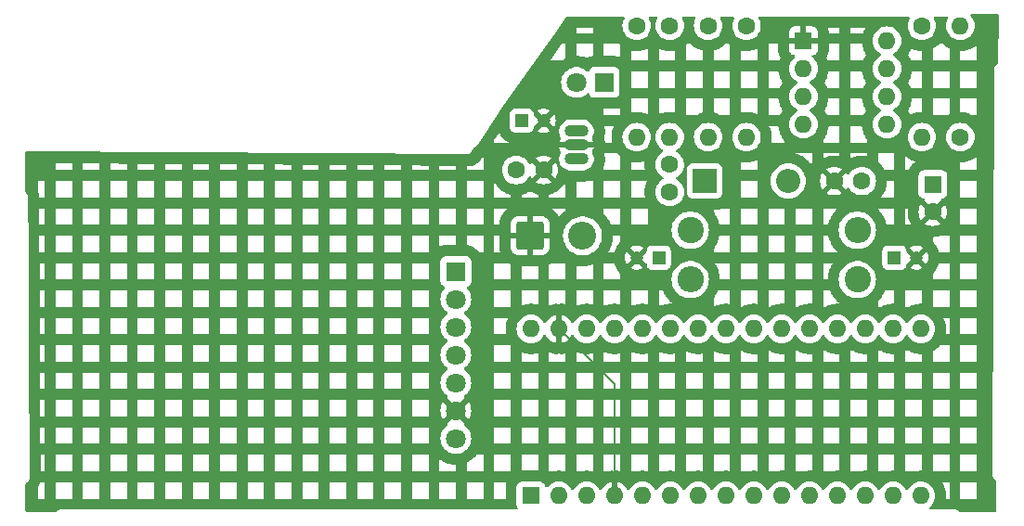
<source format=gbl>
%TF.GenerationSoftware,KiCad,Pcbnew,8.0.8-8.0.8-0~ubuntu24.04.1*%
%TF.CreationDate,2025-02-02T19:30:22-07:00*%
%TF.ProjectId,Speedometer,53706565-646f-46d6-9574-65722e6b6963,v1*%
%TF.SameCoordinates,Original*%
%TF.FileFunction,Copper,L2,Bot*%
%TF.FilePolarity,Positive*%
%FSLAX46Y46*%
G04 Gerber Fmt 4.6, Leading zero omitted, Abs format (unit mm)*
G04 Created by KiCad (PCBNEW 8.0.8-8.0.8-0~ubuntu24.04.1) date 2025-02-02 19:30:22*
%MOMM*%
%LPD*%
G01*
G04 APERTURE LIST*
G04 Aperture macros list*
%AMRoundRect*
0 Rectangle with rounded corners*
0 $1 Rounding radius*
0 $2 $3 $4 $5 $6 $7 $8 $9 X,Y pos of 4 corners*
0 Add a 4 corners polygon primitive as box body*
4,1,4,$2,$3,$4,$5,$6,$7,$8,$9,$2,$3,0*
0 Add four circle primitives for the rounded corners*
1,1,$1+$1,$2,$3*
1,1,$1+$1,$4,$5*
1,1,$1+$1,$6,$7*
1,1,$1+$1,$8,$9*
0 Add four rect primitives between the rounded corners*
20,1,$1+$1,$2,$3,$4,$5,0*
20,1,$1+$1,$4,$5,$6,$7,0*
20,1,$1+$1,$6,$7,$8,$9,0*
20,1,$1+$1,$8,$9,$2,$3,0*%
G04 Aperture macros list end*
%TA.AperFunction,ComponentPad*%
%ADD10R,1.800000X1.800000*%
%TD*%
%TA.AperFunction,ComponentPad*%
%ADD11C,1.800000*%
%TD*%
%TA.AperFunction,ComponentPad*%
%ADD12C,1.600000*%
%TD*%
%TA.AperFunction,ComponentPad*%
%ADD13O,1.600000X1.600000*%
%TD*%
%TA.AperFunction,ComponentPad*%
%ADD14R,1.200000X1.200000*%
%TD*%
%TA.AperFunction,ComponentPad*%
%ADD15C,1.200000*%
%TD*%
%TA.AperFunction,ComponentPad*%
%ADD16O,2.400000X2.400000*%
%TD*%
%TA.AperFunction,ComponentPad*%
%ADD17C,2.400000*%
%TD*%
%TA.AperFunction,ComponentPad*%
%ADD18RoundRect,0.249999X-1.025001X-1.025001X1.025001X-1.025001X1.025001X1.025001X-1.025001X1.025001X0*%
%TD*%
%TA.AperFunction,ComponentPad*%
%ADD19C,2.550000*%
%TD*%
%TA.AperFunction,ComponentPad*%
%ADD20R,1.600000X1.600000*%
%TD*%
%TA.AperFunction,ComponentPad*%
%ADD21R,2.200000X2.200000*%
%TD*%
%TA.AperFunction,ComponentPad*%
%ADD22O,2.200000X2.200000*%
%TD*%
%TA.AperFunction,ComponentPad*%
%ADD23O,2.200000X1.100000*%
%TD*%
%TA.AperFunction,Conductor*%
%ADD24C,0.200000*%
%TD*%
G04 APERTURE END LIST*
D10*
%TO.P,UNIT_1,1,INT*%
%TO.N,unconnected-(UNIT_1-INT-Pad1)*%
X112500000Y-71760000D03*
D11*
%TO.P,UNIT_1,2,SCK*%
%TO.N,SCK*%
X112500000Y-74300000D03*
%TO.P,UNIT_1,3,SI*%
%TO.N,SI*%
X112500000Y-76840000D03*
%TO.P,UNIT_1,4,SO*%
%TO.N,SO*%
X112500000Y-79380000D03*
%TO.P,UNIT_1,5,CS*%
%TO.N,CS*%
X112500000Y-81920000D03*
%TO.P,UNIT_1,6,GND*%
%TO.N,GND*%
X112500000Y-84460000D03*
%TO.P,UNIT_1,7,VCC*%
%TO.N,+5V*%
X112500000Y-87000000D03*
%TD*%
D10*
%TO.P,D1,1,K*%
%TO.N,Net-(D1-K)*%
X126040000Y-54500000D03*
D11*
%TO.P,D1,2,A*%
%TO.N,+5V*%
X123500000Y-54500000D03*
%TD*%
D12*
%TO.P,C2,1*%
%TO.N,+5V*%
X118000000Y-62500000D03*
%TO.P,C2,2*%
%TO.N,GND*%
X120500000Y-62500000D03*
%TD*%
%TO.P,R1,1*%
%TO.N,Net-(D1-K)*%
X129000000Y-49340000D03*
D13*
%TO.P,R1,2*%
%TO.N,/Hall_Out*%
X129000000Y-59500000D03*
%TD*%
D12*
%TO.P,R3,1*%
%TO.N,+5V*%
X135500000Y-49340000D03*
D13*
%TO.P,R3,2*%
%TO.N,/Diff*%
X135500000Y-59500000D03*
%TD*%
D14*
%TO.P,C1,1*%
%TO.N,+5V*%
X118500000Y-58000000D03*
D15*
%TO.P,C1,2*%
%TO.N,GND*%
X120500000Y-58000000D03*
%TD*%
D16*
%TO.P,R7,2*%
%TO.N,/Filter1*%
X149120000Y-68000000D03*
D17*
%TO.P,R7,1*%
%TO.N,/NE555_Out*%
X133880000Y-68000000D03*
%TD*%
D12*
%TO.P,C3,1*%
%TO.N,/Hall_Out*%
X132000000Y-62000000D03*
%TO.P,C3,2*%
%TO.N,/Diff*%
X132000000Y-64500000D03*
%TD*%
%TO.P,R2,1*%
%TO.N,+5V*%
X132000000Y-49340000D03*
D13*
%TO.P,R2,2*%
%TO.N,/Hall_Out*%
X132000000Y-59500000D03*
%TD*%
D12*
%TO.P,R5,1*%
%TO.N,+5V*%
X158500000Y-59500000D03*
D13*
%TO.P,R5,2*%
%TO.N,Net-(R5-Pad2)*%
X158500000Y-49340000D03*
%TD*%
D14*
%TO.P,C6,1*%
%TO.N,/Filter1*%
X152500000Y-70500000D03*
D15*
%TO.P,C6,2*%
%TO.N,GND*%
X154500000Y-70500000D03*
%TD*%
D12*
%TO.P,R6,1*%
%TO.N,Net-(R5-Pad2)*%
X155000000Y-49340000D03*
D13*
%TO.P,R6,2*%
%TO.N,/DIS_THR*%
X155000000Y-59500000D03*
%TD*%
D18*
%TO.P,J4,1,Pin_1*%
%TO.N,GND*%
X119250000Y-68500000D03*
D19*
%TO.P,J4,2,Pin_2*%
%TO.N,+5V*%
X124050000Y-68500000D03*
%TD*%
D12*
%TO.P,C4,1*%
%TO.N,GND*%
X147020000Y-63500000D03*
%TO.P,C4,2*%
%TO.N,/CV*%
X149520000Y-63500000D03*
%TD*%
D20*
%TO.P,U2,1,GND*%
%TO.N,GND*%
X144200000Y-50700000D03*
D13*
%TO.P,U2,2,TR*%
%TO.N,/Rect*%
X144200000Y-53240000D03*
%TO.P,U2,3,Q*%
%TO.N,/NE555_Out*%
X144200000Y-55780000D03*
%TO.P,U2,4,R*%
%TO.N,+5V*%
X144200000Y-58320000D03*
%TO.P,U2,5,CV*%
%TO.N,/CV*%
X151820000Y-58320000D03*
%TO.P,U2,6,THR*%
%TO.N,/DIS_THR*%
X151820000Y-55780000D03*
%TO.P,U2,7,DIS*%
X151820000Y-53240000D03*
%TO.P,U2,8,VCC*%
%TO.N,+5V*%
X151820000Y-50700000D03*
%TD*%
D21*
%TO.P,D2,1,K*%
%TO.N,/Diff*%
X135190000Y-63500000D03*
D22*
%TO.P,D2,2,A*%
%TO.N,/Rect*%
X142810000Y-63500000D03*
%TD*%
D17*
%TO.P,R8,1*%
%TO.N,/Filter1*%
X149120000Y-72500000D03*
D16*
%TO.P,R8,2*%
%TO.N,/Nano_Input*%
X133880000Y-72500000D03*
%TD*%
D23*
%TO.P,U1,1,Vcc*%
%TO.N,+5V*%
X123500000Y-58960000D03*
%TO.P,U1,2,GND*%
%TO.N,GND*%
X123500000Y-60230000D03*
%TO.P,U1,3,OUT*%
%TO.N,/Hall_Out*%
X123500000Y-61500000D03*
%TD*%
D12*
%TO.P,R4,1*%
%TO.N,+5V*%
X139000000Y-49340000D03*
D13*
%TO.P,R4,2*%
%TO.N,/Rect*%
X139000000Y-59500000D03*
%TD*%
D14*
%TO.P,C7,1*%
%TO.N,/Nano_Input*%
X131000000Y-70500000D03*
D15*
%TO.P,C7,2*%
%TO.N,GND*%
X129000000Y-70500000D03*
%TD*%
D20*
%TO.P,C5,1*%
%TO.N,/DIS_THR*%
X156000000Y-63817621D03*
D12*
%TO.P,C5,2*%
%TO.N,GND*%
X156000000Y-66317621D03*
%TD*%
D20*
%TO.P,UNIT_2,1,D1/TX*%
%TO.N,unconnected-(UNIT_2-D1{slash}TX-Pad1)*%
X119340000Y-92240000D03*
D13*
%TO.P,UNIT_2,2,D0/RX*%
%TO.N,unconnected-(UNIT_2-D0{slash}RX-Pad2)*%
X121880000Y-92240000D03*
%TO.P,UNIT_2,3,RESET*%
%TO.N,unconnected-(UNIT_2-RESET-Pad3)*%
X124420000Y-92240000D03*
%TO.P,UNIT_2,4,COM/GND*%
%TO.N,GND*%
X126960000Y-92240000D03*
%TO.P,UNIT_2,5,D2*%
%TO.N,unconnected-(UNIT_2-D2-Pad5)*%
X129500000Y-92240000D03*
%TO.P,UNIT_2,6,D3*%
%TO.N,unconnected-(UNIT_2-D3-Pad6)*%
X132040000Y-92240000D03*
%TO.P,UNIT_2,7,D4*%
%TO.N,unconnected-(UNIT_2-D4-Pad7)*%
X134580000Y-92240000D03*
%TO.P,UNIT_2,8,D5*%
%TO.N,unconnected-(UNIT_2-D5-Pad8)*%
X137120000Y-92240000D03*
%TO.P,UNIT_2,9,D6*%
%TO.N,unconnected-(UNIT_2-D6-Pad9)*%
X139660000Y-92240000D03*
%TO.P,UNIT_2,10,D7*%
%TO.N,unconnected-(UNIT_2-D7-Pad10)*%
X142200000Y-92240000D03*
%TO.P,UNIT_2,11,D8*%
%TO.N,unconnected-(UNIT_2-D8-Pad11)*%
X144740000Y-92240000D03*
%TO.P,UNIT_2,12,D9*%
%TO.N,unconnected-(UNIT_2-D9-Pad12)*%
X147280000Y-92240000D03*
%TO.P,UNIT_2,13,D10*%
%TO.N,CS*%
X149820000Y-92240000D03*
%TO.P,UNIT_2,14,D11/MOSI*%
%TO.N,SI*%
X152360000Y-92240000D03*
%TO.P,UNIT_2,15,D12/MISO*%
%TO.N,SO*%
X154900000Y-92240000D03*
%TO.P,UNIT_2,16,D13/SCK*%
%TO.N,SCK*%
X154900000Y-77000000D03*
%TO.P,UNIT_2,17,3V3*%
%TO.N,unconnected-(UNIT_2-3V3-Pad17)*%
X152360000Y-77000000D03*
%TO.P,UNIT_2,18,AREF*%
%TO.N,unconnected-(UNIT_2-AREF-Pad18)*%
X149820000Y-77000000D03*
%TO.P,UNIT_2,19,A0*%
%TO.N,/Nano_Input*%
X147280000Y-77000000D03*
%TO.P,UNIT_2,20,A1*%
%TO.N,unconnected-(UNIT_2-A1-Pad20)*%
X144740000Y-77000000D03*
%TO.P,UNIT_2,21,A2*%
%TO.N,unconnected-(UNIT_2-A2-Pad21)*%
X142200000Y-77000000D03*
%TO.P,UNIT_2,22,A3*%
%TO.N,unconnected-(UNIT_2-A3-Pad22)*%
X139660000Y-77000000D03*
%TO.P,UNIT_2,23,A4*%
%TO.N,unconnected-(UNIT_2-A4-Pad23)*%
X137120000Y-77000000D03*
%TO.P,UNIT_2,24,A5*%
%TO.N,unconnected-(UNIT_2-A5-Pad24)*%
X134580000Y-77000000D03*
%TO.P,UNIT_2,25,A6*%
%TO.N,unconnected-(UNIT_2-A6-Pad25)*%
X132040000Y-77000000D03*
%TO.P,UNIT_2,26,A7*%
%TO.N,unconnected-(UNIT_2-A7-Pad26)*%
X129500000Y-77000000D03*
%TO.P,UNIT_2,27,+5V*%
%TO.N,+5V*%
X126960000Y-77000000D03*
%TO.P,UNIT_2,28,RESET*%
%TO.N,unconnected-(UNIT_2-RESET-Pad28)*%
X124420000Y-77000000D03*
%TO.P,UNIT_2,29,COM/GND*%
%TO.N,GND*%
X121880000Y-77000000D03*
%TO.P,UNIT_2,30,VIN*%
%TO.N,unconnected-(UNIT_2-VIN-Pad30)*%
X119340000Y-77000000D03*
%TD*%
D24*
%TO.N,GND*%
X126960000Y-92240000D02*
X126960000Y-82080000D01*
X126960000Y-82080000D02*
X121880000Y-77000000D01*
%TD*%
%TA.AperFunction,Conductor*%
%TO.N,GND*%
G36*
X161942356Y-48269685D02*
G01*
X161988111Y-48322489D01*
X161999315Y-48374681D01*
X161975392Y-52728457D01*
X161955340Y-52795388D01*
X161912914Y-52835439D01*
X161885498Y-52851105D01*
X161868772Y-52860661D01*
X161866077Y-52862156D01*
X161852932Y-52869235D01*
X161814958Y-52889683D01*
X161809810Y-52893395D01*
X161804743Y-52897249D01*
X161763536Y-52938088D01*
X161761294Y-52940254D01*
X161719053Y-52980062D01*
X161715024Y-52985002D01*
X161711143Y-52990014D01*
X161681873Y-53040188D01*
X161680270Y-53042859D01*
X161649803Y-53092192D01*
X161647194Y-53097996D01*
X161644741Y-53103846D01*
X161629462Y-53159859D01*
X161628604Y-53162854D01*
X161611938Y-53218409D01*
X161610919Y-53224701D01*
X161610064Y-53230982D01*
X161609803Y-53289038D01*
X161609750Y-53292155D01*
X161608030Y-53350144D01*
X161608804Y-53357763D01*
X161609437Y-53370842D01*
X161444300Y-90269492D01*
X161441787Y-90293777D01*
X161440971Y-90297763D01*
X161440970Y-90297775D01*
X161443712Y-90343452D01*
X161443934Y-90351432D01*
X161443730Y-90397208D01*
X161443730Y-90397209D01*
X161444765Y-90401142D01*
X161448623Y-90425258D01*
X161448866Y-90429318D01*
X161448867Y-90429320D01*
X161463338Y-90472733D01*
X161465618Y-90480388D01*
X161477267Y-90524654D01*
X161477268Y-90524657D01*
X161479285Y-90528187D01*
X161489254Y-90550482D01*
X161490541Y-90554342D01*
X161508416Y-90581416D01*
X161515756Y-90592532D01*
X161519940Y-90599336D01*
X161542373Y-90638596D01*
X161542649Y-90639078D01*
X161545503Y-90641958D01*
X161560914Y-90660927D01*
X161563152Y-90664317D01*
X161563153Y-90664318D01*
X161597398Y-90694685D01*
X161603196Y-90700169D01*
X161635417Y-90732680D01*
X161638920Y-90734723D01*
X161658716Y-90749058D01*
X161660821Y-90750925D01*
X161661756Y-90751754D01*
X161678186Y-90759968D01*
X161697215Y-90769482D01*
X161748375Y-90817066D01*
X161765762Y-90881073D01*
X161755311Y-92783348D01*
X161750682Y-93626000D01*
X161750678Y-93626681D01*
X161730626Y-93693612D01*
X161677571Y-93739076D01*
X161626680Y-93750000D01*
X158505182Y-93750000D01*
X158438143Y-93730315D01*
X158407161Y-93697823D01*
X158405450Y-93699137D01*
X158400498Y-93692684D01*
X158383315Y-93675501D01*
X158372462Y-93663100D01*
X158357707Y-93643787D01*
X158337413Y-93628147D01*
X158325425Y-93617611D01*
X158307316Y-93599502D01*
X158307314Y-93599500D01*
X158286259Y-93587343D01*
X158272579Y-93578182D01*
X158253324Y-93563343D01*
X158253319Y-93563341D01*
X158253314Y-93563338D01*
X158229670Y-93553485D01*
X158215372Y-93546416D01*
X158193189Y-93533610D01*
X158193190Y-93533610D01*
X158193186Y-93533608D01*
X158189049Y-93532499D01*
X158169702Y-93527315D01*
X158154111Y-93522004D01*
X158131675Y-93512656D01*
X158131672Y-93512655D01*
X158106282Y-93509258D01*
X158090641Y-93506130D01*
X158065897Y-93499500D01*
X158065892Y-93499500D01*
X158041591Y-93499500D01*
X158025148Y-93498405D01*
X158001057Y-93495182D01*
X158001055Y-93495181D01*
X157975648Y-93498473D01*
X157959720Y-93499500D01*
X155761879Y-93499500D01*
X155694840Y-93479815D01*
X155649085Y-93427011D01*
X155639141Y-93357853D01*
X155668166Y-93294297D01*
X155690756Y-93273925D01*
X155701274Y-93266559D01*
X155739139Y-93240047D01*
X155900047Y-93079139D01*
X156030568Y-92892734D01*
X156126739Y-92686496D01*
X156185635Y-92466692D01*
X156205468Y-92240000D01*
X156185635Y-92013308D01*
X156126739Y-91793504D01*
X156030568Y-91587266D01*
X155900047Y-91400861D01*
X155900045Y-91400858D01*
X155739141Y-91239954D01*
X155552734Y-91109432D01*
X155552732Y-91109431D01*
X155346497Y-91013261D01*
X155346488Y-91013258D01*
X155289544Y-90998000D01*
X156836292Y-90998000D01*
X156860574Y-91032679D01*
X156863578Y-91037175D01*
X156881160Y-91064772D01*
X156883968Y-91069399D01*
X156905746Y-91107120D01*
X156908347Y-91111861D01*
X156923463Y-91140897D01*
X156925857Y-91145751D01*
X157040433Y-91391459D01*
X157042611Y-91396408D01*
X157055130Y-91426629D01*
X157057089Y-91431667D01*
X157071990Y-91472599D01*
X157073731Y-91477727D01*
X157083580Y-91508962D01*
X157085095Y-91514159D01*
X157155267Y-91776049D01*
X157156553Y-91781304D01*
X157163638Y-91813263D01*
X157164693Y-91818570D01*
X157172256Y-91861465D01*
X157173079Y-91866812D01*
X157177350Y-91899256D01*
X157177939Y-91904633D01*
X157201568Y-92174714D01*
X157201922Y-92180111D01*
X157203350Y-92212811D01*
X157203468Y-92218221D01*
X157203468Y-92261779D01*
X157203350Y-92267189D01*
X157201922Y-92299889D01*
X157201568Y-92305286D01*
X157184533Y-92500000D01*
X157500000Y-92500000D01*
X158498000Y-92500000D01*
X160000000Y-92500000D01*
X160000000Y-90998000D01*
X158498000Y-90998000D01*
X158498000Y-92500000D01*
X157500000Y-92500000D01*
X157500000Y-90998000D01*
X156836292Y-90998000D01*
X155289544Y-90998000D01*
X155126697Y-90954366D01*
X155126693Y-90954365D01*
X155126692Y-90954365D01*
X155126691Y-90954364D01*
X155126686Y-90954364D01*
X154900002Y-90934532D01*
X154899998Y-90934532D01*
X154673313Y-90954364D01*
X154673302Y-90954366D01*
X154453511Y-91013258D01*
X154453502Y-91013261D01*
X154247267Y-91109431D01*
X154247265Y-91109432D01*
X154060858Y-91239954D01*
X153899954Y-91400858D01*
X153769432Y-91587265D01*
X153769431Y-91587267D01*
X153742382Y-91645275D01*
X153696209Y-91697714D01*
X153629016Y-91716866D01*
X153562135Y-91696650D01*
X153517618Y-91645275D01*
X153490568Y-91587266D01*
X153360047Y-91400861D01*
X153360045Y-91400858D01*
X153199141Y-91239954D01*
X153012734Y-91109432D01*
X153012732Y-91109431D01*
X152806497Y-91013261D01*
X152806488Y-91013258D01*
X152586697Y-90954366D01*
X152586693Y-90954365D01*
X152586692Y-90954365D01*
X152586691Y-90954364D01*
X152586686Y-90954364D01*
X152360002Y-90934532D01*
X152359998Y-90934532D01*
X152133313Y-90954364D01*
X152133302Y-90954366D01*
X151913511Y-91013258D01*
X151913502Y-91013261D01*
X151707267Y-91109431D01*
X151707265Y-91109432D01*
X151520858Y-91239954D01*
X151359954Y-91400858D01*
X151229432Y-91587265D01*
X151229431Y-91587267D01*
X151202382Y-91645275D01*
X151156209Y-91697714D01*
X151089016Y-91716866D01*
X151022135Y-91696650D01*
X150977618Y-91645275D01*
X150950568Y-91587266D01*
X150820047Y-91400861D01*
X150820045Y-91400858D01*
X150659141Y-91239954D01*
X150472734Y-91109432D01*
X150472732Y-91109431D01*
X150266497Y-91013261D01*
X150266488Y-91013258D01*
X150046697Y-90954366D01*
X150046693Y-90954365D01*
X150046692Y-90954365D01*
X150046691Y-90954364D01*
X150046686Y-90954364D01*
X149820002Y-90934532D01*
X149819998Y-90934532D01*
X149593313Y-90954364D01*
X149593302Y-90954366D01*
X149373511Y-91013258D01*
X149373502Y-91013261D01*
X149167267Y-91109431D01*
X149167265Y-91109432D01*
X148980858Y-91239954D01*
X148819954Y-91400858D01*
X148689432Y-91587265D01*
X148689431Y-91587267D01*
X148662382Y-91645275D01*
X148616209Y-91697714D01*
X148549016Y-91716866D01*
X148482135Y-91696650D01*
X148437618Y-91645275D01*
X148410568Y-91587266D01*
X148280047Y-91400861D01*
X148280045Y-91400858D01*
X148119141Y-91239954D01*
X147932734Y-91109432D01*
X147932732Y-91109431D01*
X147726497Y-91013261D01*
X147726488Y-91013258D01*
X147506697Y-90954366D01*
X147506693Y-90954365D01*
X147506692Y-90954365D01*
X147506691Y-90954364D01*
X147506686Y-90954364D01*
X147280002Y-90934532D01*
X147279998Y-90934532D01*
X147053313Y-90954364D01*
X147053302Y-90954366D01*
X146833511Y-91013258D01*
X146833502Y-91013261D01*
X146627267Y-91109431D01*
X146627265Y-91109432D01*
X146440858Y-91239954D01*
X146279954Y-91400858D01*
X146149432Y-91587265D01*
X146149431Y-91587267D01*
X146122382Y-91645275D01*
X146076209Y-91697714D01*
X146009016Y-91716866D01*
X145942135Y-91696650D01*
X145897618Y-91645275D01*
X145870568Y-91587266D01*
X145740047Y-91400861D01*
X145740045Y-91400858D01*
X145579141Y-91239954D01*
X145392734Y-91109432D01*
X145392732Y-91109431D01*
X145186497Y-91013261D01*
X145186488Y-91013258D01*
X144966697Y-90954366D01*
X144966693Y-90954365D01*
X144966692Y-90954365D01*
X144966691Y-90954364D01*
X144966686Y-90954364D01*
X144740002Y-90934532D01*
X144739998Y-90934532D01*
X144513313Y-90954364D01*
X144513302Y-90954366D01*
X144293511Y-91013258D01*
X144293502Y-91013261D01*
X144087267Y-91109431D01*
X144087265Y-91109432D01*
X143900858Y-91239954D01*
X143739954Y-91400858D01*
X143609432Y-91587265D01*
X143609431Y-91587267D01*
X143582382Y-91645275D01*
X143536209Y-91697714D01*
X143469016Y-91716866D01*
X143402135Y-91696650D01*
X143357618Y-91645275D01*
X143330568Y-91587266D01*
X143200047Y-91400861D01*
X143200045Y-91400858D01*
X143039141Y-91239954D01*
X142852734Y-91109432D01*
X142852732Y-91109431D01*
X142646497Y-91013261D01*
X142646488Y-91013258D01*
X142426697Y-90954366D01*
X142426693Y-90954365D01*
X142426692Y-90954365D01*
X142426691Y-90954364D01*
X142426686Y-90954364D01*
X142200002Y-90934532D01*
X142199998Y-90934532D01*
X141973313Y-90954364D01*
X141973302Y-90954366D01*
X141753511Y-91013258D01*
X141753502Y-91013261D01*
X141547267Y-91109431D01*
X141547265Y-91109432D01*
X141360858Y-91239954D01*
X141199954Y-91400858D01*
X141069432Y-91587265D01*
X141069431Y-91587267D01*
X141042382Y-91645275D01*
X140996209Y-91697714D01*
X140929016Y-91716866D01*
X140862135Y-91696650D01*
X140817618Y-91645275D01*
X140790568Y-91587266D01*
X140660047Y-91400861D01*
X140660045Y-91400858D01*
X140499141Y-91239954D01*
X140312734Y-91109432D01*
X140312732Y-91109431D01*
X140106497Y-91013261D01*
X140106488Y-91013258D01*
X139886697Y-90954366D01*
X139886693Y-90954365D01*
X139886692Y-90954365D01*
X139886691Y-90954364D01*
X139886686Y-90954364D01*
X139660002Y-90934532D01*
X139659998Y-90934532D01*
X139433313Y-90954364D01*
X139433302Y-90954366D01*
X139213511Y-91013258D01*
X139213502Y-91013261D01*
X139007267Y-91109431D01*
X139007265Y-91109432D01*
X138820858Y-91239954D01*
X138659954Y-91400858D01*
X138529432Y-91587265D01*
X138529431Y-91587267D01*
X138502382Y-91645275D01*
X138456209Y-91697714D01*
X138389016Y-91716866D01*
X138322135Y-91696650D01*
X138277618Y-91645275D01*
X138250568Y-91587266D01*
X138120047Y-91400861D01*
X138120045Y-91400858D01*
X137959141Y-91239954D01*
X137772734Y-91109432D01*
X137772732Y-91109431D01*
X137566497Y-91013261D01*
X137566488Y-91013258D01*
X137346697Y-90954366D01*
X137346693Y-90954365D01*
X137346692Y-90954365D01*
X137346691Y-90954364D01*
X137346686Y-90954364D01*
X137120002Y-90934532D01*
X137119998Y-90934532D01*
X136893313Y-90954364D01*
X136893302Y-90954366D01*
X136673511Y-91013258D01*
X136673502Y-91013261D01*
X136467267Y-91109431D01*
X136467265Y-91109432D01*
X136280858Y-91239954D01*
X136119954Y-91400858D01*
X135989432Y-91587265D01*
X135989431Y-91587267D01*
X135962382Y-91645275D01*
X135916209Y-91697714D01*
X135849016Y-91716866D01*
X135782135Y-91696650D01*
X135737618Y-91645275D01*
X135710568Y-91587266D01*
X135580047Y-91400861D01*
X135580045Y-91400858D01*
X135419141Y-91239954D01*
X135232734Y-91109432D01*
X135232732Y-91109431D01*
X135026497Y-91013261D01*
X135026488Y-91013258D01*
X134806697Y-90954366D01*
X134806693Y-90954365D01*
X134806692Y-90954365D01*
X134806691Y-90954364D01*
X134806686Y-90954364D01*
X134580002Y-90934532D01*
X134579998Y-90934532D01*
X134353313Y-90954364D01*
X134353302Y-90954366D01*
X134133511Y-91013258D01*
X134133502Y-91013261D01*
X133927267Y-91109431D01*
X133927265Y-91109432D01*
X133740858Y-91239954D01*
X133579954Y-91400858D01*
X133449432Y-91587265D01*
X133449431Y-91587267D01*
X133422382Y-91645275D01*
X133376209Y-91697714D01*
X133309016Y-91716866D01*
X133242135Y-91696650D01*
X133197618Y-91645275D01*
X133170568Y-91587266D01*
X133040047Y-91400861D01*
X133040045Y-91400858D01*
X132879141Y-91239954D01*
X132692734Y-91109432D01*
X132692732Y-91109431D01*
X132486497Y-91013261D01*
X132486488Y-91013258D01*
X132266697Y-90954366D01*
X132266693Y-90954365D01*
X132266692Y-90954365D01*
X132266691Y-90954364D01*
X132266686Y-90954364D01*
X132040002Y-90934532D01*
X132039998Y-90934532D01*
X131813313Y-90954364D01*
X131813302Y-90954366D01*
X131593511Y-91013258D01*
X131593502Y-91013261D01*
X131387267Y-91109431D01*
X131387265Y-91109432D01*
X131200858Y-91239954D01*
X131039954Y-91400858D01*
X130909432Y-91587265D01*
X130909431Y-91587267D01*
X130882382Y-91645275D01*
X130836209Y-91697714D01*
X130769016Y-91716866D01*
X130702135Y-91696650D01*
X130657618Y-91645275D01*
X130630568Y-91587266D01*
X130500047Y-91400861D01*
X130500045Y-91400858D01*
X130339141Y-91239954D01*
X130152734Y-91109432D01*
X130152732Y-91109431D01*
X129946497Y-91013261D01*
X129946488Y-91013258D01*
X129726697Y-90954366D01*
X129726693Y-90954365D01*
X129726692Y-90954365D01*
X129726691Y-90954364D01*
X129726686Y-90954364D01*
X129500002Y-90934532D01*
X129499998Y-90934532D01*
X129273313Y-90954364D01*
X129273302Y-90954366D01*
X129053511Y-91013258D01*
X129053502Y-91013261D01*
X128847267Y-91109431D01*
X128847265Y-91109432D01*
X128660858Y-91239954D01*
X128499954Y-91400858D01*
X128369433Y-91587264D01*
X128369432Y-91587266D01*
X128369315Y-91587518D01*
X128342106Y-91645867D01*
X128295933Y-91698306D01*
X128228739Y-91717457D01*
X128161858Y-91697241D01*
X128117342Y-91645865D01*
X128090135Y-91587520D01*
X128090134Y-91587518D01*
X127959657Y-91401179D01*
X127798820Y-91240342D01*
X127612482Y-91109865D01*
X127406328Y-91013734D01*
X127210000Y-90961127D01*
X127210000Y-91806988D01*
X127152993Y-91774075D01*
X127025826Y-91740000D01*
X126894174Y-91740000D01*
X126767007Y-91774075D01*
X126710000Y-91806988D01*
X126710000Y-90961127D01*
X126513671Y-91013734D01*
X126307517Y-91109865D01*
X126121179Y-91240342D01*
X125960342Y-91401179D01*
X125829867Y-91587515D01*
X125802657Y-91645867D01*
X125756484Y-91698306D01*
X125689290Y-91717457D01*
X125622409Y-91697241D01*
X125577893Y-91645865D01*
X125557970Y-91603141D01*
X125550568Y-91587266D01*
X125420047Y-91400861D01*
X125420045Y-91400858D01*
X125259141Y-91239954D01*
X125072734Y-91109432D01*
X125072732Y-91109431D01*
X124866497Y-91013261D01*
X124866488Y-91013258D01*
X124646697Y-90954366D01*
X124646693Y-90954365D01*
X124646692Y-90954365D01*
X124646691Y-90954364D01*
X124646686Y-90954364D01*
X124420002Y-90934532D01*
X124419998Y-90934532D01*
X124193313Y-90954364D01*
X124193302Y-90954366D01*
X123973511Y-91013258D01*
X123973502Y-91013261D01*
X123767267Y-91109431D01*
X123767265Y-91109432D01*
X123580858Y-91239954D01*
X123419954Y-91400858D01*
X123289432Y-91587265D01*
X123289431Y-91587267D01*
X123262382Y-91645275D01*
X123216209Y-91697714D01*
X123149016Y-91716866D01*
X123082135Y-91696650D01*
X123037618Y-91645275D01*
X123010568Y-91587266D01*
X122880047Y-91400861D01*
X122880045Y-91400858D01*
X122719141Y-91239954D01*
X122532734Y-91109432D01*
X122532732Y-91109431D01*
X122326497Y-91013261D01*
X122326488Y-91013258D01*
X122106697Y-90954366D01*
X122106693Y-90954365D01*
X122106692Y-90954365D01*
X122106691Y-90954364D01*
X122106686Y-90954364D01*
X121880002Y-90934532D01*
X121879998Y-90934532D01*
X121653313Y-90954364D01*
X121653302Y-90954366D01*
X121433511Y-91013258D01*
X121433502Y-91013261D01*
X121227267Y-91109431D01*
X121227265Y-91109432D01*
X121040858Y-91239954D01*
X120879954Y-91400858D01*
X120862725Y-91425464D01*
X120808147Y-91469088D01*
X120738648Y-91476280D01*
X120676294Y-91444757D01*
X120640882Y-91384526D01*
X120637861Y-91367591D01*
X120634091Y-91332516D01*
X120583797Y-91197671D01*
X120583793Y-91197664D01*
X120497547Y-91082455D01*
X120497544Y-91082452D01*
X120382335Y-90996206D01*
X120382328Y-90996202D01*
X120247482Y-90945908D01*
X120247483Y-90945908D01*
X120187883Y-90939501D01*
X120187881Y-90939500D01*
X120187873Y-90939500D01*
X120187864Y-90939500D01*
X118492129Y-90939500D01*
X118492123Y-90939501D01*
X118432516Y-90945908D01*
X118297671Y-90996202D01*
X118297664Y-90996206D01*
X118182455Y-91082452D01*
X118182452Y-91082455D01*
X118096206Y-91197664D01*
X118096202Y-91197671D01*
X118045908Y-91332517D01*
X118039501Y-91392116D01*
X118039500Y-91392135D01*
X118039500Y-93087870D01*
X118039501Y-93087876D01*
X118045908Y-93147483D01*
X118096202Y-93282328D01*
X118096204Y-93282331D01*
X118110321Y-93301189D01*
X118134738Y-93366654D01*
X118119886Y-93434927D01*
X118070481Y-93484332D01*
X118011054Y-93499500D01*
X76474200Y-93499500D01*
X76458272Y-93498473D01*
X76432864Y-93495181D01*
X76432862Y-93495182D01*
X76408772Y-93498405D01*
X76392329Y-93499500D01*
X76368023Y-93499500D01*
X76343280Y-93506130D01*
X76327638Y-93509258D01*
X76302250Y-93512655D01*
X76302235Y-93512659D01*
X76279799Y-93522007D01*
X76264207Y-93527318D01*
X76240734Y-93533607D01*
X76218542Y-93546419D01*
X76204246Y-93553487D01*
X76180600Y-93563340D01*
X76180594Y-93563343D01*
X76161345Y-93578178D01*
X76147660Y-93587343D01*
X76126611Y-93599496D01*
X76126606Y-93599500D01*
X76108489Y-93617616D01*
X76096508Y-93628145D01*
X76076212Y-93643787D01*
X76061455Y-93663102D01*
X76050609Y-93675495D01*
X76033420Y-93692684D01*
X76028472Y-93699134D01*
X76026245Y-93697425D01*
X75985541Y-93736225D01*
X75928738Y-93750000D01*
X73374000Y-93750000D01*
X73306961Y-93730315D01*
X73261206Y-93677511D01*
X73250000Y-93626000D01*
X73250000Y-91416496D01*
X74374000Y-91416496D01*
X74374000Y-92500000D01*
X75000000Y-92500000D01*
X75998000Y-92500000D01*
X76353543Y-92500000D01*
X76389987Y-92497535D01*
X76398095Y-92497252D01*
X76463456Y-92497115D01*
X76471567Y-92497364D01*
X76513118Y-92500000D01*
X77500000Y-92500000D01*
X78498000Y-92500000D01*
X80000000Y-92500000D01*
X80998000Y-92500000D01*
X82500000Y-92500000D01*
X83498000Y-92500000D01*
X85000000Y-92500000D01*
X85998000Y-92500000D01*
X87500000Y-92500000D01*
X88498000Y-92500000D01*
X90000000Y-92500000D01*
X90998000Y-92500000D01*
X92500000Y-92500000D01*
X93498000Y-92500000D01*
X95000000Y-92500000D01*
X95998000Y-92500000D01*
X97500000Y-92500000D01*
X98498000Y-92500000D01*
X100000000Y-92500000D01*
X100998000Y-92500000D01*
X102500000Y-92500000D01*
X103498000Y-92500000D01*
X105000000Y-92500000D01*
X105998000Y-92500000D01*
X107500000Y-92500000D01*
X108498000Y-92500000D01*
X110000000Y-92500000D01*
X110998000Y-92500000D01*
X112500000Y-92500000D01*
X113498000Y-92500000D01*
X115000000Y-92500000D01*
X115998000Y-92500000D01*
X117041501Y-92500000D01*
X117041500Y-91378752D01*
X117041545Y-91375428D01*
X117042084Y-91355327D01*
X117042217Y-91352007D01*
X117043649Y-91325320D01*
X117043871Y-91322011D01*
X117045481Y-91302018D01*
X117045792Y-91298715D01*
X117056962Y-91194825D01*
X117058029Y-91187157D01*
X117065936Y-91140971D01*
X117067481Y-91133381D01*
X117081826Y-91072670D01*
X117083842Y-91065191D01*
X117097450Y-91020328D01*
X117099929Y-91012989D01*
X117105519Y-90998000D01*
X115998000Y-90998000D01*
X115998000Y-92500000D01*
X115000000Y-92500000D01*
X115000000Y-90998000D01*
X113498000Y-90998000D01*
X113498000Y-92500000D01*
X112500000Y-92500000D01*
X112500000Y-90998000D01*
X110998000Y-90998000D01*
X110998000Y-92500000D01*
X110000000Y-92500000D01*
X110000000Y-90998000D01*
X108498000Y-90998000D01*
X108498000Y-92500000D01*
X107500000Y-92500000D01*
X107500000Y-90998000D01*
X105998000Y-90998000D01*
X105998000Y-92500000D01*
X105000000Y-92500000D01*
X105000000Y-90998000D01*
X103498000Y-90998000D01*
X103498000Y-92500000D01*
X102500000Y-92500000D01*
X102500000Y-90998000D01*
X100998000Y-90998000D01*
X100998000Y-92500000D01*
X100000000Y-92500000D01*
X100000000Y-90998000D01*
X98498000Y-90998000D01*
X98498000Y-92500000D01*
X97500000Y-92500000D01*
X97500000Y-90998000D01*
X95998000Y-90998000D01*
X95998000Y-92500000D01*
X95000000Y-92500000D01*
X95000000Y-90998000D01*
X93498000Y-90998000D01*
X93498000Y-92500000D01*
X92500000Y-92500000D01*
X92500000Y-90998000D01*
X90998000Y-90998000D01*
X90998000Y-92500000D01*
X90000000Y-92500000D01*
X90000000Y-90998000D01*
X88498000Y-90998000D01*
X88498000Y-92500000D01*
X87500000Y-92500000D01*
X87500000Y-90998000D01*
X85998000Y-90998000D01*
X85998000Y-92500000D01*
X85000000Y-92500000D01*
X85000000Y-90998000D01*
X83498000Y-90998000D01*
X83498000Y-92500000D01*
X82500000Y-92500000D01*
X82500000Y-90998000D01*
X80998000Y-90998000D01*
X80998000Y-92500000D01*
X80000000Y-92500000D01*
X80000000Y-90998000D01*
X78498000Y-90998000D01*
X78498000Y-92500000D01*
X77500000Y-92500000D01*
X77500000Y-90998000D01*
X75998000Y-90998000D01*
X75998000Y-92500000D01*
X75000000Y-92500000D01*
X75000000Y-90998000D01*
X74568103Y-90998000D01*
X74551696Y-91051855D01*
X74549077Y-91059540D01*
X74539026Y-91086143D01*
X74530015Y-91113122D01*
X74527193Y-91120732D01*
X74502469Y-91181251D01*
X74499154Y-91188662D01*
X74477636Y-91232832D01*
X74473843Y-91240011D01*
X74459235Y-91265593D01*
X74447051Y-91292404D01*
X74443451Y-91299682D01*
X74420242Y-91342980D01*
X74416175Y-91350005D01*
X74381579Y-91405491D01*
X74377059Y-91412239D01*
X74374000Y-91416496D01*
X73250000Y-91416496D01*
X73250000Y-91159497D01*
X73269685Y-91092458D01*
X73313437Y-91054546D01*
X73312051Y-91052173D01*
X73319074Y-91048071D01*
X73319077Y-91048071D01*
X73330122Y-91041622D01*
X73349104Y-91032603D01*
X73350224Y-91032183D01*
X73361073Y-91028115D01*
X73391272Y-91006528D01*
X73400846Y-91000332D01*
X73407921Y-90996202D01*
X73432885Y-90981628D01*
X73441881Y-90972544D01*
X73457885Y-90958916D01*
X73462071Y-90955924D01*
X73468286Y-90951482D01*
X73491866Y-90922818D01*
X73499500Y-90914365D01*
X73525620Y-90887993D01*
X73525623Y-90887988D01*
X73531960Y-90876888D01*
X73543892Y-90859579D01*
X73552011Y-90849712D01*
X73567369Y-90815921D01*
X73572543Y-90805802D01*
X73590959Y-90773548D01*
X73594209Y-90761178D01*
X73601253Y-90741380D01*
X73604279Y-90734723D01*
X73606544Y-90729740D01*
X73612630Y-90693142D01*
X73615022Y-90681975D01*
X73624451Y-90646096D01*
X73624450Y-90646094D01*
X73624452Y-90646091D01*
X73624390Y-90633287D01*
X73626068Y-90612354D01*
X73628167Y-90599742D01*
X73624575Y-90562819D01*
X73623994Y-90551424D01*
X73623989Y-90550482D01*
X73614069Y-88498000D01*
X74612081Y-88498000D01*
X74619341Y-90000000D01*
X75000000Y-90000000D01*
X75998000Y-90000000D01*
X77500000Y-90000000D01*
X78498000Y-90000000D01*
X80000000Y-90000000D01*
X80998000Y-90000000D01*
X82500000Y-90000000D01*
X83498000Y-90000000D01*
X85000000Y-90000000D01*
X85998000Y-90000000D01*
X87500000Y-90000000D01*
X88498000Y-90000000D01*
X90000000Y-90000000D01*
X90998000Y-90000000D01*
X92500000Y-90000000D01*
X93498000Y-90000000D01*
X95000000Y-90000000D01*
X95998000Y-90000000D01*
X97500000Y-90000000D01*
X98498000Y-90000000D01*
X100000000Y-90000000D01*
X100998000Y-90000000D01*
X102500000Y-90000000D01*
X103498000Y-90000000D01*
X105000000Y-90000000D01*
X105998000Y-90000000D01*
X107500000Y-90000000D01*
X108498000Y-90000000D01*
X110000000Y-90000000D01*
X110998000Y-90000000D01*
X112500000Y-90000000D01*
X112500000Y-89398500D01*
X112363319Y-89398500D01*
X112358196Y-89398394D01*
X112327216Y-89397113D01*
X112322098Y-89396795D01*
X112280975Y-89393387D01*
X112275879Y-89392859D01*
X112245110Y-89389024D01*
X112240037Y-89388285D01*
X111970406Y-89343292D01*
X111965369Y-89342344D01*
X111935028Y-89335982D01*
X111930038Y-89334827D01*
X111890035Y-89324698D01*
X111885091Y-89323337D01*
X111855367Y-89314488D01*
X111850485Y-89312924D01*
X111591934Y-89224163D01*
X111587120Y-89222398D01*
X111558239Y-89211128D01*
X111553509Y-89209169D01*
X111515721Y-89192595D01*
X111511067Y-89190438D01*
X111501999Y-89186005D01*
X113498000Y-89186005D01*
X113498000Y-90000000D01*
X115000000Y-90000000D01*
X115998000Y-90000000D01*
X117500000Y-90000000D01*
X120998000Y-90000000D01*
X121359071Y-90000000D01*
X121416049Y-89984733D01*
X121421304Y-89983447D01*
X121453263Y-89976362D01*
X121458570Y-89975307D01*
X121501465Y-89967744D01*
X121506812Y-89966921D01*
X121539256Y-89962650D01*
X121544633Y-89962061D01*
X121814714Y-89938432D01*
X121820111Y-89938078D01*
X121852811Y-89936650D01*
X121858221Y-89936532D01*
X121901779Y-89936532D01*
X121907189Y-89936650D01*
X121939889Y-89938078D01*
X121945286Y-89938432D01*
X122215367Y-89962061D01*
X122220744Y-89962650D01*
X122253188Y-89966921D01*
X122258535Y-89967744D01*
X122301430Y-89975307D01*
X122306737Y-89976362D01*
X122338696Y-89983447D01*
X122343951Y-89984733D01*
X122400929Y-90000000D01*
X122500000Y-90000000D01*
X123498000Y-90000000D01*
X123899071Y-90000000D01*
X123956049Y-89984733D01*
X123961304Y-89983447D01*
X123993263Y-89976362D01*
X123998570Y-89975307D01*
X124041465Y-89967744D01*
X124046812Y-89966921D01*
X124079256Y-89962650D01*
X124084633Y-89962061D01*
X124354714Y-89938432D01*
X124360111Y-89938078D01*
X124392811Y-89936650D01*
X124398221Y-89936532D01*
X124441779Y-89936532D01*
X124447189Y-89936650D01*
X124479889Y-89938078D01*
X124485286Y-89938432D01*
X124755367Y-89962061D01*
X124760744Y-89962650D01*
X124793188Y-89966921D01*
X124798535Y-89967744D01*
X124841430Y-89975307D01*
X124846737Y-89976362D01*
X124878696Y-89983447D01*
X124883951Y-89984733D01*
X124940929Y-90000000D01*
X125000000Y-90000000D01*
X125998000Y-90000000D01*
X126440996Y-90000000D01*
X126679675Y-89936044D01*
X126735960Y-89934201D01*
X126960000Y-89978763D01*
X127184040Y-89934201D01*
X127240325Y-89936044D01*
X127479004Y-90000000D01*
X127500000Y-90000000D01*
X128498000Y-90000000D01*
X128979071Y-90000000D01*
X130998000Y-90000000D01*
X131519071Y-90000000D01*
X133498000Y-90000000D01*
X134059071Y-90000000D01*
X135998000Y-90000000D01*
X136599071Y-90000000D01*
X138498000Y-90000000D01*
X139139071Y-90000000D01*
X140998000Y-90000000D01*
X141679071Y-90000000D01*
X143498000Y-90000000D01*
X144219071Y-90000000D01*
X145998000Y-90000000D01*
X146759071Y-90000000D01*
X148498000Y-90000000D01*
X149299071Y-90000000D01*
X150998000Y-90000000D01*
X151839071Y-90000000D01*
X153498000Y-90000000D01*
X154379071Y-90000000D01*
X155998000Y-90000000D01*
X157500000Y-90000000D01*
X158498000Y-90000000D01*
X160000000Y-90000000D01*
X160000000Y-88498000D01*
X158498000Y-88498000D01*
X158498000Y-90000000D01*
X157500000Y-90000000D01*
X157500000Y-88498000D01*
X155998000Y-88498000D01*
X155998000Y-90000000D01*
X154379071Y-90000000D01*
X154436049Y-89984733D01*
X154441304Y-89983447D01*
X154473263Y-89976362D01*
X154478570Y-89975307D01*
X154521465Y-89967744D01*
X154526812Y-89966921D01*
X154559256Y-89962650D01*
X154564633Y-89962061D01*
X154834714Y-89938432D01*
X154840111Y-89938078D01*
X154872811Y-89936650D01*
X154878221Y-89936532D01*
X154921779Y-89936532D01*
X154927189Y-89936650D01*
X154959889Y-89938078D01*
X154965286Y-89938432D01*
X155000000Y-89941469D01*
X155000000Y-88498000D01*
X153498000Y-88498000D01*
X153498000Y-90000000D01*
X151839071Y-90000000D01*
X151896049Y-89984733D01*
X151901304Y-89983447D01*
X151933263Y-89976362D01*
X151938570Y-89975307D01*
X151981465Y-89967744D01*
X151986812Y-89966921D01*
X152019256Y-89962650D01*
X152024633Y-89962061D01*
X152294714Y-89938432D01*
X152300111Y-89938078D01*
X152332811Y-89936650D01*
X152338221Y-89936532D01*
X152381779Y-89936532D01*
X152387189Y-89936650D01*
X152419889Y-89938078D01*
X152425286Y-89938432D01*
X152500000Y-89944968D01*
X152500000Y-88498000D01*
X150998000Y-88498000D01*
X150998000Y-90000000D01*
X149299071Y-90000000D01*
X149356049Y-89984733D01*
X149361304Y-89983447D01*
X149393263Y-89976362D01*
X149398570Y-89975307D01*
X149441465Y-89967744D01*
X149446812Y-89966921D01*
X149479256Y-89962650D01*
X149484633Y-89962061D01*
X149754714Y-89938432D01*
X149760111Y-89938078D01*
X149792811Y-89936650D01*
X149798221Y-89936532D01*
X149841779Y-89936532D01*
X149847189Y-89936650D01*
X149879889Y-89938078D01*
X149885286Y-89938432D01*
X150000000Y-89948468D01*
X150000000Y-88498000D01*
X148498000Y-88498000D01*
X148498000Y-90000000D01*
X146759071Y-90000000D01*
X146816049Y-89984733D01*
X146821304Y-89983447D01*
X146853263Y-89976362D01*
X146858570Y-89975307D01*
X146901465Y-89967744D01*
X146906812Y-89966921D01*
X146939256Y-89962650D01*
X146944633Y-89962061D01*
X147214714Y-89938432D01*
X147220111Y-89938078D01*
X147252811Y-89936650D01*
X147258221Y-89936532D01*
X147301779Y-89936532D01*
X147307189Y-89936650D01*
X147339889Y-89938078D01*
X147345286Y-89938432D01*
X147500000Y-89951967D01*
X147500000Y-88498000D01*
X145998000Y-88498000D01*
X145998000Y-90000000D01*
X144219071Y-90000000D01*
X144276049Y-89984733D01*
X144281304Y-89983447D01*
X144313263Y-89976362D01*
X144318570Y-89975307D01*
X144361465Y-89967744D01*
X144366812Y-89966921D01*
X144399256Y-89962650D01*
X144404633Y-89962061D01*
X144674714Y-89938432D01*
X144680111Y-89938078D01*
X144712811Y-89936650D01*
X144718221Y-89936532D01*
X144761779Y-89936532D01*
X144767189Y-89936650D01*
X144799889Y-89938078D01*
X144805286Y-89938432D01*
X145000000Y-89955467D01*
X145000000Y-88498000D01*
X143498000Y-88498000D01*
X143498000Y-90000000D01*
X141679071Y-90000000D01*
X141736049Y-89984733D01*
X141741304Y-89983447D01*
X141773263Y-89976362D01*
X141778570Y-89975307D01*
X141821465Y-89967744D01*
X141826812Y-89966921D01*
X141859256Y-89962650D01*
X141864633Y-89962061D01*
X142134714Y-89938432D01*
X142140111Y-89938078D01*
X142172811Y-89936650D01*
X142178221Y-89936532D01*
X142221779Y-89936532D01*
X142227189Y-89936650D01*
X142259889Y-89938078D01*
X142265286Y-89938432D01*
X142500000Y-89958966D01*
X142500000Y-88498000D01*
X140998000Y-88498000D01*
X140998000Y-90000000D01*
X139139071Y-90000000D01*
X139196049Y-89984733D01*
X139201304Y-89983447D01*
X139233263Y-89976362D01*
X139238570Y-89975307D01*
X139281465Y-89967744D01*
X139286812Y-89966921D01*
X139319256Y-89962650D01*
X139324633Y-89962061D01*
X139594714Y-89938432D01*
X139600111Y-89938078D01*
X139632811Y-89936650D01*
X139638221Y-89936532D01*
X139681779Y-89936532D01*
X139687189Y-89936650D01*
X139719889Y-89938078D01*
X139725286Y-89938432D01*
X139995367Y-89962061D01*
X140000000Y-89962568D01*
X140000000Y-88498000D01*
X138498000Y-88498000D01*
X138498000Y-90000000D01*
X136599071Y-90000000D01*
X136656049Y-89984733D01*
X136661304Y-89983447D01*
X136693263Y-89976362D01*
X136698570Y-89975307D01*
X136741465Y-89967744D01*
X136746812Y-89966921D01*
X136779256Y-89962650D01*
X136784633Y-89962061D01*
X137054714Y-89938432D01*
X137060111Y-89938078D01*
X137092811Y-89936650D01*
X137098221Y-89936532D01*
X137141779Y-89936532D01*
X137147189Y-89936650D01*
X137179889Y-89938078D01*
X137185286Y-89938432D01*
X137455367Y-89962061D01*
X137460744Y-89962650D01*
X137493188Y-89966921D01*
X137498535Y-89967744D01*
X137500000Y-89968002D01*
X137500000Y-88498000D01*
X135998000Y-88498000D01*
X135998000Y-90000000D01*
X134059071Y-90000000D01*
X134116049Y-89984733D01*
X134121304Y-89983447D01*
X134153263Y-89976362D01*
X134158570Y-89975307D01*
X134201465Y-89967744D01*
X134206812Y-89966921D01*
X134239256Y-89962650D01*
X134244633Y-89962061D01*
X134514714Y-89938432D01*
X134520111Y-89938078D01*
X134552811Y-89936650D01*
X134558221Y-89936532D01*
X134601779Y-89936532D01*
X134607189Y-89936650D01*
X134639889Y-89938078D01*
X134645286Y-89938432D01*
X134915367Y-89962061D01*
X134920744Y-89962650D01*
X134953188Y-89966921D01*
X134958535Y-89967744D01*
X135000000Y-89975054D01*
X135000000Y-88498000D01*
X133498000Y-88498000D01*
X133498000Y-90000000D01*
X131519071Y-90000000D01*
X131576049Y-89984733D01*
X131581304Y-89983447D01*
X131613263Y-89976362D01*
X131618570Y-89975307D01*
X131661465Y-89967744D01*
X131666812Y-89966921D01*
X131699256Y-89962650D01*
X131704633Y-89962061D01*
X131974714Y-89938432D01*
X131980111Y-89938078D01*
X132012811Y-89936650D01*
X132018221Y-89936532D01*
X132061779Y-89936532D01*
X132067189Y-89936650D01*
X132099889Y-89938078D01*
X132105286Y-89938432D01*
X132375367Y-89962061D01*
X132380744Y-89962650D01*
X132413188Y-89966921D01*
X132418535Y-89967744D01*
X132461430Y-89975307D01*
X132466737Y-89976362D01*
X132498696Y-89983447D01*
X132500000Y-89983766D01*
X132500000Y-88498000D01*
X130998000Y-88498000D01*
X130998000Y-90000000D01*
X128979071Y-90000000D01*
X129036049Y-89984733D01*
X129041304Y-89983447D01*
X129073263Y-89976362D01*
X129078570Y-89975307D01*
X129121465Y-89967744D01*
X129126812Y-89966921D01*
X129159256Y-89962650D01*
X129164633Y-89962061D01*
X129434714Y-89938432D01*
X129440111Y-89938078D01*
X129472811Y-89936650D01*
X129478221Y-89936532D01*
X129521779Y-89936532D01*
X129527189Y-89936650D01*
X129559889Y-89938078D01*
X129565286Y-89938432D01*
X129835367Y-89962061D01*
X129840744Y-89962650D01*
X129873188Y-89966921D01*
X129878535Y-89967744D01*
X129921430Y-89975307D01*
X129926737Y-89976362D01*
X129958696Y-89983447D01*
X129963951Y-89984733D01*
X130000000Y-89994392D01*
X130000000Y-88498000D01*
X128498000Y-88498000D01*
X128498000Y-90000000D01*
X127500000Y-90000000D01*
X127500000Y-88498000D01*
X125998000Y-88498000D01*
X125998000Y-90000000D01*
X125000000Y-90000000D01*
X125000000Y-88498000D01*
X123498000Y-88498000D01*
X123498000Y-90000000D01*
X122500000Y-90000000D01*
X122500000Y-88498000D01*
X120998000Y-88498000D01*
X120998000Y-90000000D01*
X117500000Y-90000000D01*
X117500000Y-89941500D01*
X118498000Y-89941500D01*
X120000000Y-89941500D01*
X120000000Y-88498000D01*
X118498000Y-88498000D01*
X118498000Y-89941500D01*
X117500000Y-89941500D01*
X117500000Y-88498000D01*
X115998000Y-88498000D01*
X115998000Y-90000000D01*
X115000000Y-90000000D01*
X115000000Y-88498000D01*
X114379281Y-88498000D01*
X114360584Y-88520073D01*
X114357195Y-88523911D01*
X114172068Y-88725014D01*
X114168521Y-88728710D01*
X114146603Y-88750629D01*
X114142905Y-88754178D01*
X114112547Y-88782126D01*
X114108704Y-88785519D01*
X114085034Y-88805567D01*
X114081054Y-88808799D01*
X113865326Y-88976707D01*
X113861217Y-88979772D01*
X113835978Y-88997792D01*
X113831744Y-89000685D01*
X113797199Y-89023253D01*
X113792853Y-89025965D01*
X113766221Y-89041834D01*
X113761766Y-89044366D01*
X113521352Y-89174472D01*
X113516795Y-89176817D01*
X113498000Y-89186005D01*
X111501999Y-89186005D01*
X111483205Y-89176817D01*
X111478648Y-89174472D01*
X111238234Y-89044366D01*
X111233779Y-89041834D01*
X111207147Y-89025965D01*
X111202801Y-89023253D01*
X111168256Y-89000685D01*
X111164022Y-88997792D01*
X111138783Y-88979772D01*
X111134674Y-88976707D01*
X110998000Y-88870329D01*
X110998000Y-90000000D01*
X110000000Y-90000000D01*
X110000000Y-88498000D01*
X108498000Y-88498000D01*
X108498000Y-90000000D01*
X107500000Y-90000000D01*
X107500000Y-88498000D01*
X105998000Y-88498000D01*
X105998000Y-90000000D01*
X105000000Y-90000000D01*
X105000000Y-88498000D01*
X103498000Y-88498000D01*
X103498000Y-90000000D01*
X102500000Y-90000000D01*
X102500000Y-88498000D01*
X100998000Y-88498000D01*
X100998000Y-90000000D01*
X100000000Y-90000000D01*
X100000000Y-88498000D01*
X98498000Y-88498000D01*
X98498000Y-90000000D01*
X97500000Y-90000000D01*
X97500000Y-88498000D01*
X95998000Y-88498000D01*
X95998000Y-90000000D01*
X95000000Y-90000000D01*
X95000000Y-88498000D01*
X93498000Y-88498000D01*
X93498000Y-90000000D01*
X92500000Y-90000000D01*
X92500000Y-88498000D01*
X90998000Y-88498000D01*
X90998000Y-90000000D01*
X90000000Y-90000000D01*
X90000000Y-88498000D01*
X88498000Y-88498000D01*
X88498000Y-90000000D01*
X87500000Y-90000000D01*
X87500000Y-88498000D01*
X85998000Y-88498000D01*
X85998000Y-90000000D01*
X85000000Y-90000000D01*
X85000000Y-88498000D01*
X83498000Y-88498000D01*
X83498000Y-90000000D01*
X82500000Y-90000000D01*
X82500000Y-88498000D01*
X80998000Y-88498000D01*
X80998000Y-90000000D01*
X80000000Y-90000000D01*
X80000000Y-88498000D01*
X78498000Y-88498000D01*
X78498000Y-90000000D01*
X77500000Y-90000000D01*
X77500000Y-88498000D01*
X75998000Y-88498000D01*
X75998000Y-90000000D01*
X75000000Y-90000000D01*
X75000000Y-88498000D01*
X74612081Y-88498000D01*
X73614069Y-88498000D01*
X73601987Y-85998000D01*
X74599999Y-85998000D01*
X74607259Y-87500000D01*
X75000000Y-87500000D01*
X75998000Y-87500000D01*
X77500000Y-87500000D01*
X78498000Y-87500000D01*
X80000000Y-87500000D01*
X80998000Y-87500000D01*
X82500000Y-87500000D01*
X83498000Y-87500000D01*
X85000000Y-87500000D01*
X85998000Y-87500000D01*
X87500000Y-87500000D01*
X88498000Y-87500000D01*
X90000000Y-87500000D01*
X90998000Y-87500000D01*
X92500000Y-87500000D01*
X93498000Y-87500000D01*
X95000000Y-87500000D01*
X95998000Y-87500000D01*
X97500000Y-87500000D01*
X98498000Y-87500000D01*
X100000000Y-87500000D01*
X100998000Y-87500000D01*
X102500000Y-87500000D01*
X103498000Y-87500000D01*
X105000000Y-87500000D01*
X105998000Y-87500000D01*
X107500000Y-87500000D01*
X108498000Y-87500000D01*
X110000000Y-87500000D01*
X110000000Y-85998000D01*
X108498000Y-85998000D01*
X108498000Y-87500000D01*
X107500000Y-87500000D01*
X107500000Y-85998000D01*
X105998000Y-85998000D01*
X105998000Y-87500000D01*
X105000000Y-87500000D01*
X105000000Y-85998000D01*
X103498000Y-85998000D01*
X103498000Y-87500000D01*
X102500000Y-87500000D01*
X102500000Y-85998000D01*
X100998000Y-85998000D01*
X100998000Y-87500000D01*
X100000000Y-87500000D01*
X100000000Y-85998000D01*
X98498000Y-85998000D01*
X98498000Y-87500000D01*
X97500000Y-87500000D01*
X97500000Y-85998000D01*
X95998000Y-85998000D01*
X95998000Y-87500000D01*
X95000000Y-87500000D01*
X95000000Y-85998000D01*
X93498000Y-85998000D01*
X93498000Y-87500000D01*
X92500000Y-87500000D01*
X92500000Y-85998000D01*
X90998000Y-85998000D01*
X90998000Y-87500000D01*
X90000000Y-87500000D01*
X90000000Y-85998000D01*
X88498000Y-85998000D01*
X88498000Y-87500000D01*
X87500000Y-87500000D01*
X87500000Y-85998000D01*
X85998000Y-85998000D01*
X85998000Y-87500000D01*
X85000000Y-87500000D01*
X85000000Y-85998000D01*
X83498000Y-85998000D01*
X83498000Y-87500000D01*
X82500000Y-87500000D01*
X82500000Y-85998000D01*
X80998000Y-85998000D01*
X80998000Y-87500000D01*
X80000000Y-87500000D01*
X80000000Y-85998000D01*
X78498000Y-85998000D01*
X78498000Y-87500000D01*
X77500000Y-87500000D01*
X77500000Y-85998000D01*
X75998000Y-85998000D01*
X75998000Y-87500000D01*
X75000000Y-87500000D01*
X75000000Y-85998000D01*
X74599999Y-85998000D01*
X73601987Y-85998000D01*
X73589904Y-83498000D01*
X74587917Y-83498000D01*
X74595176Y-85000000D01*
X75000000Y-85000000D01*
X75998000Y-85000000D01*
X77500000Y-85000000D01*
X78498000Y-85000000D01*
X80000000Y-85000000D01*
X80998000Y-85000000D01*
X82500000Y-85000000D01*
X83498000Y-85000000D01*
X85000000Y-85000000D01*
X85998000Y-85000000D01*
X87500000Y-85000000D01*
X88498000Y-85000000D01*
X90000000Y-85000000D01*
X90998000Y-85000000D01*
X92500000Y-85000000D01*
X93498000Y-85000000D01*
X95000000Y-85000000D01*
X95998000Y-85000000D01*
X97500000Y-85000000D01*
X98498000Y-85000000D01*
X100000000Y-85000000D01*
X100998000Y-85000000D01*
X102500000Y-85000000D01*
X103498000Y-85000000D01*
X105000000Y-85000000D01*
X105998000Y-85000000D01*
X107500000Y-85000000D01*
X108498000Y-85000000D01*
X110000000Y-85000000D01*
X110000000Y-83498000D01*
X108498000Y-83498000D01*
X108498000Y-85000000D01*
X107500000Y-85000000D01*
X107500000Y-83498000D01*
X105998000Y-83498000D01*
X105998000Y-85000000D01*
X105000000Y-85000000D01*
X105000000Y-83498000D01*
X103498000Y-83498000D01*
X103498000Y-85000000D01*
X102500000Y-85000000D01*
X102500000Y-83498000D01*
X100998000Y-83498000D01*
X100998000Y-85000000D01*
X100000000Y-85000000D01*
X100000000Y-83498000D01*
X98498000Y-83498000D01*
X98498000Y-85000000D01*
X97500000Y-85000000D01*
X97500000Y-83498000D01*
X95998000Y-83498000D01*
X95998000Y-85000000D01*
X95000000Y-85000000D01*
X95000000Y-83498000D01*
X93498000Y-83498000D01*
X93498000Y-85000000D01*
X92500000Y-85000000D01*
X92500000Y-83498000D01*
X90998000Y-83498000D01*
X90998000Y-85000000D01*
X90000000Y-85000000D01*
X90000000Y-83498000D01*
X88498000Y-83498000D01*
X88498000Y-85000000D01*
X87500000Y-85000000D01*
X87500000Y-83498000D01*
X85998000Y-83498000D01*
X85998000Y-85000000D01*
X85000000Y-85000000D01*
X85000000Y-83498000D01*
X83498000Y-83498000D01*
X83498000Y-85000000D01*
X82500000Y-85000000D01*
X82500000Y-83498000D01*
X80998000Y-83498000D01*
X80998000Y-85000000D01*
X80000000Y-85000000D01*
X80000000Y-83498000D01*
X78498000Y-83498000D01*
X78498000Y-85000000D01*
X77500000Y-85000000D01*
X77500000Y-83498000D01*
X75998000Y-83498000D01*
X75998000Y-85000000D01*
X75000000Y-85000000D01*
X75000000Y-83498000D01*
X74587917Y-83498000D01*
X73589904Y-83498000D01*
X73577822Y-80998000D01*
X74575834Y-80998000D01*
X74583094Y-82500000D01*
X75000000Y-82500000D01*
X75998000Y-82500000D01*
X77500000Y-82500000D01*
X78498000Y-82500000D01*
X80000000Y-82500000D01*
X80998000Y-82500000D01*
X82500000Y-82500000D01*
X83498000Y-82500000D01*
X85000000Y-82500000D01*
X85998000Y-82500000D01*
X87500000Y-82500000D01*
X88498000Y-82500000D01*
X90000000Y-82500000D01*
X90998000Y-82500000D01*
X92500000Y-82500000D01*
X93498000Y-82500000D01*
X95000000Y-82500000D01*
X95998000Y-82500000D01*
X97500000Y-82500000D01*
X98498000Y-82500000D01*
X100000000Y-82500000D01*
X100998000Y-82500000D01*
X102500000Y-82500000D01*
X103498000Y-82500000D01*
X105000000Y-82500000D01*
X105998000Y-82500000D01*
X107500000Y-82500000D01*
X108498000Y-82500000D01*
X110000000Y-82500000D01*
X110000000Y-80998000D01*
X108498000Y-80998000D01*
X108498000Y-82500000D01*
X107500000Y-82500000D01*
X107500000Y-80998000D01*
X105998000Y-80998000D01*
X105998000Y-82500000D01*
X105000000Y-82500000D01*
X105000000Y-80998000D01*
X103498000Y-80998000D01*
X103498000Y-82500000D01*
X102500000Y-82500000D01*
X102500000Y-80998000D01*
X100998000Y-80998000D01*
X100998000Y-82500000D01*
X100000000Y-82500000D01*
X100000000Y-80998000D01*
X98498000Y-80998000D01*
X98498000Y-82500000D01*
X97500000Y-82500000D01*
X97500000Y-80998000D01*
X95998000Y-80998000D01*
X95998000Y-82500000D01*
X95000000Y-82500000D01*
X95000000Y-80998000D01*
X93498000Y-80998000D01*
X93498000Y-82500000D01*
X92500000Y-82500000D01*
X92500000Y-80998000D01*
X90998000Y-80998000D01*
X90998000Y-82500000D01*
X90000000Y-82500000D01*
X90000000Y-80998000D01*
X88498000Y-80998000D01*
X88498000Y-82500000D01*
X87500000Y-82500000D01*
X87500000Y-80998000D01*
X85998000Y-80998000D01*
X85998000Y-82500000D01*
X85000000Y-82500000D01*
X85000000Y-80998000D01*
X83498000Y-80998000D01*
X83498000Y-82500000D01*
X82500000Y-82500000D01*
X82500000Y-80998000D01*
X80998000Y-80998000D01*
X80998000Y-82500000D01*
X80000000Y-82500000D01*
X80000000Y-80998000D01*
X78498000Y-80998000D01*
X78498000Y-82500000D01*
X77500000Y-82500000D01*
X77500000Y-80998000D01*
X75998000Y-80998000D01*
X75998000Y-82500000D01*
X75000000Y-82500000D01*
X75000000Y-80998000D01*
X74575834Y-80998000D01*
X73577822Y-80998000D01*
X73565739Y-78498000D01*
X74563752Y-78498000D01*
X74571012Y-80000000D01*
X75000000Y-80000000D01*
X75998000Y-80000000D01*
X77500000Y-80000000D01*
X78498000Y-80000000D01*
X80000000Y-80000000D01*
X80998000Y-80000000D01*
X82500000Y-80000000D01*
X83498000Y-80000000D01*
X85000000Y-80000000D01*
X85998000Y-80000000D01*
X87500000Y-80000000D01*
X88498000Y-80000000D01*
X90000000Y-80000000D01*
X90998000Y-80000000D01*
X92500000Y-80000000D01*
X93498000Y-80000000D01*
X95000000Y-80000000D01*
X95998000Y-80000000D01*
X97500000Y-80000000D01*
X98498000Y-80000000D01*
X100000000Y-80000000D01*
X100998000Y-80000000D01*
X102500000Y-80000000D01*
X103498000Y-80000000D01*
X105000000Y-80000000D01*
X105998000Y-80000000D01*
X107500000Y-80000000D01*
X108498000Y-80000000D01*
X110000000Y-80000000D01*
X110000000Y-78498000D01*
X108498000Y-78498000D01*
X108498000Y-80000000D01*
X107500000Y-80000000D01*
X107500000Y-78498000D01*
X105998000Y-78498000D01*
X105998000Y-80000000D01*
X105000000Y-80000000D01*
X105000000Y-78498000D01*
X103498000Y-78498000D01*
X103498000Y-80000000D01*
X102500000Y-80000000D01*
X102500000Y-78498000D01*
X100998000Y-78498000D01*
X100998000Y-80000000D01*
X100000000Y-80000000D01*
X100000000Y-78498000D01*
X98498000Y-78498000D01*
X98498000Y-80000000D01*
X97500000Y-80000000D01*
X97500000Y-78498000D01*
X95998000Y-78498000D01*
X95998000Y-80000000D01*
X95000000Y-80000000D01*
X95000000Y-78498000D01*
X93498000Y-78498000D01*
X93498000Y-80000000D01*
X92500000Y-80000000D01*
X92500000Y-78498000D01*
X90998000Y-78498000D01*
X90998000Y-80000000D01*
X90000000Y-80000000D01*
X90000000Y-78498000D01*
X88498000Y-78498000D01*
X88498000Y-80000000D01*
X87500000Y-80000000D01*
X87500000Y-78498000D01*
X85998000Y-78498000D01*
X85998000Y-80000000D01*
X85000000Y-80000000D01*
X85000000Y-78498000D01*
X83498000Y-78498000D01*
X83498000Y-80000000D01*
X82500000Y-80000000D01*
X82500000Y-78498000D01*
X80998000Y-78498000D01*
X80998000Y-80000000D01*
X80000000Y-80000000D01*
X80000000Y-78498000D01*
X78498000Y-78498000D01*
X78498000Y-80000000D01*
X77500000Y-80000000D01*
X77500000Y-78498000D01*
X75998000Y-78498000D01*
X75998000Y-80000000D01*
X75000000Y-80000000D01*
X75000000Y-78498000D01*
X74563752Y-78498000D01*
X73565739Y-78498000D01*
X73553657Y-75998000D01*
X74551670Y-75998000D01*
X74558929Y-77500000D01*
X75000000Y-77500000D01*
X75998000Y-77500000D01*
X77500000Y-77500000D01*
X78498000Y-77500000D01*
X80000000Y-77500000D01*
X80998000Y-77500000D01*
X82500000Y-77500000D01*
X83498000Y-77500000D01*
X85000000Y-77500000D01*
X85998000Y-77500000D01*
X87500000Y-77500000D01*
X88498000Y-77500000D01*
X90000000Y-77500000D01*
X90998000Y-77500000D01*
X92500000Y-77500000D01*
X93498000Y-77500000D01*
X95000000Y-77500000D01*
X95998000Y-77500000D01*
X97500000Y-77500000D01*
X98498000Y-77500000D01*
X100000000Y-77500000D01*
X100998000Y-77500000D01*
X102500000Y-77500000D01*
X103498000Y-77500000D01*
X105000000Y-77500000D01*
X105998000Y-77500000D01*
X107500000Y-77500000D01*
X108498000Y-77500000D01*
X110000000Y-77500000D01*
X110000000Y-75998000D01*
X108498000Y-75998000D01*
X108498000Y-77500000D01*
X107500000Y-77500000D01*
X107500000Y-75998000D01*
X105998000Y-75998000D01*
X105998000Y-77500000D01*
X105000000Y-77500000D01*
X105000000Y-75998000D01*
X103498000Y-75998000D01*
X103498000Y-77500000D01*
X102500000Y-77500000D01*
X102500000Y-75998000D01*
X100998000Y-75998000D01*
X100998000Y-77500000D01*
X100000000Y-77500000D01*
X100000000Y-75998000D01*
X98498000Y-75998000D01*
X98498000Y-77500000D01*
X97500000Y-77500000D01*
X97500000Y-75998000D01*
X95998000Y-75998000D01*
X95998000Y-77500000D01*
X95000000Y-77500000D01*
X95000000Y-75998000D01*
X93498000Y-75998000D01*
X93498000Y-77500000D01*
X92500000Y-77500000D01*
X92500000Y-75998000D01*
X90998000Y-75998000D01*
X90998000Y-77500000D01*
X90000000Y-77500000D01*
X90000000Y-75998000D01*
X88498000Y-75998000D01*
X88498000Y-77500000D01*
X87500000Y-77500000D01*
X87500000Y-75998000D01*
X85998000Y-75998000D01*
X85998000Y-77500000D01*
X85000000Y-77500000D01*
X85000000Y-75998000D01*
X83498000Y-75998000D01*
X83498000Y-77500000D01*
X82500000Y-77500000D01*
X82500000Y-75998000D01*
X80998000Y-75998000D01*
X80998000Y-77500000D01*
X80000000Y-77500000D01*
X80000000Y-75998000D01*
X78498000Y-75998000D01*
X78498000Y-77500000D01*
X77500000Y-77500000D01*
X77500000Y-75998000D01*
X75998000Y-75998000D01*
X75998000Y-77500000D01*
X75000000Y-77500000D01*
X75000000Y-75998000D01*
X74551670Y-75998000D01*
X73553657Y-75998000D01*
X73541574Y-73498000D01*
X74539587Y-73498000D01*
X74546847Y-75000000D01*
X75000000Y-75000000D01*
X75998000Y-75000000D01*
X77500000Y-75000000D01*
X78498000Y-75000000D01*
X80000000Y-75000000D01*
X80998000Y-75000000D01*
X82500000Y-75000000D01*
X83498000Y-75000000D01*
X85000000Y-75000000D01*
X85998000Y-75000000D01*
X87500000Y-75000000D01*
X88498000Y-75000000D01*
X90000000Y-75000000D01*
X90998000Y-75000000D01*
X92500000Y-75000000D01*
X93498000Y-75000000D01*
X95000000Y-75000000D01*
X95998000Y-75000000D01*
X97500000Y-75000000D01*
X98498000Y-75000000D01*
X100000000Y-75000000D01*
X100998000Y-75000000D01*
X102500000Y-75000000D01*
X103498000Y-75000000D01*
X105000000Y-75000000D01*
X105998000Y-75000000D01*
X107500000Y-75000000D01*
X108498000Y-75000000D01*
X110000000Y-75000000D01*
X110000000Y-74299993D01*
X111094700Y-74299993D01*
X111094700Y-74300006D01*
X111113864Y-74531297D01*
X111113866Y-74531308D01*
X111170842Y-74756300D01*
X111264075Y-74968848D01*
X111391016Y-75163147D01*
X111391019Y-75163151D01*
X111391021Y-75163153D01*
X111548216Y-75333913D01*
X111548219Y-75333915D01*
X111548222Y-75333918D01*
X111725818Y-75472147D01*
X111766631Y-75528857D01*
X111770306Y-75598630D01*
X111735674Y-75659313D01*
X111725818Y-75667853D01*
X111548222Y-75806081D01*
X111548219Y-75806084D01*
X111391016Y-75976852D01*
X111264075Y-76171151D01*
X111170842Y-76383699D01*
X111113866Y-76608691D01*
X111113864Y-76608702D01*
X111094700Y-76839993D01*
X111094700Y-76840006D01*
X111113864Y-77071297D01*
X111113866Y-77071308D01*
X111170842Y-77296300D01*
X111264075Y-77508848D01*
X111391016Y-77703147D01*
X111391019Y-77703151D01*
X111391021Y-77703153D01*
X111548216Y-77873913D01*
X111548219Y-77873915D01*
X111548222Y-77873918D01*
X111725818Y-78012147D01*
X111766631Y-78068857D01*
X111770306Y-78138630D01*
X111735674Y-78199313D01*
X111725818Y-78207853D01*
X111548222Y-78346081D01*
X111548219Y-78346084D01*
X111391016Y-78516852D01*
X111264075Y-78711151D01*
X111170842Y-78923699D01*
X111113866Y-79148691D01*
X111113864Y-79148702D01*
X111094700Y-79379993D01*
X111094700Y-79380006D01*
X111113864Y-79611297D01*
X111113866Y-79611308D01*
X111170842Y-79836300D01*
X111264075Y-80048848D01*
X111391016Y-80243147D01*
X111391019Y-80243151D01*
X111391021Y-80243153D01*
X111548216Y-80413913D01*
X111548219Y-80413915D01*
X111548222Y-80413918D01*
X111725818Y-80552147D01*
X111766631Y-80608857D01*
X111770306Y-80678630D01*
X111735674Y-80739313D01*
X111725818Y-80747853D01*
X111548222Y-80886081D01*
X111548219Y-80886084D01*
X111391016Y-81056852D01*
X111264075Y-81251151D01*
X111170842Y-81463699D01*
X111113866Y-81688691D01*
X111113864Y-81688702D01*
X111094700Y-81919993D01*
X111094700Y-81920006D01*
X111113864Y-82151297D01*
X111113866Y-82151308D01*
X111170842Y-82376300D01*
X111264075Y-82588848D01*
X111391016Y-82783147D01*
X111391019Y-82783151D01*
X111391021Y-82783153D01*
X111548216Y-82953913D01*
X111726225Y-83092462D01*
X111767038Y-83149173D01*
X111770713Y-83218946D01*
X111736082Y-83279629D01*
X111726225Y-83288170D01*
X111701201Y-83307646D01*
X111701200Y-83307647D01*
X112411415Y-84017861D01*
X112326306Y-84040667D01*
X112223694Y-84099910D01*
X112139910Y-84183694D01*
X112080667Y-84286306D01*
X112057861Y-84371414D01*
X111348812Y-83662365D01*
X111264516Y-83791391D01*
X111264514Y-83791395D01*
X111171317Y-84003864D01*
X111114361Y-84228781D01*
X111095202Y-84459994D01*
X111095202Y-84460005D01*
X111114361Y-84691218D01*
X111171317Y-84916135D01*
X111264516Y-85128609D01*
X111348811Y-85257633D01*
X112057861Y-84548584D01*
X112080667Y-84633694D01*
X112139910Y-84736306D01*
X112223694Y-84820090D01*
X112326306Y-84879333D01*
X112411414Y-84902138D01*
X111701201Y-85612351D01*
X111726226Y-85631829D01*
X111767038Y-85688539D01*
X111770713Y-85758312D01*
X111736081Y-85818995D01*
X111726226Y-85827535D01*
X111548218Y-85966085D01*
X111391016Y-86136852D01*
X111264075Y-86331151D01*
X111170842Y-86543699D01*
X111113866Y-86768691D01*
X111113864Y-86768702D01*
X111094700Y-86999993D01*
X111094700Y-87000006D01*
X111113864Y-87231297D01*
X111113866Y-87231308D01*
X111170842Y-87456300D01*
X111264075Y-87668848D01*
X111391016Y-87863147D01*
X111391019Y-87863151D01*
X111391021Y-87863153D01*
X111548216Y-88033913D01*
X111548219Y-88033915D01*
X111548222Y-88033918D01*
X111731365Y-88176464D01*
X111731371Y-88176468D01*
X111731374Y-88176470D01*
X111935497Y-88286936D01*
X112049487Y-88326068D01*
X112155015Y-88362297D01*
X112155017Y-88362297D01*
X112155019Y-88362298D01*
X112383951Y-88400500D01*
X112383952Y-88400500D01*
X112616048Y-88400500D01*
X112616049Y-88400500D01*
X112844981Y-88362298D01*
X113064503Y-88286936D01*
X113268626Y-88176470D01*
X113451784Y-88033913D01*
X113608979Y-87863153D01*
X113735924Y-87668849D01*
X113809988Y-87500000D01*
X115998000Y-87500000D01*
X117500000Y-87500000D01*
X118498000Y-87500000D01*
X120000000Y-87500000D01*
X120998000Y-87500000D01*
X122500000Y-87500000D01*
X123498000Y-87500000D01*
X125000000Y-87500000D01*
X125998000Y-87500000D01*
X127500000Y-87500000D01*
X128498000Y-87500000D01*
X130000000Y-87500000D01*
X130998000Y-87500000D01*
X132500000Y-87500000D01*
X133498000Y-87500000D01*
X135000000Y-87500000D01*
X135998000Y-87500000D01*
X137500000Y-87500000D01*
X138498000Y-87500000D01*
X140000000Y-87500000D01*
X140998000Y-87500000D01*
X142500000Y-87500000D01*
X143498000Y-87500000D01*
X145000000Y-87500000D01*
X145998000Y-87500000D01*
X147500000Y-87500000D01*
X148498000Y-87500000D01*
X150000000Y-87500000D01*
X150998000Y-87500000D01*
X152500000Y-87500000D01*
X153498000Y-87500000D01*
X155000000Y-87500000D01*
X155998000Y-87500000D01*
X157500000Y-87500000D01*
X158498000Y-87500000D01*
X160000000Y-87500000D01*
X160000000Y-85998000D01*
X158498000Y-85998000D01*
X158498000Y-87500000D01*
X157500000Y-87500000D01*
X157500000Y-85998000D01*
X155998000Y-85998000D01*
X155998000Y-87500000D01*
X155000000Y-87500000D01*
X155000000Y-85998000D01*
X153498000Y-85998000D01*
X153498000Y-87500000D01*
X152500000Y-87500000D01*
X152500000Y-85998000D01*
X150998000Y-85998000D01*
X150998000Y-87500000D01*
X150000000Y-87500000D01*
X150000000Y-85998000D01*
X148498000Y-85998000D01*
X148498000Y-87500000D01*
X147500000Y-87500000D01*
X147500000Y-85998000D01*
X145998000Y-85998000D01*
X145998000Y-87500000D01*
X145000000Y-87500000D01*
X145000000Y-85998000D01*
X143498000Y-85998000D01*
X143498000Y-87500000D01*
X142500000Y-87500000D01*
X142500000Y-85998000D01*
X140998000Y-85998000D01*
X140998000Y-87500000D01*
X140000000Y-87500000D01*
X140000000Y-85998000D01*
X138498000Y-85998000D01*
X138498000Y-87500000D01*
X137500000Y-87500000D01*
X137500000Y-85998000D01*
X135998000Y-85998000D01*
X135998000Y-87500000D01*
X135000000Y-87500000D01*
X135000000Y-85998000D01*
X133498000Y-85998000D01*
X133498000Y-87500000D01*
X132500000Y-87500000D01*
X132500000Y-85998000D01*
X130998000Y-85998000D01*
X130998000Y-87500000D01*
X130000000Y-87500000D01*
X130000000Y-85998000D01*
X128498000Y-85998000D01*
X128498000Y-87500000D01*
X127500000Y-87500000D01*
X127500000Y-85998000D01*
X125998000Y-85998000D01*
X125998000Y-87500000D01*
X125000000Y-87500000D01*
X125000000Y-85998000D01*
X123498000Y-85998000D01*
X123498000Y-87500000D01*
X122500000Y-87500000D01*
X122500000Y-85998000D01*
X120998000Y-85998000D01*
X120998000Y-87500000D01*
X120000000Y-87500000D01*
X120000000Y-85998000D01*
X118498000Y-85998000D01*
X118498000Y-87500000D01*
X117500000Y-87500000D01*
X117500000Y-85998000D01*
X115998000Y-85998000D01*
X115998000Y-87500000D01*
X113809988Y-87500000D01*
X113829157Y-87456300D01*
X113886134Y-87231305D01*
X113905300Y-87000000D01*
X113905300Y-86999993D01*
X113886135Y-86768702D01*
X113886133Y-86768691D01*
X113829157Y-86543699D01*
X113735924Y-86331151D01*
X113608983Y-86136852D01*
X113608980Y-86136849D01*
X113608979Y-86136847D01*
X113451784Y-85966087D01*
X113273773Y-85827536D01*
X113232961Y-85770826D01*
X113229286Y-85701053D01*
X113263917Y-85640370D01*
X113273772Y-85631831D01*
X113298797Y-85612352D01*
X113298798Y-85612350D01*
X112588585Y-84902137D01*
X112673694Y-84879333D01*
X112776306Y-84820090D01*
X112860090Y-84736306D01*
X112919333Y-84633694D01*
X112942138Y-84548585D01*
X113651186Y-85257634D01*
X113735484Y-85128606D01*
X113791896Y-85000000D01*
X115998000Y-85000000D01*
X117500000Y-85000000D01*
X118498000Y-85000000D01*
X120000000Y-85000000D01*
X120998000Y-85000000D01*
X122500000Y-85000000D01*
X123498000Y-85000000D01*
X125000000Y-85000000D01*
X125998000Y-85000000D01*
X127500000Y-85000000D01*
X128498000Y-85000000D01*
X130000000Y-85000000D01*
X130998000Y-85000000D01*
X132500000Y-85000000D01*
X133498000Y-85000000D01*
X135000000Y-85000000D01*
X135998000Y-85000000D01*
X137500000Y-85000000D01*
X138498000Y-85000000D01*
X140000000Y-85000000D01*
X140998000Y-85000000D01*
X142500000Y-85000000D01*
X143498000Y-85000000D01*
X145000000Y-85000000D01*
X145998000Y-85000000D01*
X147500000Y-85000000D01*
X148498000Y-85000000D01*
X150000000Y-85000000D01*
X150998000Y-85000000D01*
X152500000Y-85000000D01*
X153498000Y-85000000D01*
X155000000Y-85000000D01*
X155998000Y-85000000D01*
X157500000Y-85000000D01*
X158498000Y-85000000D01*
X160000000Y-85000000D01*
X160000000Y-83498000D01*
X158498000Y-83498000D01*
X158498000Y-85000000D01*
X157500000Y-85000000D01*
X157500000Y-83498000D01*
X155998000Y-83498000D01*
X155998000Y-85000000D01*
X155000000Y-85000000D01*
X155000000Y-83498000D01*
X153498000Y-83498000D01*
X153498000Y-85000000D01*
X152500000Y-85000000D01*
X152500000Y-83498000D01*
X150998000Y-83498000D01*
X150998000Y-85000000D01*
X150000000Y-85000000D01*
X150000000Y-83498000D01*
X148498000Y-83498000D01*
X148498000Y-85000000D01*
X147500000Y-85000000D01*
X147500000Y-83498000D01*
X145998000Y-83498000D01*
X145998000Y-85000000D01*
X145000000Y-85000000D01*
X145000000Y-83498000D01*
X143498000Y-83498000D01*
X143498000Y-85000000D01*
X142500000Y-85000000D01*
X142500000Y-83498000D01*
X140998000Y-83498000D01*
X140998000Y-85000000D01*
X140000000Y-85000000D01*
X140000000Y-83498000D01*
X138498000Y-83498000D01*
X138498000Y-85000000D01*
X137500000Y-85000000D01*
X137500000Y-83498000D01*
X135998000Y-83498000D01*
X135998000Y-85000000D01*
X135000000Y-85000000D01*
X135000000Y-83498000D01*
X133498000Y-83498000D01*
X133498000Y-85000000D01*
X132500000Y-85000000D01*
X132500000Y-83498000D01*
X130998000Y-83498000D01*
X130998000Y-85000000D01*
X130000000Y-85000000D01*
X130000000Y-83498000D01*
X128498000Y-83498000D01*
X128498000Y-85000000D01*
X127500000Y-85000000D01*
X127500000Y-83498000D01*
X125998000Y-83498000D01*
X125998000Y-85000000D01*
X125000000Y-85000000D01*
X125000000Y-83498000D01*
X123498000Y-83498000D01*
X123498000Y-85000000D01*
X122500000Y-85000000D01*
X122500000Y-83498000D01*
X120998000Y-83498000D01*
X120998000Y-85000000D01*
X120000000Y-85000000D01*
X120000000Y-83498000D01*
X118498000Y-83498000D01*
X118498000Y-85000000D01*
X117500000Y-85000000D01*
X117500000Y-83498000D01*
X115998000Y-83498000D01*
X115998000Y-85000000D01*
X113791896Y-85000000D01*
X113828682Y-84916135D01*
X113885638Y-84691218D01*
X113904798Y-84460005D01*
X113904798Y-84459994D01*
X113885638Y-84228781D01*
X113828682Y-84003864D01*
X113735483Y-83791390D01*
X113651186Y-83662364D01*
X112942137Y-84371413D01*
X112919333Y-84286306D01*
X112860090Y-84183694D01*
X112776306Y-84099910D01*
X112673694Y-84040667D01*
X112588584Y-84017861D01*
X113298797Y-83307647D01*
X113298797Y-83307646D01*
X113273773Y-83288169D01*
X113232961Y-83231459D01*
X113229286Y-83161686D01*
X113263918Y-83101003D01*
X113273760Y-83092473D01*
X113451784Y-82953913D01*
X113608979Y-82783153D01*
X113735924Y-82588849D01*
X113774897Y-82500000D01*
X115998000Y-82500000D01*
X117500000Y-82500000D01*
X118498000Y-82500000D01*
X120000000Y-82500000D01*
X120998000Y-82500000D01*
X122500000Y-82500000D01*
X123498000Y-82500000D01*
X125000000Y-82500000D01*
X125998000Y-82500000D01*
X127500000Y-82500000D01*
X128498000Y-82500000D01*
X130000000Y-82500000D01*
X130998000Y-82500000D01*
X132500000Y-82500000D01*
X133498000Y-82500000D01*
X135000000Y-82500000D01*
X135998000Y-82500000D01*
X137500000Y-82500000D01*
X138498000Y-82500000D01*
X140000000Y-82500000D01*
X140998000Y-82500000D01*
X142500000Y-82500000D01*
X143498000Y-82500000D01*
X145000000Y-82500000D01*
X145998000Y-82500000D01*
X147500000Y-82500000D01*
X148498000Y-82500000D01*
X150000000Y-82500000D01*
X150998000Y-82500000D01*
X152500000Y-82500000D01*
X153498000Y-82500000D01*
X155000000Y-82500000D01*
X155998000Y-82500000D01*
X157500000Y-82500000D01*
X158498000Y-82500000D01*
X160000000Y-82500000D01*
X160000000Y-80998000D01*
X158498000Y-80998000D01*
X158498000Y-82500000D01*
X157500000Y-82500000D01*
X157500000Y-80998000D01*
X155998000Y-80998000D01*
X155998000Y-82500000D01*
X155000000Y-82500000D01*
X155000000Y-80998000D01*
X153498000Y-80998000D01*
X153498000Y-82500000D01*
X152500000Y-82500000D01*
X152500000Y-80998000D01*
X150998000Y-80998000D01*
X150998000Y-82500000D01*
X150000000Y-82500000D01*
X150000000Y-80998000D01*
X148498000Y-80998000D01*
X148498000Y-82500000D01*
X147500000Y-82500000D01*
X147500000Y-80998000D01*
X145998000Y-80998000D01*
X145998000Y-82500000D01*
X145000000Y-82500000D01*
X145000000Y-80998000D01*
X143498000Y-80998000D01*
X143498000Y-82500000D01*
X142500000Y-82500000D01*
X142500000Y-80998000D01*
X140998000Y-80998000D01*
X140998000Y-82500000D01*
X140000000Y-82500000D01*
X140000000Y-80998000D01*
X138498000Y-80998000D01*
X138498000Y-82500000D01*
X137500000Y-82500000D01*
X137500000Y-80998000D01*
X135998000Y-80998000D01*
X135998000Y-82500000D01*
X135000000Y-82500000D01*
X135000000Y-80998000D01*
X133498000Y-80998000D01*
X133498000Y-82500000D01*
X132500000Y-82500000D01*
X132500000Y-80998000D01*
X130998000Y-80998000D01*
X130998000Y-82500000D01*
X130000000Y-82500000D01*
X130000000Y-80998000D01*
X128498000Y-80998000D01*
X128498000Y-82500000D01*
X127500000Y-82500000D01*
X127500000Y-80998000D01*
X125998000Y-80998000D01*
X125998000Y-82500000D01*
X125000000Y-82500000D01*
X125000000Y-80998000D01*
X123498000Y-80998000D01*
X123498000Y-82500000D01*
X122500000Y-82500000D01*
X122500000Y-80998000D01*
X120998000Y-80998000D01*
X120998000Y-82500000D01*
X120000000Y-82500000D01*
X120000000Y-80998000D01*
X118498000Y-80998000D01*
X118498000Y-82500000D01*
X117500000Y-82500000D01*
X117500000Y-80998000D01*
X115998000Y-80998000D01*
X115998000Y-82500000D01*
X113774897Y-82500000D01*
X113829157Y-82376300D01*
X113886134Y-82151305D01*
X113905300Y-81920000D01*
X113905300Y-81919993D01*
X113886135Y-81688702D01*
X113886133Y-81688691D01*
X113829157Y-81463699D01*
X113735924Y-81251151D01*
X113608983Y-81056852D01*
X113608980Y-81056849D01*
X113608979Y-81056847D01*
X113451784Y-80886087D01*
X113274180Y-80747853D01*
X113233368Y-80691143D01*
X113229693Y-80621370D01*
X113264324Y-80560687D01*
X113274181Y-80552146D01*
X113451784Y-80413913D01*
X113608979Y-80243153D01*
X113735924Y-80048849D01*
X113757351Y-80000000D01*
X115998000Y-80000000D01*
X117500000Y-80000000D01*
X118498000Y-80000000D01*
X120000000Y-80000000D01*
X120998000Y-80000000D01*
X122500000Y-80000000D01*
X123498000Y-80000000D01*
X125000000Y-80000000D01*
X125998000Y-80000000D01*
X127500000Y-80000000D01*
X128498000Y-80000000D01*
X130000000Y-80000000D01*
X130998000Y-80000000D01*
X132500000Y-80000000D01*
X133498000Y-80000000D01*
X135000000Y-80000000D01*
X135998000Y-80000000D01*
X137500000Y-80000000D01*
X138498000Y-80000000D01*
X140000000Y-80000000D01*
X140998000Y-80000000D01*
X142500000Y-80000000D01*
X143498000Y-80000000D01*
X145000000Y-80000000D01*
X145000000Y-79284532D01*
X144805286Y-79301568D01*
X144799889Y-79301922D01*
X144767189Y-79303350D01*
X144761779Y-79303468D01*
X144718221Y-79303468D01*
X144712811Y-79303350D01*
X144680111Y-79301922D01*
X144674714Y-79301568D01*
X144404633Y-79277939D01*
X144399256Y-79277350D01*
X144366812Y-79273079D01*
X144361465Y-79272256D01*
X144318570Y-79264693D01*
X144313263Y-79263638D01*
X144281304Y-79256553D01*
X144276049Y-79255267D01*
X144014159Y-79185095D01*
X144008962Y-79183580D01*
X143977727Y-79173731D01*
X143972599Y-79171990D01*
X143931667Y-79157089D01*
X143926629Y-79155130D01*
X143896408Y-79142611D01*
X143891459Y-79140433D01*
X143645751Y-79025857D01*
X143640897Y-79023463D01*
X143611861Y-79008347D01*
X143607120Y-79005746D01*
X143569399Y-78983968D01*
X143564772Y-78981160D01*
X143537175Y-78963578D01*
X143532679Y-78960574D01*
X143498000Y-78936291D01*
X143498000Y-80000000D01*
X142500000Y-80000000D01*
X142500000Y-79281033D01*
X142265286Y-79301568D01*
X142259889Y-79301922D01*
X142227189Y-79303350D01*
X142221779Y-79303468D01*
X142178221Y-79303468D01*
X142172811Y-79303350D01*
X142140111Y-79301922D01*
X142134714Y-79301568D01*
X141864633Y-79277939D01*
X141859256Y-79277350D01*
X141826812Y-79273079D01*
X141821465Y-79272256D01*
X141778570Y-79264693D01*
X141773263Y-79263638D01*
X141741304Y-79256553D01*
X141736049Y-79255267D01*
X141474159Y-79185095D01*
X141468962Y-79183580D01*
X141437727Y-79173731D01*
X141432599Y-79171990D01*
X141391667Y-79157089D01*
X141386629Y-79155130D01*
X141356408Y-79142611D01*
X141351459Y-79140433D01*
X141105751Y-79025857D01*
X141100897Y-79023463D01*
X141071861Y-79008347D01*
X141067120Y-79005746D01*
X141029399Y-78983968D01*
X141024772Y-78981160D01*
X140998000Y-78964103D01*
X140998000Y-80000000D01*
X140000000Y-80000000D01*
X140000000Y-79277431D01*
X139995367Y-79277939D01*
X139725286Y-79301568D01*
X139719889Y-79301922D01*
X139687189Y-79303350D01*
X139681779Y-79303468D01*
X139638221Y-79303468D01*
X139632811Y-79303350D01*
X139600111Y-79301922D01*
X139594714Y-79301568D01*
X139324633Y-79277939D01*
X139319256Y-79277350D01*
X139286812Y-79273079D01*
X139281465Y-79272256D01*
X139238570Y-79264693D01*
X139233263Y-79263638D01*
X139201304Y-79256553D01*
X139196049Y-79255267D01*
X138934159Y-79185095D01*
X138928962Y-79183580D01*
X138897727Y-79173731D01*
X138892599Y-79171990D01*
X138851667Y-79157089D01*
X138846629Y-79155130D01*
X138816408Y-79142611D01*
X138811459Y-79140433D01*
X138565751Y-79025857D01*
X138560897Y-79023463D01*
X138531861Y-79008347D01*
X138527120Y-79005746D01*
X138498000Y-78988933D01*
X138498000Y-80000000D01*
X137500000Y-80000000D01*
X137500000Y-79271997D01*
X137498535Y-79272256D01*
X137493188Y-79273079D01*
X137460744Y-79277350D01*
X137455367Y-79277939D01*
X137185286Y-79301568D01*
X137179889Y-79301922D01*
X137147189Y-79303350D01*
X137141779Y-79303468D01*
X137098221Y-79303468D01*
X137092811Y-79303350D01*
X137060111Y-79301922D01*
X137054714Y-79301568D01*
X136784633Y-79277939D01*
X136779256Y-79277350D01*
X136746812Y-79273079D01*
X136741465Y-79272256D01*
X136698570Y-79264693D01*
X136693263Y-79263638D01*
X136661304Y-79256553D01*
X136656049Y-79255267D01*
X136394159Y-79185095D01*
X136388962Y-79183580D01*
X136357727Y-79173731D01*
X136352599Y-79171990D01*
X136311667Y-79157089D01*
X136306629Y-79155130D01*
X136276408Y-79142611D01*
X136271459Y-79140433D01*
X136025751Y-79025857D01*
X136020897Y-79023463D01*
X135998000Y-79011542D01*
X135998000Y-80000000D01*
X135000000Y-80000000D01*
X135000000Y-79264945D01*
X134958535Y-79272256D01*
X134953188Y-79273079D01*
X134920744Y-79277350D01*
X134915367Y-79277939D01*
X134645286Y-79301568D01*
X134639889Y-79301922D01*
X134607189Y-79303350D01*
X134601779Y-79303468D01*
X134558221Y-79303468D01*
X134552811Y-79303350D01*
X134520111Y-79301922D01*
X134514714Y-79301568D01*
X134244633Y-79277939D01*
X134239256Y-79277350D01*
X134206812Y-79273079D01*
X134201465Y-79272256D01*
X134158570Y-79264693D01*
X134153263Y-79263638D01*
X134121304Y-79256553D01*
X134116049Y-79255267D01*
X133854159Y-79185095D01*
X133848962Y-79183580D01*
X133817727Y-79173731D01*
X133812599Y-79171990D01*
X133771667Y-79157089D01*
X133766629Y-79155130D01*
X133736408Y-79142611D01*
X133731459Y-79140433D01*
X133498000Y-79031568D01*
X133498000Y-80000000D01*
X132500000Y-80000000D01*
X132500000Y-79256233D01*
X132498696Y-79256553D01*
X132466737Y-79263638D01*
X132461430Y-79264693D01*
X132418535Y-79272256D01*
X132413188Y-79273079D01*
X132380744Y-79277350D01*
X132375367Y-79277939D01*
X132105286Y-79301568D01*
X132099889Y-79301922D01*
X132067189Y-79303350D01*
X132061779Y-79303468D01*
X132018221Y-79303468D01*
X132012811Y-79303350D01*
X131980111Y-79301922D01*
X131974714Y-79301568D01*
X131704633Y-79277939D01*
X131699256Y-79277350D01*
X131666812Y-79273079D01*
X131661465Y-79272256D01*
X131618570Y-79264693D01*
X131613263Y-79263638D01*
X131581304Y-79256553D01*
X131576049Y-79255267D01*
X131314159Y-79185095D01*
X131308962Y-79183580D01*
X131277727Y-79173731D01*
X131272599Y-79171990D01*
X131231667Y-79157089D01*
X131226629Y-79155130D01*
X131196408Y-79142611D01*
X131191459Y-79140433D01*
X130998000Y-79050221D01*
X130998000Y-80000000D01*
X130000000Y-80000000D01*
X130000000Y-79245607D01*
X129963951Y-79255267D01*
X129958696Y-79256553D01*
X129926737Y-79263638D01*
X129921430Y-79264693D01*
X129878535Y-79272256D01*
X129873188Y-79273079D01*
X129840744Y-79277350D01*
X129835367Y-79277939D01*
X129565286Y-79301568D01*
X129559889Y-79301922D01*
X129527189Y-79303350D01*
X129521779Y-79303468D01*
X129478221Y-79303468D01*
X129472811Y-79303350D01*
X129440111Y-79301922D01*
X129434714Y-79301568D01*
X129164633Y-79277939D01*
X129159256Y-79277350D01*
X129126812Y-79273079D01*
X129121465Y-79272256D01*
X129078570Y-79264693D01*
X129073263Y-79263638D01*
X129041304Y-79256553D01*
X129036049Y-79255267D01*
X128774159Y-79185095D01*
X128768962Y-79183580D01*
X128737727Y-79173731D01*
X128732599Y-79171990D01*
X128691667Y-79157089D01*
X128686629Y-79155130D01*
X128656408Y-79142611D01*
X128651459Y-79140433D01*
X128498000Y-79068873D01*
X128498000Y-80000000D01*
X127500000Y-80000000D01*
X127500000Y-79234889D01*
X127423951Y-79255267D01*
X127418696Y-79256553D01*
X127386737Y-79263638D01*
X127381430Y-79264693D01*
X127338535Y-79272256D01*
X127333188Y-79273079D01*
X127300744Y-79277350D01*
X127295367Y-79277939D01*
X127025286Y-79301568D01*
X127019889Y-79301922D01*
X126987189Y-79303350D01*
X126981779Y-79303468D01*
X126938221Y-79303468D01*
X126932811Y-79303350D01*
X126900111Y-79301922D01*
X126894714Y-79301568D01*
X126624633Y-79277939D01*
X126619256Y-79277350D01*
X126586812Y-79273079D01*
X126581465Y-79272256D01*
X126538570Y-79264693D01*
X126533263Y-79263638D01*
X126501304Y-79256553D01*
X126496049Y-79255267D01*
X126234159Y-79185095D01*
X126228962Y-79183580D01*
X126197727Y-79173731D01*
X126192599Y-79171990D01*
X126151667Y-79157089D01*
X126146629Y-79155130D01*
X126116408Y-79142611D01*
X126111459Y-79140433D01*
X125998000Y-79087525D01*
X125998000Y-80000000D01*
X125000000Y-80000000D01*
X125000000Y-79224172D01*
X124883951Y-79255267D01*
X124878696Y-79256553D01*
X124846737Y-79263638D01*
X124841430Y-79264693D01*
X124798535Y-79272256D01*
X124793188Y-79273079D01*
X124760744Y-79277350D01*
X124755367Y-79277939D01*
X124485286Y-79301568D01*
X124479889Y-79301922D01*
X124447189Y-79303350D01*
X124441779Y-79303468D01*
X124398221Y-79303468D01*
X124392811Y-79303350D01*
X124360111Y-79301922D01*
X124354714Y-79301568D01*
X124084633Y-79277939D01*
X124079256Y-79277350D01*
X124046812Y-79273079D01*
X124041465Y-79272256D01*
X123998570Y-79264693D01*
X123993263Y-79263638D01*
X123961304Y-79256553D01*
X123956049Y-79255267D01*
X123694159Y-79185095D01*
X123688962Y-79183580D01*
X123657727Y-79173731D01*
X123652599Y-79171990D01*
X123611667Y-79157089D01*
X123606629Y-79155130D01*
X123576408Y-79142611D01*
X123571459Y-79140433D01*
X123498000Y-79106178D01*
X123498000Y-80000000D01*
X122500000Y-80000000D01*
X122500000Y-79212937D01*
X122160317Y-79303955D01*
X122104031Y-79305797D01*
X121880000Y-79261233D01*
X121655969Y-79305797D01*
X121599683Y-79303955D01*
X121154327Y-79184622D01*
X121149130Y-79183107D01*
X121117896Y-79173258D01*
X121112771Y-79171518D01*
X121071840Y-79156618D01*
X121066802Y-79154658D01*
X121036582Y-79142140D01*
X121031631Y-79139962D01*
X120998000Y-79124279D01*
X120998000Y-80000000D01*
X120000000Y-80000000D01*
X120000000Y-79202736D01*
X119803951Y-79255267D01*
X119798696Y-79256553D01*
X119766737Y-79263638D01*
X119761430Y-79264693D01*
X119718535Y-79272256D01*
X119713188Y-79273079D01*
X119680744Y-79277350D01*
X119675367Y-79277939D01*
X119405286Y-79301568D01*
X119399889Y-79301922D01*
X119367189Y-79303350D01*
X119361779Y-79303468D01*
X119318221Y-79303468D01*
X119312811Y-79303350D01*
X119280111Y-79301922D01*
X119274714Y-79301568D01*
X119004633Y-79277939D01*
X118999256Y-79277350D01*
X118966812Y-79273079D01*
X118961465Y-79272256D01*
X118918570Y-79264693D01*
X118913263Y-79263638D01*
X118881304Y-79256553D01*
X118876049Y-79255267D01*
X118614159Y-79185095D01*
X118608962Y-79183580D01*
X118577727Y-79173731D01*
X118572599Y-79171990D01*
X118531667Y-79157089D01*
X118526629Y-79155130D01*
X118498000Y-79143270D01*
X118498000Y-80000000D01*
X117500000Y-80000000D01*
X117500000Y-78925088D01*
X145998000Y-78925088D01*
X145998000Y-80000000D01*
X147500000Y-80000000D01*
X147500000Y-79288032D01*
X147345286Y-79301568D01*
X147339889Y-79301922D01*
X147307189Y-79303350D01*
X147301779Y-79303468D01*
X147258221Y-79303468D01*
X147252811Y-79303350D01*
X147220111Y-79301922D01*
X147214714Y-79301568D01*
X146944633Y-79277939D01*
X146939256Y-79277350D01*
X146906812Y-79273079D01*
X146901465Y-79272256D01*
X146858570Y-79264693D01*
X146853263Y-79263638D01*
X146821304Y-79256553D01*
X146816049Y-79255267D01*
X146554159Y-79185095D01*
X146548962Y-79183580D01*
X146517727Y-79173731D01*
X146512599Y-79171990D01*
X146471667Y-79157089D01*
X146466629Y-79155130D01*
X146436408Y-79142611D01*
X146431459Y-79140433D01*
X146185751Y-79025857D01*
X146180897Y-79023463D01*
X146151861Y-79008347D01*
X146147120Y-79005746D01*
X146109399Y-78983968D01*
X146104772Y-78981160D01*
X146077175Y-78963578D01*
X146072679Y-78960574D01*
X146061999Y-78953096D01*
X148498000Y-78953096D01*
X148498000Y-80000000D01*
X150000000Y-80000000D01*
X150000000Y-79291531D01*
X149885287Y-79301568D01*
X149879889Y-79301922D01*
X149847189Y-79303350D01*
X149841779Y-79303468D01*
X149798221Y-79303468D01*
X149792811Y-79303350D01*
X149760111Y-79301922D01*
X149754714Y-79301568D01*
X149484633Y-79277939D01*
X149479256Y-79277350D01*
X149446812Y-79273079D01*
X149441465Y-79272256D01*
X149398570Y-79264693D01*
X149393263Y-79263638D01*
X149361304Y-79256553D01*
X149356049Y-79255267D01*
X149094159Y-79185095D01*
X149088962Y-79183580D01*
X149057727Y-79173731D01*
X149052599Y-79171990D01*
X149011667Y-79157089D01*
X149006629Y-79155130D01*
X148976408Y-79142611D01*
X148971459Y-79140433D01*
X148725751Y-79025857D01*
X148720897Y-79023463D01*
X148691861Y-79008347D01*
X148687120Y-79005746D01*
X148649399Y-78983968D01*
X148644772Y-78981160D01*
X148641998Y-78979393D01*
X150998000Y-78979393D01*
X150998000Y-80000000D01*
X152500000Y-80000000D01*
X152500000Y-79295031D01*
X152425286Y-79301568D01*
X152419889Y-79301922D01*
X152387189Y-79303350D01*
X152381779Y-79303468D01*
X152338221Y-79303468D01*
X152332811Y-79303350D01*
X152300111Y-79301922D01*
X152294714Y-79301568D01*
X152024633Y-79277939D01*
X152019256Y-79277350D01*
X151986812Y-79273079D01*
X151981465Y-79272256D01*
X151938570Y-79264693D01*
X151933263Y-79263638D01*
X151901304Y-79256553D01*
X151896049Y-79255267D01*
X151634159Y-79185095D01*
X151628962Y-79183580D01*
X151597727Y-79173731D01*
X151592599Y-79171990D01*
X151551667Y-79157089D01*
X151546629Y-79155130D01*
X151516408Y-79142611D01*
X151511459Y-79140433D01*
X151265751Y-79025857D01*
X151260897Y-79023463D01*
X151231861Y-79008347D01*
X151227120Y-79005746D01*
X151221998Y-79002789D01*
X153498000Y-79002789D01*
X153498000Y-80000000D01*
X155000000Y-80000000D01*
X155000000Y-79298530D01*
X154965287Y-79301568D01*
X154959889Y-79301922D01*
X154927189Y-79303350D01*
X154921779Y-79303468D01*
X154878221Y-79303468D01*
X154872811Y-79303350D01*
X154840111Y-79301922D01*
X154834714Y-79301568D01*
X154564633Y-79277939D01*
X154559256Y-79277350D01*
X154526812Y-79273079D01*
X154521465Y-79272256D01*
X154478570Y-79264693D01*
X154473263Y-79263638D01*
X154441304Y-79256553D01*
X154436049Y-79255267D01*
X154174159Y-79185095D01*
X154168962Y-79183580D01*
X154137727Y-79173731D01*
X154132599Y-79171990D01*
X154091667Y-79157089D01*
X154086629Y-79155130D01*
X154056408Y-79142611D01*
X154051459Y-79140433D01*
X153805751Y-79025857D01*
X153801998Y-79024006D01*
X155998000Y-79024006D01*
X155998000Y-80000000D01*
X157500000Y-80000000D01*
X158498000Y-80000000D01*
X160000000Y-80000000D01*
X160000000Y-78498000D01*
X158498000Y-78498000D01*
X158498000Y-80000000D01*
X157500000Y-80000000D01*
X157500000Y-78498000D01*
X156649968Y-78498000D01*
X156647003Y-78501381D01*
X156624885Y-78525519D01*
X156621143Y-78529428D01*
X156429428Y-78721143D01*
X156425519Y-78724885D01*
X156401381Y-78747003D01*
X156397313Y-78750571D01*
X156363944Y-78778570D01*
X156359723Y-78781957D01*
X156333761Y-78801877D01*
X156329401Y-78805074D01*
X156107321Y-78960574D01*
X156102825Y-78963578D01*
X156075228Y-78981160D01*
X156070601Y-78983968D01*
X156032880Y-79005746D01*
X156028139Y-79008347D01*
X155999103Y-79023463D01*
X155998000Y-79024006D01*
X153801998Y-79024006D01*
X153800897Y-79023463D01*
X153771861Y-79008347D01*
X153767120Y-79005746D01*
X153729399Y-78983968D01*
X153724772Y-78981160D01*
X153697175Y-78963578D01*
X153692679Y-78960574D01*
X153630000Y-78916686D01*
X153567321Y-78960574D01*
X153562825Y-78963578D01*
X153535228Y-78981160D01*
X153530601Y-78983968D01*
X153498000Y-79002789D01*
X151221998Y-79002789D01*
X151189399Y-78983968D01*
X151184772Y-78981160D01*
X151157175Y-78963578D01*
X151152679Y-78960574D01*
X151090000Y-78916686D01*
X151027321Y-78960574D01*
X151022825Y-78963578D01*
X150998000Y-78979393D01*
X148641998Y-78979393D01*
X148617175Y-78963578D01*
X148612679Y-78960574D01*
X148550000Y-78916686D01*
X148498000Y-78953096D01*
X146061999Y-78953096D01*
X146010000Y-78916686D01*
X145998000Y-78925088D01*
X117500000Y-78925088D01*
X117500000Y-78498000D01*
X115998000Y-78498000D01*
X115998000Y-80000000D01*
X113757351Y-80000000D01*
X113829157Y-79836300D01*
X113886134Y-79611305D01*
X113905300Y-79380000D01*
X113905300Y-79379993D01*
X113886135Y-79148702D01*
X113886133Y-79148691D01*
X113829157Y-78923699D01*
X113735924Y-78711151D01*
X113608983Y-78516852D01*
X113608980Y-78516849D01*
X113608979Y-78516847D01*
X113451784Y-78346087D01*
X113274180Y-78207853D01*
X113233368Y-78151143D01*
X113229693Y-78081370D01*
X113264324Y-78020687D01*
X113274181Y-78012146D01*
X113289726Y-78000047D01*
X113451784Y-77873913D01*
X113608979Y-77703153D01*
X113735924Y-77508849D01*
X113739806Y-77500000D01*
X115998000Y-77500000D01*
X117094392Y-77500000D01*
X117084733Y-77463951D01*
X117083447Y-77458696D01*
X117076362Y-77426737D01*
X117075307Y-77421430D01*
X117067744Y-77378535D01*
X117066921Y-77373188D01*
X117062650Y-77340744D01*
X117062061Y-77335367D01*
X117038432Y-77065286D01*
X117038078Y-77059889D01*
X117036650Y-77027189D01*
X117036532Y-77021779D01*
X117036532Y-76999998D01*
X118034532Y-76999998D01*
X118034532Y-77000001D01*
X118054364Y-77226686D01*
X118054366Y-77226697D01*
X118113258Y-77446488D01*
X118113261Y-77446497D01*
X118209431Y-77652732D01*
X118209432Y-77652734D01*
X118339954Y-77839141D01*
X118500858Y-78000045D01*
X118500861Y-78000047D01*
X118687266Y-78130568D01*
X118893504Y-78226739D01*
X119113308Y-78285635D01*
X119275230Y-78299801D01*
X119339998Y-78305468D01*
X119340000Y-78305468D01*
X119340002Y-78305468D01*
X119396673Y-78300509D01*
X119566692Y-78285635D01*
X119786496Y-78226739D01*
X119992734Y-78130568D01*
X120179139Y-78000047D01*
X120340047Y-77839139D01*
X120470568Y-77652734D01*
X120497895Y-77594129D01*
X120544064Y-77541695D01*
X120611257Y-77522542D01*
X120678139Y-77542757D01*
X120722657Y-77594133D01*
X120749865Y-77652482D01*
X120880342Y-77838820D01*
X121041179Y-77999657D01*
X121227517Y-78130134D01*
X121433673Y-78226265D01*
X121433682Y-78226269D01*
X121629999Y-78278872D01*
X121630000Y-78278871D01*
X121630000Y-77433012D01*
X121687007Y-77465925D01*
X121814174Y-77500000D01*
X121945826Y-77500000D01*
X122072993Y-77465925D01*
X122130000Y-77433012D01*
X122130000Y-78278872D01*
X122326317Y-78226269D01*
X122326326Y-78226265D01*
X122532482Y-78130134D01*
X122718820Y-77999657D01*
X122879657Y-77838820D01*
X123010132Y-77652484D01*
X123037341Y-77594134D01*
X123083513Y-77541695D01*
X123150707Y-77522542D01*
X123217588Y-77542757D01*
X123262106Y-77594133D01*
X123289431Y-77652732D01*
X123289432Y-77652734D01*
X123419954Y-77839141D01*
X123580858Y-78000045D01*
X123580861Y-78000047D01*
X123767266Y-78130568D01*
X123973504Y-78226739D01*
X124193308Y-78285635D01*
X124355230Y-78299801D01*
X124419998Y-78305468D01*
X124420000Y-78305468D01*
X124420002Y-78305468D01*
X124476673Y-78300509D01*
X124646692Y-78285635D01*
X124866496Y-78226739D01*
X125072734Y-78130568D01*
X125259139Y-78000047D01*
X125420047Y-77839139D01*
X125550568Y-77652734D01*
X125577618Y-77594724D01*
X125623790Y-77542285D01*
X125690983Y-77523133D01*
X125757865Y-77543348D01*
X125802382Y-77594725D01*
X125829429Y-77652728D01*
X125829432Y-77652734D01*
X125959954Y-77839141D01*
X126120858Y-78000045D01*
X126120861Y-78000047D01*
X126307266Y-78130568D01*
X126513504Y-78226739D01*
X126733308Y-78285635D01*
X126895230Y-78299801D01*
X126959998Y-78305468D01*
X126960000Y-78305468D01*
X126960002Y-78305468D01*
X127016673Y-78300509D01*
X127186692Y-78285635D01*
X127406496Y-78226739D01*
X127612734Y-78130568D01*
X127799139Y-78000047D01*
X127960047Y-77839139D01*
X128090568Y-77652734D01*
X128117618Y-77594724D01*
X128163790Y-77542285D01*
X128230983Y-77523133D01*
X128297865Y-77543348D01*
X128342382Y-77594725D01*
X128369429Y-77652728D01*
X128369432Y-77652734D01*
X128499954Y-77839141D01*
X128660858Y-78000045D01*
X128660861Y-78000047D01*
X128847266Y-78130568D01*
X129053504Y-78226739D01*
X129273308Y-78285635D01*
X129435230Y-78299801D01*
X129499998Y-78305468D01*
X129500000Y-78305468D01*
X129500002Y-78305468D01*
X129556673Y-78300509D01*
X129726692Y-78285635D01*
X129946496Y-78226739D01*
X130152734Y-78130568D01*
X130339139Y-78000047D01*
X130500047Y-77839139D01*
X130630568Y-77652734D01*
X130657618Y-77594724D01*
X130703790Y-77542285D01*
X130770983Y-77523133D01*
X130837865Y-77543348D01*
X130882382Y-77594725D01*
X130909429Y-77652728D01*
X130909432Y-77652734D01*
X131039954Y-77839141D01*
X131200858Y-78000045D01*
X131200861Y-78000047D01*
X131387266Y-78130568D01*
X131593504Y-78226739D01*
X131813308Y-78285635D01*
X131975230Y-78299801D01*
X132039998Y-78305468D01*
X132040000Y-78305468D01*
X132040002Y-78305468D01*
X132096673Y-78300509D01*
X132266692Y-78285635D01*
X132486496Y-78226739D01*
X132692734Y-78130568D01*
X132879139Y-78000047D01*
X133040047Y-77839139D01*
X133170568Y-77652734D01*
X133197618Y-77594724D01*
X133243790Y-77542285D01*
X133310983Y-77523133D01*
X133377865Y-77543348D01*
X133422382Y-77594725D01*
X133449429Y-77652728D01*
X133449432Y-77652734D01*
X133579954Y-77839141D01*
X133740858Y-78000045D01*
X133740861Y-78000047D01*
X133927266Y-78130568D01*
X134133504Y-78226739D01*
X134353308Y-78285635D01*
X134515230Y-78299801D01*
X134579998Y-78305468D01*
X134580000Y-78305468D01*
X134580002Y-78305468D01*
X134636673Y-78300509D01*
X134806692Y-78285635D01*
X135026496Y-78226739D01*
X135232734Y-78130568D01*
X135419139Y-78000047D01*
X135580047Y-77839139D01*
X135710568Y-77652734D01*
X135737618Y-77594724D01*
X135783790Y-77542285D01*
X135850983Y-77523133D01*
X135917865Y-77543348D01*
X135962382Y-77594725D01*
X135989429Y-77652728D01*
X135989432Y-77652734D01*
X136119954Y-77839141D01*
X136280858Y-78000045D01*
X136280861Y-78000047D01*
X136467266Y-78130568D01*
X136673504Y-78226739D01*
X136893308Y-78285635D01*
X137055230Y-78299801D01*
X137119998Y-78305468D01*
X137120000Y-78305468D01*
X137120002Y-78305468D01*
X137176673Y-78300509D01*
X137346692Y-78285635D01*
X137566496Y-78226739D01*
X137772734Y-78130568D01*
X137959139Y-78000047D01*
X138120047Y-77839139D01*
X138250568Y-77652734D01*
X138277618Y-77594724D01*
X138323790Y-77542285D01*
X138390983Y-77523133D01*
X138457865Y-77543348D01*
X138502382Y-77594725D01*
X138529429Y-77652728D01*
X138529432Y-77652734D01*
X138659954Y-77839141D01*
X138820858Y-78000045D01*
X138820861Y-78000047D01*
X139007266Y-78130568D01*
X139213504Y-78226739D01*
X139433308Y-78285635D01*
X139595230Y-78299801D01*
X139659998Y-78305468D01*
X139660000Y-78305468D01*
X139660002Y-78305468D01*
X139716673Y-78300509D01*
X139886692Y-78285635D01*
X140106496Y-78226739D01*
X140312734Y-78130568D01*
X140499139Y-78000047D01*
X140660047Y-77839139D01*
X140790568Y-77652734D01*
X140817618Y-77594724D01*
X140863790Y-77542285D01*
X140930983Y-77523133D01*
X140997865Y-77543348D01*
X141042382Y-77594725D01*
X141069429Y-77652728D01*
X141069432Y-77652734D01*
X141199954Y-77839141D01*
X141360858Y-78000045D01*
X141360861Y-78000047D01*
X141547266Y-78130568D01*
X141753504Y-78226739D01*
X141973308Y-78285635D01*
X142135230Y-78299801D01*
X142199998Y-78305468D01*
X142200000Y-78305468D01*
X142200002Y-78305468D01*
X142256673Y-78300509D01*
X142426692Y-78285635D01*
X142646496Y-78226739D01*
X142852734Y-78130568D01*
X143039139Y-78000047D01*
X143200047Y-77839139D01*
X143330568Y-77652734D01*
X143357618Y-77594724D01*
X143403790Y-77542285D01*
X143470983Y-77523133D01*
X143537865Y-77543348D01*
X143582382Y-77594725D01*
X143609429Y-77652728D01*
X143609432Y-77652734D01*
X143739954Y-77839141D01*
X143900858Y-78000045D01*
X143900861Y-78000047D01*
X144087266Y-78130568D01*
X144293504Y-78226739D01*
X144513308Y-78285635D01*
X144675230Y-78299801D01*
X144739998Y-78305468D01*
X144740000Y-78305468D01*
X144740002Y-78305468D01*
X144796673Y-78300509D01*
X144966692Y-78285635D01*
X145186496Y-78226739D01*
X145392734Y-78130568D01*
X145579139Y-78000047D01*
X145740047Y-77839139D01*
X145870568Y-77652734D01*
X145897618Y-77594724D01*
X145943790Y-77542285D01*
X146010983Y-77523133D01*
X146077865Y-77543348D01*
X146122382Y-77594725D01*
X146149429Y-77652728D01*
X146149432Y-77652734D01*
X146279954Y-77839141D01*
X146440858Y-78000045D01*
X146440861Y-78000047D01*
X146627266Y-78130568D01*
X146833504Y-78226739D01*
X147053308Y-78285635D01*
X147215230Y-78299801D01*
X147279998Y-78305468D01*
X147280000Y-78305468D01*
X147280002Y-78305468D01*
X147336673Y-78300509D01*
X147506692Y-78285635D01*
X147726496Y-78226739D01*
X147932734Y-78130568D01*
X148119139Y-78000047D01*
X148280047Y-77839139D01*
X148410568Y-77652734D01*
X148437618Y-77594724D01*
X148483790Y-77542285D01*
X148550983Y-77523133D01*
X148617865Y-77543348D01*
X148662382Y-77594725D01*
X148689429Y-77652728D01*
X148689432Y-77652734D01*
X148819954Y-77839141D01*
X148980858Y-78000045D01*
X148980861Y-78000047D01*
X149167266Y-78130568D01*
X149373504Y-78226739D01*
X149593308Y-78285635D01*
X149755230Y-78299801D01*
X149819998Y-78305468D01*
X149820000Y-78305468D01*
X149820002Y-78305468D01*
X149876673Y-78300509D01*
X150046692Y-78285635D01*
X150266496Y-78226739D01*
X150472734Y-78130568D01*
X150659139Y-78000047D01*
X150820047Y-77839139D01*
X150950568Y-77652734D01*
X150977618Y-77594724D01*
X151023790Y-77542285D01*
X151090983Y-77523133D01*
X151157865Y-77543348D01*
X151202382Y-77594725D01*
X151229429Y-77652728D01*
X151229432Y-77652734D01*
X151359954Y-77839141D01*
X151520858Y-78000045D01*
X151520861Y-78000047D01*
X151707266Y-78130568D01*
X151913504Y-78226739D01*
X152133308Y-78285635D01*
X152295230Y-78299801D01*
X152359998Y-78305468D01*
X152360000Y-78305468D01*
X152360002Y-78305468D01*
X152416673Y-78300509D01*
X152586692Y-78285635D01*
X152806496Y-78226739D01*
X153012734Y-78130568D01*
X153199139Y-78000047D01*
X153360047Y-77839139D01*
X153490568Y-77652734D01*
X153517618Y-77594724D01*
X153563790Y-77542285D01*
X153630983Y-77523133D01*
X153697865Y-77543348D01*
X153742382Y-77594725D01*
X153769429Y-77652728D01*
X153769432Y-77652734D01*
X153899954Y-77839141D01*
X154060858Y-78000045D01*
X154060861Y-78000047D01*
X154247266Y-78130568D01*
X154453504Y-78226739D01*
X154673308Y-78285635D01*
X154835230Y-78299801D01*
X154899998Y-78305468D01*
X154900000Y-78305468D01*
X154900002Y-78305468D01*
X154956673Y-78300509D01*
X155126692Y-78285635D01*
X155346496Y-78226739D01*
X155552734Y-78130568D01*
X155739139Y-78000047D01*
X155900047Y-77839139D01*
X156030568Y-77652734D01*
X156126739Y-77446496D01*
X156185635Y-77226692D01*
X156205468Y-77000000D01*
X156185635Y-76773308D01*
X156126739Y-76553504D01*
X156030568Y-76347266D01*
X155900047Y-76160861D01*
X155900045Y-76160858D01*
X155739141Y-75999954D01*
X155736350Y-75998000D01*
X156968874Y-75998000D01*
X157040433Y-76151459D01*
X157042611Y-76156408D01*
X157055130Y-76186629D01*
X157057089Y-76191667D01*
X157071990Y-76232599D01*
X157073731Y-76237727D01*
X157083580Y-76268962D01*
X157085095Y-76274159D01*
X157155267Y-76536049D01*
X157156553Y-76541304D01*
X157163638Y-76573263D01*
X157164693Y-76578570D01*
X157172256Y-76621465D01*
X157173079Y-76626812D01*
X157177350Y-76659256D01*
X157177939Y-76664633D01*
X157201568Y-76934714D01*
X157201922Y-76940111D01*
X157203350Y-76972811D01*
X157203468Y-76978221D01*
X157203468Y-77021779D01*
X157203350Y-77027189D01*
X157201922Y-77059889D01*
X157201568Y-77065286D01*
X157177939Y-77335367D01*
X157177350Y-77340744D01*
X157173079Y-77373188D01*
X157172256Y-77378535D01*
X157164693Y-77421430D01*
X157163638Y-77426737D01*
X157156553Y-77458696D01*
X157155267Y-77463951D01*
X157145608Y-77500000D01*
X157500000Y-77500000D01*
X158498000Y-77500000D01*
X160000000Y-77500000D01*
X160000000Y-75998000D01*
X158498000Y-75998000D01*
X158498000Y-77500000D01*
X157500000Y-77500000D01*
X157500000Y-75998000D01*
X156968874Y-75998000D01*
X155736350Y-75998000D01*
X155552734Y-75869432D01*
X155552732Y-75869431D01*
X155346497Y-75773261D01*
X155346488Y-75773258D01*
X155126697Y-75714366D01*
X155126693Y-75714365D01*
X155126692Y-75714365D01*
X155126691Y-75714364D01*
X155126686Y-75714364D01*
X154900002Y-75694532D01*
X154899998Y-75694532D01*
X154673313Y-75714364D01*
X154673302Y-75714366D01*
X154453511Y-75773258D01*
X154453502Y-75773261D01*
X154247267Y-75869431D01*
X154247265Y-75869432D01*
X154060858Y-75999954D01*
X153899954Y-76160858D01*
X153769432Y-76347265D01*
X153769431Y-76347267D01*
X153742382Y-76405275D01*
X153696209Y-76457714D01*
X153629016Y-76476866D01*
X153562135Y-76456650D01*
X153517618Y-76405275D01*
X153490568Y-76347266D01*
X153360047Y-76160861D01*
X153360045Y-76160858D01*
X153199141Y-75999954D01*
X153012734Y-75869432D01*
X153012732Y-75869431D01*
X152806497Y-75773261D01*
X152806488Y-75773258D01*
X152586697Y-75714366D01*
X152586693Y-75714365D01*
X152586692Y-75714365D01*
X152586691Y-75714364D01*
X152586686Y-75714364D01*
X152360002Y-75694532D01*
X152359998Y-75694532D01*
X152133313Y-75714364D01*
X152133302Y-75714366D01*
X151913511Y-75773258D01*
X151913502Y-75773261D01*
X151707267Y-75869431D01*
X151707265Y-75869432D01*
X151520858Y-75999954D01*
X151359954Y-76160858D01*
X151229432Y-76347265D01*
X151229431Y-76347267D01*
X151202382Y-76405275D01*
X151156209Y-76457714D01*
X151089016Y-76476866D01*
X151022135Y-76456650D01*
X150977618Y-76405275D01*
X150950568Y-76347266D01*
X150820047Y-76160861D01*
X150820045Y-76160858D01*
X150659141Y-75999954D01*
X150472734Y-75869432D01*
X150472732Y-75869431D01*
X150266497Y-75773261D01*
X150266488Y-75773258D01*
X150046697Y-75714366D01*
X150046693Y-75714365D01*
X150046692Y-75714365D01*
X150046691Y-75714364D01*
X150046686Y-75714364D01*
X149820002Y-75694532D01*
X149819998Y-75694532D01*
X149593313Y-75714364D01*
X149593302Y-75714366D01*
X149373511Y-75773258D01*
X149373502Y-75773261D01*
X149167267Y-75869431D01*
X149167265Y-75869432D01*
X148980858Y-75999954D01*
X148819954Y-76160858D01*
X148689432Y-76347265D01*
X148689431Y-76347267D01*
X148662382Y-76405275D01*
X148616209Y-76457714D01*
X148549016Y-76476866D01*
X148482135Y-76456650D01*
X148437618Y-76405275D01*
X148410568Y-76347266D01*
X148280047Y-76160861D01*
X148280045Y-76160858D01*
X148119141Y-75999954D01*
X147932734Y-75869432D01*
X147932732Y-75869431D01*
X147726497Y-75773261D01*
X147726488Y-75773258D01*
X147506697Y-75714366D01*
X147506693Y-75714365D01*
X147506692Y-75714365D01*
X147506691Y-75714364D01*
X147506686Y-75714364D01*
X147280002Y-75694532D01*
X147279998Y-75694532D01*
X147053313Y-75714364D01*
X147053302Y-75714366D01*
X146833511Y-75773258D01*
X146833502Y-75773261D01*
X146627267Y-75869431D01*
X146627265Y-75869432D01*
X146440858Y-75999954D01*
X146279954Y-76160858D01*
X146149432Y-76347265D01*
X146149431Y-76347267D01*
X146122382Y-76405275D01*
X146076209Y-76457714D01*
X146009016Y-76476866D01*
X145942135Y-76456650D01*
X145897618Y-76405275D01*
X145870568Y-76347266D01*
X145740047Y-76160861D01*
X145740045Y-76160858D01*
X145579141Y-75999954D01*
X145392734Y-75869432D01*
X145392732Y-75869431D01*
X145186497Y-75773261D01*
X145186488Y-75773258D01*
X144966697Y-75714366D01*
X144966693Y-75714365D01*
X144966692Y-75714365D01*
X144966691Y-75714364D01*
X144966686Y-75714364D01*
X144740002Y-75694532D01*
X144739998Y-75694532D01*
X144513313Y-75714364D01*
X144513302Y-75714366D01*
X144293511Y-75773258D01*
X144293502Y-75773261D01*
X144087267Y-75869431D01*
X144087265Y-75869432D01*
X143900858Y-75999954D01*
X143739954Y-76160858D01*
X143609432Y-76347265D01*
X143609431Y-76347267D01*
X143582382Y-76405275D01*
X143536209Y-76457714D01*
X143469016Y-76476866D01*
X143402135Y-76456650D01*
X143357618Y-76405275D01*
X143330568Y-76347266D01*
X143200047Y-76160861D01*
X143200045Y-76160858D01*
X143039141Y-75999954D01*
X142852734Y-75869432D01*
X142852732Y-75869431D01*
X142646497Y-75773261D01*
X142646488Y-75773258D01*
X142426697Y-75714366D01*
X142426693Y-75714365D01*
X142426692Y-75714365D01*
X142426691Y-75714364D01*
X142426686Y-75714364D01*
X142200002Y-75694532D01*
X142199998Y-75694532D01*
X141973313Y-75714364D01*
X141973302Y-75714366D01*
X141753511Y-75773258D01*
X141753502Y-75773261D01*
X141547267Y-75869431D01*
X141547265Y-75869432D01*
X141360858Y-75999954D01*
X141199954Y-76160858D01*
X141069432Y-76347265D01*
X141069431Y-76347267D01*
X141042382Y-76405275D01*
X140996209Y-76457714D01*
X140929016Y-76476866D01*
X140862135Y-76456650D01*
X140817618Y-76405275D01*
X140790568Y-76347266D01*
X140660047Y-76160861D01*
X140660045Y-76160858D01*
X140499141Y-75999954D01*
X140312734Y-75869432D01*
X140312732Y-75869431D01*
X140106497Y-75773261D01*
X140106488Y-75773258D01*
X139886697Y-75714366D01*
X139886693Y-75714365D01*
X139886692Y-75714365D01*
X139886691Y-75714364D01*
X139886686Y-75714364D01*
X139660002Y-75694532D01*
X139659998Y-75694532D01*
X139433313Y-75714364D01*
X139433302Y-75714366D01*
X139213511Y-75773258D01*
X139213502Y-75773261D01*
X139007267Y-75869431D01*
X139007265Y-75869432D01*
X138820858Y-75999954D01*
X138659954Y-76160858D01*
X138529432Y-76347265D01*
X138529431Y-76347267D01*
X138502382Y-76405275D01*
X138456209Y-76457714D01*
X138389016Y-76476866D01*
X138322135Y-76456650D01*
X138277618Y-76405275D01*
X138250568Y-76347266D01*
X138120047Y-76160861D01*
X138120045Y-76160858D01*
X137959141Y-75999954D01*
X137772734Y-75869432D01*
X137772732Y-75869431D01*
X137566497Y-75773261D01*
X137566488Y-75773258D01*
X137346697Y-75714366D01*
X137346693Y-75714365D01*
X137346692Y-75714365D01*
X137346691Y-75714364D01*
X137346686Y-75714364D01*
X137120002Y-75694532D01*
X137119998Y-75694532D01*
X136893313Y-75714364D01*
X136893302Y-75714366D01*
X136673511Y-75773258D01*
X136673502Y-75773261D01*
X136467267Y-75869431D01*
X136467265Y-75869432D01*
X136280858Y-75999954D01*
X136119954Y-76160858D01*
X135989432Y-76347265D01*
X135989431Y-76347267D01*
X135962382Y-76405275D01*
X135916209Y-76457714D01*
X135849016Y-76476866D01*
X135782135Y-76456650D01*
X135737618Y-76405275D01*
X135710568Y-76347266D01*
X135580047Y-76160861D01*
X135580045Y-76160858D01*
X135419141Y-75999954D01*
X135232734Y-75869432D01*
X135232732Y-75869431D01*
X135026497Y-75773261D01*
X135026488Y-75773258D01*
X134806697Y-75714366D01*
X134806693Y-75714365D01*
X134806692Y-75714365D01*
X134806691Y-75714364D01*
X134806686Y-75714364D01*
X134580002Y-75694532D01*
X134579998Y-75694532D01*
X134353313Y-75714364D01*
X134353302Y-75714366D01*
X134133511Y-75773258D01*
X134133502Y-75773261D01*
X133927267Y-75869431D01*
X133927265Y-75869432D01*
X133740858Y-75999954D01*
X133579954Y-76160858D01*
X133449432Y-76347265D01*
X133449431Y-76347267D01*
X133422382Y-76405275D01*
X133376209Y-76457714D01*
X133309016Y-76476866D01*
X133242135Y-76456650D01*
X133197618Y-76405275D01*
X133170568Y-76347266D01*
X133040047Y-76160861D01*
X133040045Y-76160858D01*
X132879141Y-75999954D01*
X132692734Y-75869432D01*
X132692732Y-75869431D01*
X132486497Y-75773261D01*
X132486488Y-75773258D01*
X132266697Y-75714366D01*
X132266693Y-75714365D01*
X132266692Y-75714365D01*
X132266691Y-75714364D01*
X132266686Y-75714364D01*
X132040002Y-75694532D01*
X132039998Y-75694532D01*
X131813313Y-75714364D01*
X131813302Y-75714366D01*
X131593511Y-75773258D01*
X131593502Y-75773261D01*
X131387267Y-75869431D01*
X131387265Y-75869432D01*
X131200858Y-75999954D01*
X131039954Y-76160858D01*
X130909432Y-76347265D01*
X130909431Y-76347267D01*
X130882382Y-76405275D01*
X130836209Y-76457714D01*
X130769016Y-76476866D01*
X130702135Y-76456650D01*
X130657618Y-76405275D01*
X130630568Y-76347266D01*
X130500047Y-76160861D01*
X130500045Y-76160858D01*
X130339141Y-75999954D01*
X130152734Y-75869432D01*
X130152732Y-75869431D01*
X129946497Y-75773261D01*
X129946488Y-75773258D01*
X129726697Y-75714366D01*
X129726693Y-75714365D01*
X129726692Y-75714365D01*
X129726691Y-75714364D01*
X129726686Y-75714364D01*
X129500002Y-75694532D01*
X129499998Y-75694532D01*
X129273313Y-75714364D01*
X129273302Y-75714366D01*
X129053511Y-75773258D01*
X129053502Y-75773261D01*
X128847267Y-75869431D01*
X128847265Y-75869432D01*
X128660858Y-75999954D01*
X128499954Y-76160858D01*
X128369432Y-76347265D01*
X128369431Y-76347267D01*
X128342382Y-76405275D01*
X128296209Y-76457714D01*
X128229016Y-76476866D01*
X128162135Y-76456650D01*
X128117618Y-76405275D01*
X128090568Y-76347266D01*
X127960047Y-76160861D01*
X127960045Y-76160858D01*
X127799141Y-75999954D01*
X127612734Y-75869432D01*
X127612732Y-75869431D01*
X127406497Y-75773261D01*
X127406488Y-75773258D01*
X127186697Y-75714366D01*
X127186693Y-75714365D01*
X127186692Y-75714365D01*
X127186691Y-75714364D01*
X127186686Y-75714364D01*
X126960002Y-75694532D01*
X126959998Y-75694532D01*
X126733313Y-75714364D01*
X126733302Y-75714366D01*
X126513511Y-75773258D01*
X126513502Y-75773261D01*
X126307267Y-75869431D01*
X126307265Y-75869432D01*
X126120858Y-75999954D01*
X125959954Y-76160858D01*
X125829432Y-76347265D01*
X125829431Y-76347267D01*
X125802382Y-76405275D01*
X125756209Y-76457714D01*
X125689016Y-76476866D01*
X125622135Y-76456650D01*
X125577618Y-76405275D01*
X125550568Y-76347266D01*
X125420047Y-76160861D01*
X125420045Y-76160858D01*
X125259141Y-75999954D01*
X125072734Y-75869432D01*
X125072732Y-75869431D01*
X124866497Y-75773261D01*
X124866488Y-75773258D01*
X124646697Y-75714366D01*
X124646693Y-75714365D01*
X124646692Y-75714365D01*
X124646691Y-75714364D01*
X124646686Y-75714364D01*
X124420002Y-75694532D01*
X124419998Y-75694532D01*
X124193313Y-75714364D01*
X124193302Y-75714366D01*
X123973511Y-75773258D01*
X123973502Y-75773261D01*
X123767267Y-75869431D01*
X123767265Y-75869432D01*
X123580858Y-75999954D01*
X123419954Y-76160858D01*
X123289433Y-76347264D01*
X123289432Y-76347266D01*
X123272443Y-76383700D01*
X123262106Y-76405867D01*
X123215933Y-76458306D01*
X123148739Y-76477457D01*
X123081858Y-76457241D01*
X123037342Y-76405865D01*
X123010135Y-76347520D01*
X123010134Y-76347518D01*
X122879657Y-76161179D01*
X122718820Y-76000342D01*
X122532482Y-75869865D01*
X122326328Y-75773734D01*
X122130000Y-75721127D01*
X122130000Y-76566988D01*
X122072993Y-76534075D01*
X121945826Y-76500000D01*
X121814174Y-76500000D01*
X121687007Y-76534075D01*
X121630000Y-76566988D01*
X121630000Y-75721127D01*
X121433671Y-75773734D01*
X121227517Y-75869865D01*
X121041179Y-76000342D01*
X120880342Y-76161179D01*
X120749867Y-76347515D01*
X120722657Y-76405867D01*
X120676484Y-76458306D01*
X120609290Y-76477457D01*
X120542409Y-76457241D01*
X120497893Y-76405865D01*
X120487557Y-76383700D01*
X120470568Y-76347266D01*
X120340047Y-76160861D01*
X120340045Y-76160858D01*
X120179141Y-75999954D01*
X119992734Y-75869432D01*
X119992732Y-75869431D01*
X119786497Y-75773261D01*
X119786488Y-75773258D01*
X119566697Y-75714366D01*
X119566693Y-75714365D01*
X119566692Y-75714365D01*
X119566691Y-75714364D01*
X119566686Y-75714364D01*
X119340002Y-75694532D01*
X119339998Y-75694532D01*
X119113313Y-75714364D01*
X119113302Y-75714366D01*
X118893511Y-75773258D01*
X118893502Y-75773261D01*
X118687267Y-75869431D01*
X118687265Y-75869432D01*
X118500858Y-75999954D01*
X118339954Y-76160858D01*
X118209432Y-76347265D01*
X118209431Y-76347267D01*
X118113261Y-76553502D01*
X118113258Y-76553511D01*
X118054366Y-76773302D01*
X118054364Y-76773313D01*
X118034532Y-76999998D01*
X117036532Y-76999998D01*
X117036532Y-76978221D01*
X117036650Y-76972811D01*
X117038078Y-76940111D01*
X117038432Y-76934714D01*
X117062061Y-76664633D01*
X117062650Y-76659256D01*
X117066921Y-76626812D01*
X117067744Y-76621465D01*
X117075307Y-76578570D01*
X117076362Y-76573263D01*
X117083447Y-76541304D01*
X117084733Y-76536049D01*
X117154905Y-76274159D01*
X117156420Y-76268962D01*
X117166269Y-76237727D01*
X117168010Y-76232599D01*
X117182911Y-76191667D01*
X117184870Y-76186629D01*
X117197389Y-76156408D01*
X117199567Y-76151459D01*
X117271126Y-75998000D01*
X115998000Y-75998000D01*
X115998000Y-77500000D01*
X113739806Y-77500000D01*
X113829157Y-77296300D01*
X113886134Y-77071305D01*
X113887080Y-77059889D01*
X113905300Y-76840006D01*
X113905300Y-76839993D01*
X113886135Y-76608702D01*
X113886133Y-76608691D01*
X113829157Y-76383699D01*
X113735924Y-76171151D01*
X113608983Y-75976852D01*
X113608980Y-75976849D01*
X113608979Y-75976847D01*
X113451784Y-75806087D01*
X113274180Y-75667853D01*
X113233368Y-75611143D01*
X113229693Y-75541370D01*
X113264324Y-75480687D01*
X113274181Y-75472146D01*
X113451784Y-75333913D01*
X113608979Y-75163153D01*
X113715572Y-75000000D01*
X115998000Y-75000000D01*
X117500000Y-75000000D01*
X138498000Y-75000000D01*
X138517168Y-75000000D01*
X140998000Y-75000000D01*
X141057168Y-75000000D01*
X143498000Y-75000000D01*
X143597168Y-75000000D01*
X145998000Y-75000000D01*
X146137168Y-75000000D01*
X146147120Y-74994254D01*
X146151861Y-74991653D01*
X146180897Y-74976537D01*
X146185751Y-74974143D01*
X146431459Y-74859567D01*
X146436408Y-74857389D01*
X146466629Y-74844870D01*
X146471667Y-74842911D01*
X146512599Y-74828010D01*
X146517727Y-74826269D01*
X146548962Y-74816420D01*
X146554159Y-74814905D01*
X146816049Y-74744733D01*
X146821304Y-74743447D01*
X146853263Y-74736362D01*
X146858570Y-74735307D01*
X146901465Y-74727744D01*
X146906812Y-74726921D01*
X146939256Y-74722650D01*
X146944633Y-74722061D01*
X147214714Y-74698432D01*
X147220111Y-74698078D01*
X147252811Y-74696650D01*
X147258221Y-74696532D01*
X147301779Y-74696532D01*
X147307189Y-74696650D01*
X147339889Y-74698078D01*
X147345286Y-74698432D01*
X147500000Y-74711967D01*
X147500000Y-74661506D01*
X147479164Y-74647301D01*
X147475381Y-74644617D01*
X147452801Y-74627952D01*
X147449118Y-74625126D01*
X147419931Y-74601848D01*
X147416365Y-74598893D01*
X147395110Y-74580602D01*
X147391652Y-74577512D01*
X147241999Y-74438655D01*
X150998000Y-74438655D01*
X150998000Y-75000000D01*
X151217168Y-75000000D01*
X151222000Y-74997210D01*
X153498000Y-74997210D01*
X153502832Y-75000000D01*
X153757168Y-75000000D01*
X153767120Y-74994254D01*
X153771861Y-74991653D01*
X153800897Y-74976537D01*
X153802002Y-74975992D01*
X155998000Y-74975992D01*
X155999103Y-74976537D01*
X156028139Y-74991653D01*
X156032880Y-74994254D01*
X156042832Y-75000000D01*
X157500000Y-75000000D01*
X158498000Y-75000000D01*
X160000000Y-75000000D01*
X160000000Y-73498000D01*
X158498000Y-73498000D01*
X158498000Y-75000000D01*
X157500000Y-75000000D01*
X157500000Y-73498000D01*
X155998000Y-73498000D01*
X155998000Y-74975992D01*
X153802002Y-74975992D01*
X153805751Y-74974143D01*
X154051459Y-74859567D01*
X154056408Y-74857389D01*
X154086629Y-74844870D01*
X154091667Y-74842911D01*
X154132599Y-74828010D01*
X154137727Y-74826269D01*
X154168962Y-74816420D01*
X154174159Y-74814905D01*
X154436049Y-74744733D01*
X154441304Y-74743447D01*
X154473263Y-74736362D01*
X154478570Y-74735307D01*
X154521465Y-74727744D01*
X154526812Y-74726921D01*
X154559256Y-74722650D01*
X154564633Y-74722061D01*
X154834714Y-74698432D01*
X154840111Y-74698078D01*
X154872811Y-74696650D01*
X154878221Y-74696532D01*
X154921779Y-74696532D01*
X154927189Y-74696650D01*
X154959889Y-74698078D01*
X154965286Y-74698432D01*
X155000000Y-74701469D01*
X155000000Y-73498000D01*
X153498000Y-73498000D01*
X153498000Y-74997210D01*
X151222000Y-74997210D01*
X151227120Y-74994254D01*
X151231861Y-74991653D01*
X151260897Y-74976537D01*
X151265751Y-74974143D01*
X151511459Y-74859567D01*
X151516408Y-74857389D01*
X151546629Y-74844870D01*
X151551667Y-74842911D01*
X151592599Y-74828010D01*
X151597727Y-74826269D01*
X151628962Y-74816420D01*
X151634159Y-74814905D01*
X151896049Y-74744733D01*
X151901304Y-74743447D01*
X151933263Y-74736362D01*
X151938570Y-74735307D01*
X151981465Y-74727744D01*
X151986812Y-74726921D01*
X152019256Y-74722650D01*
X152024633Y-74722061D01*
X152294714Y-74698432D01*
X152300111Y-74698078D01*
X152332811Y-74696650D01*
X152338221Y-74696532D01*
X152381779Y-74696532D01*
X152387189Y-74696650D01*
X152419889Y-74698078D01*
X152425286Y-74698432D01*
X152500000Y-74704968D01*
X152500000Y-73498000D01*
X151627202Y-73498000D01*
X151578587Y-73621869D01*
X151576814Y-73626151D01*
X151565603Y-73651848D01*
X151563670Y-73656060D01*
X151547474Y-73689695D01*
X151545384Y-73693835D01*
X151532269Y-73718652D01*
X151530024Y-73722715D01*
X151383922Y-73975772D01*
X151381529Y-73979743D01*
X151366608Y-74003490D01*
X151364069Y-74007368D01*
X151343039Y-74038215D01*
X151340354Y-74042000D01*
X151323690Y-74064579D01*
X151320867Y-74068258D01*
X151138681Y-74296712D01*
X151135723Y-74300282D01*
X151117430Y-74321539D01*
X151114341Y-74324996D01*
X151088948Y-74352364D01*
X151085729Y-74355705D01*
X151065886Y-74375548D01*
X151062546Y-74378766D01*
X150998000Y-74438655D01*
X147241999Y-74438655D01*
X147177454Y-74378766D01*
X147174114Y-74375548D01*
X147154271Y-74355705D01*
X147151052Y-74352364D01*
X147125659Y-74324996D01*
X147122570Y-74321539D01*
X147104277Y-74300282D01*
X147101319Y-74296712D01*
X146919133Y-74068258D01*
X146916310Y-74064579D01*
X146899646Y-74042000D01*
X146896961Y-74038215D01*
X146875931Y-74007368D01*
X146873392Y-74003490D01*
X146858471Y-73979743D01*
X146856078Y-73975772D01*
X146709976Y-73722715D01*
X146707731Y-73718652D01*
X146694616Y-73693835D01*
X146692526Y-73689695D01*
X146676330Y-73656060D01*
X146674397Y-73651848D01*
X146663186Y-73626151D01*
X146661413Y-73621869D01*
X146612798Y-73498000D01*
X145998000Y-73498000D01*
X145998000Y-75000000D01*
X143597168Y-75000000D01*
X143607120Y-74994254D01*
X143611861Y-74991653D01*
X143640897Y-74976537D01*
X143645751Y-74974143D01*
X143891459Y-74859567D01*
X143896408Y-74857389D01*
X143926629Y-74844870D01*
X143931667Y-74842911D01*
X143972599Y-74828010D01*
X143977727Y-74826269D01*
X144008962Y-74816420D01*
X144014159Y-74814905D01*
X144276049Y-74744733D01*
X144281304Y-74743447D01*
X144313263Y-74736362D01*
X144318570Y-74735307D01*
X144361465Y-74727744D01*
X144366812Y-74726921D01*
X144399256Y-74722650D01*
X144404633Y-74722061D01*
X144674714Y-74698432D01*
X144680111Y-74698078D01*
X144712811Y-74696650D01*
X144718221Y-74696532D01*
X144761779Y-74696532D01*
X144767189Y-74696650D01*
X144799889Y-74698078D01*
X144805286Y-74698432D01*
X145000000Y-74715467D01*
X145000000Y-73498000D01*
X143498000Y-73498000D01*
X143498000Y-75000000D01*
X141057168Y-75000000D01*
X141067120Y-74994254D01*
X141071861Y-74991653D01*
X141100897Y-74976537D01*
X141105751Y-74974143D01*
X141351459Y-74859567D01*
X141356408Y-74857389D01*
X141386629Y-74844870D01*
X141391667Y-74842911D01*
X141432599Y-74828010D01*
X141437727Y-74826269D01*
X141468962Y-74816420D01*
X141474159Y-74814905D01*
X141736049Y-74744733D01*
X141741304Y-74743447D01*
X141773263Y-74736362D01*
X141778570Y-74735307D01*
X141821465Y-74727744D01*
X141826812Y-74726921D01*
X141859256Y-74722650D01*
X141864633Y-74722061D01*
X142134714Y-74698432D01*
X142140111Y-74698078D01*
X142172811Y-74696650D01*
X142178221Y-74696532D01*
X142221779Y-74696532D01*
X142227189Y-74696650D01*
X142259889Y-74698078D01*
X142265286Y-74698432D01*
X142500000Y-74718966D01*
X142500000Y-73498000D01*
X140998000Y-73498000D01*
X140998000Y-75000000D01*
X138517168Y-75000000D01*
X138527120Y-74994254D01*
X138531861Y-74991653D01*
X138560897Y-74976537D01*
X138565751Y-74974143D01*
X138811459Y-74859567D01*
X138816408Y-74857389D01*
X138846629Y-74844870D01*
X138851667Y-74842911D01*
X138892599Y-74828010D01*
X138897727Y-74826269D01*
X138928962Y-74816420D01*
X138934159Y-74814905D01*
X139196049Y-74744733D01*
X139201304Y-74743447D01*
X139233263Y-74736362D01*
X139238570Y-74735307D01*
X139281465Y-74727744D01*
X139286812Y-74726921D01*
X139319256Y-74722650D01*
X139324633Y-74722061D01*
X139594714Y-74698432D01*
X139600111Y-74698078D01*
X139632811Y-74696650D01*
X139638221Y-74696532D01*
X139681779Y-74696532D01*
X139687189Y-74696650D01*
X139719889Y-74698078D01*
X139725286Y-74698432D01*
X139995367Y-74722061D01*
X140000000Y-74722568D01*
X140000000Y-73498000D01*
X138498000Y-73498000D01*
X138498000Y-75000000D01*
X117500000Y-75000000D01*
X117500000Y-74949778D01*
X130998000Y-74949778D01*
X131191459Y-74859567D01*
X131196408Y-74857389D01*
X131226629Y-74844870D01*
X131231667Y-74842911D01*
X131272599Y-74828010D01*
X131277727Y-74826269D01*
X131308962Y-74816420D01*
X131314159Y-74814905D01*
X131576049Y-74744733D01*
X131581304Y-74743447D01*
X131613263Y-74736362D01*
X131618570Y-74735307D01*
X131661465Y-74727744D01*
X131666812Y-74726921D01*
X131699256Y-74722650D01*
X131704633Y-74722061D01*
X131974714Y-74698432D01*
X131980111Y-74698078D01*
X132012811Y-74696650D01*
X132018221Y-74696532D01*
X132061779Y-74696532D01*
X132067189Y-74696650D01*
X132099889Y-74698078D01*
X132105286Y-74698432D01*
X132344907Y-74719396D01*
X132239163Y-74647301D01*
X132235381Y-74644617D01*
X132212801Y-74627952D01*
X132209118Y-74625126D01*
X132179931Y-74601848D01*
X132176365Y-74598893D01*
X132155110Y-74580602D01*
X132151652Y-74577512D01*
X131937454Y-74378766D01*
X131934114Y-74375548D01*
X131914271Y-74355705D01*
X131911052Y-74352364D01*
X131885659Y-74324996D01*
X131882570Y-74321539D01*
X131864277Y-74300282D01*
X131861319Y-74296712D01*
X131679133Y-74068258D01*
X131676310Y-74064579D01*
X131659646Y-74042000D01*
X131656961Y-74038215D01*
X131635931Y-74007368D01*
X131633392Y-74003490D01*
X131618471Y-73979743D01*
X131616078Y-73975772D01*
X131469976Y-73722715D01*
X131467731Y-73718652D01*
X131454616Y-73693835D01*
X131452526Y-73689695D01*
X131436330Y-73656060D01*
X131434397Y-73651848D01*
X131423186Y-73626151D01*
X131421413Y-73621869D01*
X131372798Y-73498000D01*
X130998000Y-73498000D01*
X130998000Y-74949778D01*
X117500000Y-74949778D01*
X117500000Y-74931126D01*
X128498000Y-74931126D01*
X128651459Y-74859567D01*
X128656408Y-74857389D01*
X128686629Y-74844870D01*
X128691667Y-74842911D01*
X128732599Y-74828010D01*
X128737727Y-74826269D01*
X128768962Y-74816420D01*
X128774159Y-74814905D01*
X129036049Y-74744733D01*
X129041304Y-74743447D01*
X129073263Y-74736362D01*
X129078570Y-74735307D01*
X129121465Y-74727744D01*
X129126812Y-74726921D01*
X129159256Y-74722650D01*
X129164633Y-74722061D01*
X129434714Y-74698432D01*
X129440111Y-74698078D01*
X129472811Y-74696650D01*
X129478221Y-74696532D01*
X129521779Y-74696532D01*
X129527189Y-74696650D01*
X129559889Y-74698078D01*
X129565286Y-74698432D01*
X129835367Y-74722061D01*
X129840744Y-74722650D01*
X129873188Y-74726921D01*
X129878535Y-74727744D01*
X129921430Y-74735307D01*
X129926737Y-74736362D01*
X129958696Y-74743447D01*
X129963951Y-74744733D01*
X130000000Y-74754392D01*
X130000000Y-73498000D01*
X128498000Y-73498000D01*
X128498000Y-74931126D01*
X117500000Y-74931126D01*
X117500000Y-74912474D01*
X125998000Y-74912474D01*
X126111459Y-74859567D01*
X126116408Y-74857389D01*
X126146629Y-74844870D01*
X126151667Y-74842911D01*
X126192599Y-74828010D01*
X126197727Y-74826269D01*
X126228962Y-74816420D01*
X126234159Y-74814905D01*
X126496049Y-74744733D01*
X126501304Y-74743447D01*
X126533263Y-74736362D01*
X126538570Y-74735307D01*
X126581465Y-74727744D01*
X126586812Y-74726921D01*
X126619256Y-74722650D01*
X126624633Y-74722061D01*
X126894714Y-74698432D01*
X126900111Y-74698078D01*
X126932811Y-74696650D01*
X126938221Y-74696532D01*
X126981779Y-74696532D01*
X126987189Y-74696650D01*
X127019889Y-74698078D01*
X127025286Y-74698432D01*
X127295367Y-74722061D01*
X127300744Y-74722650D01*
X127333188Y-74726921D01*
X127338535Y-74727744D01*
X127381430Y-74735307D01*
X127386737Y-74736362D01*
X127418696Y-74743447D01*
X127423951Y-74744733D01*
X127500000Y-74765109D01*
X127500000Y-73498000D01*
X125998000Y-73498000D01*
X125998000Y-74912474D01*
X117500000Y-74912474D01*
X117500000Y-74893821D01*
X123498000Y-74893821D01*
X123571459Y-74859567D01*
X123576408Y-74857389D01*
X123606629Y-74844870D01*
X123611667Y-74842911D01*
X123652599Y-74828010D01*
X123657727Y-74826269D01*
X123688962Y-74816420D01*
X123694159Y-74814905D01*
X123956049Y-74744733D01*
X123961304Y-74743447D01*
X123993263Y-74736362D01*
X123998570Y-74735307D01*
X124041465Y-74727744D01*
X124046812Y-74726921D01*
X124079256Y-74722650D01*
X124084633Y-74722061D01*
X124354714Y-74698432D01*
X124360111Y-74698078D01*
X124392811Y-74696650D01*
X124398221Y-74696532D01*
X124441779Y-74696532D01*
X124447189Y-74696650D01*
X124479889Y-74698078D01*
X124485286Y-74698432D01*
X124755367Y-74722061D01*
X124760744Y-74722650D01*
X124793188Y-74726921D01*
X124798535Y-74727744D01*
X124841430Y-74735307D01*
X124846737Y-74736362D01*
X124878696Y-74743447D01*
X124883951Y-74744733D01*
X125000000Y-74775827D01*
X125000000Y-73498000D01*
X123498000Y-73498000D01*
X123498000Y-74893821D01*
X117500000Y-74893821D01*
X117500000Y-74875720D01*
X120998000Y-74875720D01*
X121031647Y-74860031D01*
X121036603Y-74857850D01*
X121066854Y-74845321D01*
X121071895Y-74843361D01*
X121112825Y-74828465D01*
X121117947Y-74826726D01*
X121149148Y-74816889D01*
X121154338Y-74815376D01*
X121599675Y-74696044D01*
X121655960Y-74694201D01*
X121880000Y-74738763D01*
X122104040Y-74694201D01*
X122160325Y-74696044D01*
X122500000Y-74787062D01*
X122500000Y-73498000D01*
X120998000Y-73498000D01*
X120998000Y-74875720D01*
X117500000Y-74875720D01*
X117500000Y-74856729D01*
X118498000Y-74856729D01*
X118526629Y-74844870D01*
X118531667Y-74842911D01*
X118572599Y-74828010D01*
X118577727Y-74826269D01*
X118608962Y-74816420D01*
X118614159Y-74814905D01*
X118876049Y-74744733D01*
X118881304Y-74743447D01*
X118913263Y-74736362D01*
X118918570Y-74735307D01*
X118961465Y-74727744D01*
X118966812Y-74726921D01*
X118999256Y-74722650D01*
X119004633Y-74722061D01*
X119274714Y-74698432D01*
X119280111Y-74698078D01*
X119312811Y-74696650D01*
X119318221Y-74696532D01*
X119361779Y-74696532D01*
X119367189Y-74696650D01*
X119399889Y-74698078D01*
X119405286Y-74698432D01*
X119675367Y-74722061D01*
X119680744Y-74722650D01*
X119713188Y-74726921D01*
X119718535Y-74727744D01*
X119761430Y-74735307D01*
X119766737Y-74736362D01*
X119798696Y-74743447D01*
X119803951Y-74744733D01*
X120000000Y-74797263D01*
X120000000Y-73498000D01*
X118498000Y-73498000D01*
X118498000Y-74856729D01*
X117500000Y-74856729D01*
X117500000Y-73498000D01*
X115998000Y-73498000D01*
X115998000Y-75000000D01*
X113715572Y-75000000D01*
X113735924Y-74968849D01*
X113829157Y-74756300D01*
X113886134Y-74531305D01*
X113893811Y-74438655D01*
X113905300Y-74300006D01*
X113905300Y-74299993D01*
X113886135Y-74068702D01*
X113886133Y-74068691D01*
X113829157Y-73843699D01*
X113735924Y-73631151D01*
X113608983Y-73436852D01*
X113608980Y-73436849D01*
X113608979Y-73436847D01*
X113514195Y-73333884D01*
X113483275Y-73271232D01*
X113491135Y-73201806D01*
X113535283Y-73147651D01*
X113562095Y-73133722D01*
X113642326Y-73103798D01*
X113642326Y-73103797D01*
X113642331Y-73103796D01*
X113757546Y-73017546D01*
X113843796Y-72902331D01*
X113894091Y-72767483D01*
X113900500Y-72707873D01*
X113900500Y-72500000D01*
X115998000Y-72500000D01*
X117500000Y-72500000D01*
X117500000Y-71272999D01*
X118498000Y-71272999D01*
X118498000Y-72500000D01*
X120000000Y-72500000D01*
X120000000Y-71272999D01*
X119299454Y-71272999D01*
X119251999Y-71263559D01*
X119250001Y-71262731D01*
X119248004Y-71263559D01*
X119200549Y-71272999D01*
X118498000Y-71272999D01*
X117500000Y-71272999D01*
X117500000Y-71122197D01*
X120998000Y-71122197D01*
X120998000Y-72500000D01*
X122500000Y-72500000D01*
X122500000Y-71221628D01*
X123498000Y-71221628D01*
X123498000Y-72500000D01*
X125000000Y-72500000D01*
X125998000Y-72500000D01*
X127500000Y-72500000D01*
X127500000Y-72499995D01*
X132174732Y-72499995D01*
X132174732Y-72500000D01*
X132193777Y-72754154D01*
X132227598Y-72902335D01*
X132250492Y-73002637D01*
X132343607Y-73239888D01*
X132471041Y-73460612D01*
X132629950Y-73659877D01*
X132816783Y-73833232D01*
X133027366Y-73976805D01*
X133027371Y-73976807D01*
X133027372Y-73976808D01*
X133027373Y-73976809D01*
X133149328Y-74035538D01*
X133256992Y-74087387D01*
X133256993Y-74087387D01*
X133256996Y-74087389D01*
X133500542Y-74162513D01*
X133752565Y-74200500D01*
X134007435Y-74200500D01*
X134195396Y-74172169D01*
X135998000Y-74172169D01*
X135998000Y-74988457D01*
X136020897Y-74976537D01*
X136025751Y-74974143D01*
X136271459Y-74859567D01*
X136276408Y-74857389D01*
X136306629Y-74844870D01*
X136311667Y-74842911D01*
X136352599Y-74828010D01*
X136357727Y-74826269D01*
X136388962Y-74816420D01*
X136394159Y-74814905D01*
X136656049Y-74744733D01*
X136661304Y-74743447D01*
X136693263Y-74736362D01*
X136698570Y-74735307D01*
X136741465Y-74727744D01*
X136746812Y-74726921D01*
X136779256Y-74722650D01*
X136784633Y-74722061D01*
X137054714Y-74698432D01*
X137060111Y-74698078D01*
X137092811Y-74696650D01*
X137098221Y-74696532D01*
X137141779Y-74696532D01*
X137147189Y-74696650D01*
X137179889Y-74698078D01*
X137185286Y-74698432D01*
X137455367Y-74722061D01*
X137460744Y-74722650D01*
X137493188Y-74726921D01*
X137498535Y-74727744D01*
X137500000Y-74728002D01*
X137500000Y-73498000D01*
X136387202Y-73498000D01*
X136338587Y-73621869D01*
X136336814Y-73626151D01*
X136325603Y-73651848D01*
X136323670Y-73656060D01*
X136307474Y-73689695D01*
X136305384Y-73693835D01*
X136292269Y-73718652D01*
X136290024Y-73722715D01*
X136143922Y-73975772D01*
X136141529Y-73979743D01*
X136126608Y-74003490D01*
X136124069Y-74007368D01*
X136103039Y-74038215D01*
X136100354Y-74042000D01*
X136083690Y-74064579D01*
X136080867Y-74068258D01*
X135998000Y-74172169D01*
X134195396Y-74172169D01*
X134259458Y-74162513D01*
X134503004Y-74087389D01*
X134732634Y-73976805D01*
X134943217Y-73833232D01*
X135130050Y-73659877D01*
X135288959Y-73460612D01*
X135416393Y-73239888D01*
X135509508Y-73002637D01*
X135566222Y-72754157D01*
X135585268Y-72500000D01*
X135583869Y-72481334D01*
X135566222Y-72245845D01*
X135544951Y-72152652D01*
X135509508Y-71997363D01*
X135416393Y-71760112D01*
X135288959Y-71539388D01*
X135130050Y-71340123D01*
X134943217Y-71166768D01*
X134732634Y-71023195D01*
X134732630Y-71023193D01*
X134732627Y-71023191D01*
X134732626Y-71023190D01*
X134680318Y-70998000D01*
X136127544Y-70998000D01*
X136141529Y-71020257D01*
X136143922Y-71024228D01*
X136290024Y-71277285D01*
X136292269Y-71281348D01*
X136305384Y-71306165D01*
X136307474Y-71310305D01*
X136323670Y-71343940D01*
X136325603Y-71348152D01*
X136336814Y-71373849D01*
X136338587Y-71378131D01*
X136445334Y-71650115D01*
X136446946Y-71654460D01*
X136456205Y-71680918D01*
X136457653Y-71685318D01*
X136468660Y-71720993D01*
X136469946Y-71725455D01*
X136477213Y-71752574D01*
X136478330Y-71757077D01*
X136543354Y-72041966D01*
X136544301Y-72046506D01*
X136549517Y-72074073D01*
X136550294Y-72078645D01*
X136555858Y-72115561D01*
X136556463Y-72120158D01*
X136559604Y-72148034D01*
X136560037Y-72152652D01*
X136581872Y-72444036D01*
X136582132Y-72448665D01*
X136583181Y-72476697D01*
X136583268Y-72481334D01*
X136583268Y-72500000D01*
X137500000Y-72500000D01*
X138498000Y-72500000D01*
X140000000Y-72500000D01*
X140998000Y-72500000D01*
X142500000Y-72500000D01*
X143498000Y-72500000D01*
X145000000Y-72500000D01*
X145998000Y-72500000D01*
X146416732Y-72500000D01*
X146416732Y-72499995D01*
X147414732Y-72499995D01*
X147414732Y-72500000D01*
X147433777Y-72754154D01*
X147467598Y-72902335D01*
X147490492Y-73002637D01*
X147583607Y-73239888D01*
X147711041Y-73460612D01*
X147869950Y-73659877D01*
X148056783Y-73833232D01*
X148267366Y-73976805D01*
X148267371Y-73976807D01*
X148267372Y-73976808D01*
X148267373Y-73976809D01*
X148389328Y-74035538D01*
X148496992Y-74087387D01*
X148496993Y-74087387D01*
X148496996Y-74087389D01*
X148740542Y-74162513D01*
X148992565Y-74200500D01*
X149247435Y-74200500D01*
X149499458Y-74162513D01*
X149743004Y-74087389D01*
X149972634Y-73976805D01*
X150183217Y-73833232D01*
X150370050Y-73659877D01*
X150528959Y-73460612D01*
X150656393Y-73239888D01*
X150749508Y-73002637D01*
X150806222Y-72754157D01*
X150825268Y-72500000D01*
X150823869Y-72481334D01*
X150806222Y-72245845D01*
X150784951Y-72152652D01*
X150749508Y-71997363D01*
X150722763Y-71929218D01*
X155998000Y-71929218D01*
X155998000Y-72500000D01*
X157500000Y-72500000D01*
X158498000Y-72500000D01*
X160000000Y-72500000D01*
X160000000Y-70998000D01*
X158498000Y-70998000D01*
X158498000Y-72500000D01*
X157500000Y-72500000D01*
X157500000Y-70998000D01*
X156539575Y-70998000D01*
X156483706Y-71194361D01*
X156482013Y-71199831D01*
X156471001Y-71232688D01*
X156469054Y-71238078D01*
X156452392Y-71281087D01*
X156450201Y-71286378D01*
X156436202Y-71318084D01*
X156433767Y-71323271D01*
X156322321Y-71547084D01*
X156319645Y-71552161D01*
X156302745Y-71582496D01*
X156299837Y-71587443D01*
X156275522Y-71626698D01*
X156272391Y-71631501D01*
X156252794Y-71660096D01*
X156249448Y-71664744D01*
X156101635Y-71860395D01*
X156061761Y-71894677D01*
X155998000Y-71929218D01*
X150722763Y-71929218D01*
X150656393Y-71760112D01*
X150528959Y-71539388D01*
X150370050Y-71340123D01*
X150183217Y-71166768D01*
X149972634Y-71023195D01*
X149972630Y-71023193D01*
X149972627Y-71023191D01*
X149972626Y-71023190D01*
X149743006Y-70912612D01*
X149743008Y-70912612D01*
X149499466Y-70837489D01*
X149499462Y-70837488D01*
X149499458Y-70837487D01*
X149378231Y-70819214D01*
X149247440Y-70799500D01*
X149247435Y-70799500D01*
X148992565Y-70799500D01*
X148992559Y-70799500D01*
X148835609Y-70823157D01*
X148740542Y-70837487D01*
X148740539Y-70837488D01*
X148740533Y-70837489D01*
X148496992Y-70912612D01*
X148267373Y-71023190D01*
X148267372Y-71023191D01*
X148056782Y-71166768D01*
X147869952Y-71340121D01*
X147869950Y-71340123D01*
X147711041Y-71539388D01*
X147583608Y-71760109D01*
X147490492Y-71997362D01*
X147490490Y-71997369D01*
X147433777Y-72245845D01*
X147414732Y-72499995D01*
X146416732Y-72499995D01*
X146416732Y-72481334D01*
X146416819Y-72476697D01*
X146417868Y-72448665D01*
X146418128Y-72444036D01*
X146439963Y-72152652D01*
X146440396Y-72148034D01*
X146443537Y-72120158D01*
X146444142Y-72115561D01*
X146449706Y-72078645D01*
X146450483Y-72074073D01*
X146455699Y-72046506D01*
X146456646Y-72041966D01*
X146521670Y-71757077D01*
X146522787Y-71752574D01*
X146530054Y-71725455D01*
X146531340Y-71720993D01*
X146542347Y-71685318D01*
X146543795Y-71680918D01*
X146553054Y-71654460D01*
X146554666Y-71650115D01*
X146661413Y-71378131D01*
X146663186Y-71373849D01*
X146674397Y-71348152D01*
X146676330Y-71343940D01*
X146692526Y-71310305D01*
X146694616Y-71306165D01*
X146707731Y-71281348D01*
X146709976Y-71277285D01*
X146856078Y-71024228D01*
X146858471Y-71020257D01*
X146872456Y-70998000D01*
X145998000Y-70998000D01*
X145998000Y-72500000D01*
X145000000Y-72500000D01*
X145000000Y-70998000D01*
X143498000Y-70998000D01*
X143498000Y-72500000D01*
X142500000Y-72500000D01*
X142500000Y-70998000D01*
X140998000Y-70998000D01*
X140998000Y-72500000D01*
X140000000Y-72500000D01*
X140000000Y-70998000D01*
X138498000Y-70998000D01*
X138498000Y-72500000D01*
X137500000Y-72500000D01*
X137500000Y-70998000D01*
X136127544Y-70998000D01*
X134680318Y-70998000D01*
X134503006Y-70912612D01*
X134503008Y-70912612D01*
X134259466Y-70837489D01*
X134259462Y-70837488D01*
X134259458Y-70837487D01*
X134138231Y-70819214D01*
X134007440Y-70799500D01*
X134007435Y-70799500D01*
X133752565Y-70799500D01*
X133752559Y-70799500D01*
X133595609Y-70823157D01*
X133500542Y-70837487D01*
X133500539Y-70837488D01*
X133500533Y-70837489D01*
X133256992Y-70912612D01*
X133027373Y-71023190D01*
X133027372Y-71023191D01*
X132816782Y-71166768D01*
X132629952Y-71340121D01*
X132629950Y-71340123D01*
X132471041Y-71539388D01*
X132343608Y-71760109D01*
X132250492Y-71997362D01*
X132250490Y-71997369D01*
X132193777Y-72245845D01*
X132174732Y-72499995D01*
X127500000Y-72499995D01*
X127500000Y-71928119D01*
X127438052Y-71894543D01*
X127398182Y-71860248D01*
X127250418Y-71664557D01*
X127247075Y-71659910D01*
X127227509Y-71631346D01*
X127224387Y-71626555D01*
X127200111Y-71587353D01*
X127197207Y-71582411D01*
X127180335Y-71552122D01*
X127177662Y-71547051D01*
X127121489Y-71434240D01*
X128419311Y-71434240D01*
X128507585Y-71488897D01*
X128697678Y-71562539D01*
X128898072Y-71600000D01*
X129101928Y-71600000D01*
X129302322Y-71562539D01*
X129492412Y-71488899D01*
X129492416Y-71488897D01*
X129580686Y-71434241D01*
X129580686Y-71434240D01*
X129000001Y-70853553D01*
X129000000Y-70853553D01*
X128419311Y-71434240D01*
X127121489Y-71434240D01*
X127066233Y-71323270D01*
X127063798Y-71318084D01*
X127049799Y-71286378D01*
X127047608Y-71281087D01*
X127030946Y-71238078D01*
X127028999Y-71232688D01*
X127017987Y-71199831D01*
X127016294Y-71194361D01*
X126960425Y-70998000D01*
X125998000Y-70998000D01*
X125998000Y-72500000D01*
X125000000Y-72500000D01*
X125000000Y-71109411D01*
X124722527Y-71195002D01*
X124718069Y-71196286D01*
X124690973Y-71203546D01*
X124686475Y-71204662D01*
X124650077Y-71212970D01*
X124645539Y-71213917D01*
X124617970Y-71219134D01*
X124613395Y-71219911D01*
X124313331Y-71265137D01*
X124308730Y-71265743D01*
X124280837Y-71268885D01*
X124276218Y-71269318D01*
X124238991Y-71272106D01*
X124234365Y-71272365D01*
X124206348Y-71273413D01*
X124201713Y-71273500D01*
X123898287Y-71273500D01*
X123893652Y-71273413D01*
X123865635Y-71272365D01*
X123861009Y-71272106D01*
X123823782Y-71269318D01*
X123819163Y-71268885D01*
X123791270Y-71265743D01*
X123786669Y-71265137D01*
X123498000Y-71221628D01*
X122500000Y-71221628D01*
X122500000Y-70998000D01*
X121216576Y-70998000D01*
X121093324Y-71074023D01*
X121087077Y-71077630D01*
X121048651Y-71098349D01*
X121042202Y-71101588D01*
X120998000Y-71122197D01*
X117500000Y-71122197D01*
X117500000Y-71121265D01*
X117457798Y-71101588D01*
X117451349Y-71098349D01*
X117412923Y-71077630D01*
X117406676Y-71074023D01*
X117283424Y-70998000D01*
X115998000Y-70998000D01*
X115998000Y-72500000D01*
X113900500Y-72500000D01*
X113900499Y-70812128D01*
X113894091Y-70752517D01*
X113875619Y-70702992D01*
X113843797Y-70617671D01*
X113843793Y-70617664D01*
X113757547Y-70502455D01*
X113757544Y-70502452D01*
X113754267Y-70499999D01*
X127895287Y-70499999D01*
X127895287Y-70500000D01*
X127914096Y-70702989D01*
X127914097Y-70702992D01*
X127969883Y-70899063D01*
X127969886Y-70899069D01*
X128060751Y-71081551D01*
X128062533Y-71083911D01*
X128646446Y-70500000D01*
X128606950Y-70460504D01*
X128700000Y-70460504D01*
X128700000Y-70539496D01*
X128720444Y-70615796D01*
X128759940Y-70684205D01*
X128815795Y-70740060D01*
X128884204Y-70779556D01*
X128960504Y-70800000D01*
X129039496Y-70800000D01*
X129115796Y-70779556D01*
X129184205Y-70740060D01*
X129240060Y-70684205D01*
X129279556Y-70615796D01*
X129300000Y-70539496D01*
X129300000Y-70500000D01*
X129353553Y-70500000D01*
X129863181Y-71009628D01*
X129896666Y-71070951D01*
X129899500Y-71097307D01*
X129899500Y-71147869D01*
X129899501Y-71147876D01*
X129905908Y-71207483D01*
X129956202Y-71342328D01*
X129956206Y-71342335D01*
X130042452Y-71457544D01*
X130042455Y-71457547D01*
X130157664Y-71543793D01*
X130157671Y-71543797D01*
X130292517Y-71594091D01*
X130292516Y-71594091D01*
X130299444Y-71594835D01*
X130352127Y-71600500D01*
X131647872Y-71600499D01*
X131707483Y-71594091D01*
X131842331Y-71543796D01*
X131957546Y-71457546D01*
X132043796Y-71342331D01*
X132094091Y-71207483D01*
X132100500Y-71147873D01*
X132100499Y-69852128D01*
X132094091Y-69792517D01*
X132086271Y-69771551D01*
X132043797Y-69657671D01*
X132043793Y-69657664D01*
X131957547Y-69542455D01*
X131957544Y-69542452D01*
X131842335Y-69456206D01*
X131842328Y-69456202D01*
X131707482Y-69405908D01*
X131707483Y-69405908D01*
X131647883Y-69399501D01*
X131647881Y-69399500D01*
X131647873Y-69399500D01*
X131647864Y-69399500D01*
X130352129Y-69399500D01*
X130352123Y-69399501D01*
X130292516Y-69405908D01*
X130157671Y-69456202D01*
X130157664Y-69456206D01*
X130042455Y-69542452D01*
X130042452Y-69542455D01*
X129956206Y-69657664D01*
X129956202Y-69657671D01*
X129905908Y-69792517D01*
X129900361Y-69844119D01*
X129899501Y-69852123D01*
X129899500Y-69852135D01*
X129899500Y-69902691D01*
X129879815Y-69969730D01*
X129863181Y-69990372D01*
X129353553Y-70500000D01*
X129300000Y-70500000D01*
X129300000Y-70460504D01*
X129279556Y-70384204D01*
X129240060Y-70315795D01*
X129184205Y-70259940D01*
X129115796Y-70220444D01*
X129039496Y-70200000D01*
X128960504Y-70200000D01*
X128884204Y-70220444D01*
X128815795Y-70259940D01*
X128759940Y-70315795D01*
X128720444Y-70384204D01*
X128700000Y-70460504D01*
X128606950Y-70460504D01*
X128062533Y-69916087D01*
X128060755Y-69918442D01*
X128060754Y-69918443D01*
X127969886Y-70100930D01*
X127969883Y-70100936D01*
X127914097Y-70297007D01*
X127914096Y-70297010D01*
X127895287Y-70499999D01*
X113754267Y-70499999D01*
X113642335Y-70416206D01*
X113642328Y-70416202D01*
X113507482Y-70365908D01*
X113507483Y-70365908D01*
X113447883Y-70359501D01*
X113447881Y-70359500D01*
X113447873Y-70359500D01*
X113447864Y-70359500D01*
X111552129Y-70359500D01*
X111552123Y-70359501D01*
X111492516Y-70365908D01*
X111357671Y-70416202D01*
X111357664Y-70416206D01*
X111242455Y-70502452D01*
X111242452Y-70502455D01*
X111156206Y-70617664D01*
X111156202Y-70617671D01*
X111105908Y-70752517D01*
X111099501Y-70812116D01*
X111099501Y-70812123D01*
X111099500Y-70812135D01*
X111099500Y-72707870D01*
X111099501Y-72707876D01*
X111105908Y-72767483D01*
X111156202Y-72902328D01*
X111156206Y-72902335D01*
X111242452Y-73017544D01*
X111242455Y-73017547D01*
X111357664Y-73103793D01*
X111357673Y-73103798D01*
X111437904Y-73133722D01*
X111493838Y-73175593D01*
X111518256Y-73241057D01*
X111503405Y-73309330D01*
X111485802Y-73333886D01*
X111391019Y-73436849D01*
X111264075Y-73631151D01*
X111170842Y-73843699D01*
X111113866Y-74068691D01*
X111113864Y-74068702D01*
X111094700Y-74299993D01*
X110000000Y-74299993D01*
X110000000Y-73498000D01*
X108498000Y-73498000D01*
X108498000Y-75000000D01*
X107500000Y-75000000D01*
X107500000Y-73498000D01*
X105998000Y-73498000D01*
X105998000Y-75000000D01*
X105000000Y-75000000D01*
X105000000Y-73498000D01*
X103498000Y-73498000D01*
X103498000Y-75000000D01*
X102500000Y-75000000D01*
X102500000Y-73498000D01*
X100998000Y-73498000D01*
X100998000Y-75000000D01*
X100000000Y-75000000D01*
X100000000Y-73498000D01*
X98498000Y-73498000D01*
X98498000Y-75000000D01*
X97500000Y-75000000D01*
X97500000Y-73498000D01*
X95998000Y-73498000D01*
X95998000Y-75000000D01*
X95000000Y-75000000D01*
X95000000Y-73498000D01*
X93498000Y-73498000D01*
X93498000Y-75000000D01*
X92500000Y-75000000D01*
X92500000Y-73498000D01*
X90998000Y-73498000D01*
X90998000Y-75000000D01*
X90000000Y-75000000D01*
X90000000Y-73498000D01*
X88498000Y-73498000D01*
X88498000Y-75000000D01*
X87500000Y-75000000D01*
X87500000Y-73498000D01*
X85998000Y-73498000D01*
X85998000Y-75000000D01*
X85000000Y-75000000D01*
X85000000Y-73498000D01*
X83498000Y-73498000D01*
X83498000Y-75000000D01*
X82500000Y-75000000D01*
X82500000Y-73498000D01*
X80998000Y-73498000D01*
X80998000Y-75000000D01*
X80000000Y-75000000D01*
X80000000Y-73498000D01*
X78498000Y-73498000D01*
X78498000Y-75000000D01*
X77500000Y-75000000D01*
X77500000Y-73498000D01*
X75998000Y-73498000D01*
X75998000Y-75000000D01*
X75000000Y-75000000D01*
X75000000Y-73498000D01*
X74539587Y-73498000D01*
X73541574Y-73498000D01*
X73529492Y-70998000D01*
X74527505Y-70998000D01*
X74534765Y-72500000D01*
X75000000Y-72500000D01*
X75998000Y-72500000D01*
X77500000Y-72500000D01*
X78498000Y-72500000D01*
X80000000Y-72500000D01*
X80998000Y-72500000D01*
X82500000Y-72500000D01*
X83498000Y-72500000D01*
X85000000Y-72500000D01*
X85998000Y-72500000D01*
X87500000Y-72500000D01*
X88498000Y-72500000D01*
X90000000Y-72500000D01*
X90998000Y-72500000D01*
X92500000Y-72500000D01*
X93498000Y-72500000D01*
X95000000Y-72500000D01*
X95998000Y-72500000D01*
X97500000Y-72500000D01*
X98498000Y-72500000D01*
X100000000Y-72500000D01*
X100998000Y-72500000D01*
X102500000Y-72500000D01*
X103498000Y-72500000D01*
X105000000Y-72500000D01*
X105998000Y-72500000D01*
X107500000Y-72500000D01*
X108498000Y-72500000D01*
X110000000Y-72500000D01*
X110000000Y-70998000D01*
X108498000Y-70998000D01*
X108498000Y-72500000D01*
X107500000Y-72500000D01*
X107500000Y-70998000D01*
X105998000Y-70998000D01*
X105998000Y-72500000D01*
X105000000Y-72500000D01*
X105000000Y-70998000D01*
X103498000Y-70998000D01*
X103498000Y-72500000D01*
X102500000Y-72500000D01*
X102500000Y-70998000D01*
X100998000Y-70998000D01*
X100998000Y-72500000D01*
X100000000Y-72500000D01*
X100000000Y-70998000D01*
X98498000Y-70998000D01*
X98498000Y-72500000D01*
X97500000Y-72500000D01*
X97500000Y-70998000D01*
X95998000Y-70998000D01*
X95998000Y-72500000D01*
X95000000Y-72500000D01*
X95000000Y-70998000D01*
X93498000Y-70998000D01*
X93498000Y-72500000D01*
X92500000Y-72500000D01*
X92500000Y-70998000D01*
X90998000Y-70998000D01*
X90998000Y-72500000D01*
X90000000Y-72500000D01*
X90000000Y-70998000D01*
X88498000Y-70998000D01*
X88498000Y-72500000D01*
X87500000Y-72500000D01*
X87500000Y-70998000D01*
X85998000Y-70998000D01*
X85998000Y-72500000D01*
X85000000Y-72500000D01*
X85000000Y-70998000D01*
X83498000Y-70998000D01*
X83498000Y-72500000D01*
X82500000Y-72500000D01*
X82500000Y-70998000D01*
X80998000Y-70998000D01*
X80998000Y-72500000D01*
X80000000Y-72500000D01*
X80000000Y-70998000D01*
X78498000Y-70998000D01*
X78498000Y-72500000D01*
X77500000Y-72500000D01*
X77500000Y-70998000D01*
X75998000Y-70998000D01*
X75998000Y-72500000D01*
X75000000Y-72500000D01*
X75000000Y-70998000D01*
X74527505Y-70998000D01*
X73529492Y-70998000D01*
X73517410Y-68498000D01*
X74515423Y-68498000D01*
X74522682Y-70000000D01*
X75000000Y-70000000D01*
X75998000Y-70000000D01*
X77500000Y-70000000D01*
X78498000Y-70000000D01*
X80000000Y-70000000D01*
X80998000Y-70000000D01*
X82500000Y-70000000D01*
X83498000Y-70000000D01*
X85000000Y-70000000D01*
X85998000Y-70000000D01*
X87500000Y-70000000D01*
X88498000Y-70000000D01*
X90000000Y-70000000D01*
X90998000Y-70000000D01*
X92500000Y-70000000D01*
X93498000Y-70000000D01*
X95000000Y-70000000D01*
X95998000Y-70000000D01*
X97500000Y-70000000D01*
X98498000Y-70000000D01*
X100000000Y-70000000D01*
X100998000Y-70000000D01*
X102500000Y-70000000D01*
X103498000Y-70000000D01*
X105000000Y-70000000D01*
X105998000Y-70000000D01*
X107500000Y-70000000D01*
X108498000Y-70000000D01*
X110000000Y-70000000D01*
X110000000Y-69485194D01*
X110998000Y-69485194D01*
X111172982Y-69419931D01*
X111180321Y-69417452D01*
X111225172Y-69403847D01*
X111232648Y-69401832D01*
X111293363Y-69387484D01*
X111300955Y-69385939D01*
X111347160Y-69378028D01*
X111354833Y-69376959D01*
X111458756Y-69365788D01*
X111462061Y-69365478D01*
X111482101Y-69363865D01*
X111485422Y-69363642D01*
X111502033Y-69362753D01*
X113498000Y-69362753D01*
X113514680Y-69363649D01*
X113517989Y-69363871D01*
X113537982Y-69365481D01*
X113541285Y-69365792D01*
X113645175Y-69376962D01*
X113652843Y-69378029D01*
X113699029Y-69385936D01*
X113706619Y-69387481D01*
X113767330Y-69401826D01*
X113774809Y-69403842D01*
X113819672Y-69417450D01*
X113827012Y-69419929D01*
X114024502Y-69493587D01*
X114032682Y-69496975D01*
X114081419Y-69519233D01*
X114089333Y-69523195D01*
X114151923Y-69557372D01*
X114159537Y-69561890D01*
X114204604Y-69590854D01*
X114211874Y-69595902D01*
X114384173Y-69724886D01*
X114391064Y-69730439D01*
X114431549Y-69765519D01*
X114438028Y-69771551D01*
X114488449Y-69821972D01*
X114494481Y-69828451D01*
X114529561Y-69868936D01*
X114535114Y-69875827D01*
X114628071Y-70000000D01*
X115000000Y-70000000D01*
X115998000Y-70000000D01*
X116540929Y-70000000D01*
X116529583Y-69965759D01*
X116527631Y-69959281D01*
X116516894Y-69919781D01*
X116515298Y-69913208D01*
X116503900Y-69859955D01*
X116502666Y-69853310D01*
X116496297Y-69812906D01*
X116495427Y-69806200D01*
X116480876Y-69663760D01*
X116480595Y-69660610D01*
X116479139Y-69641564D01*
X116478938Y-69638419D01*
X116477646Y-69613050D01*
X116477526Y-69609895D01*
X116477041Y-69590824D01*
X116477001Y-69587672D01*
X116477001Y-68549454D01*
X116486440Y-68502001D01*
X116487268Y-68500001D01*
X116486439Y-68498000D01*
X115998000Y-68498000D01*
X115998000Y-70000000D01*
X115000000Y-70000000D01*
X115000000Y-68498000D01*
X113498000Y-68498000D01*
X113498000Y-69362753D01*
X111502033Y-69362753D01*
X111512105Y-69362214D01*
X111515418Y-69362081D01*
X111535466Y-69361545D01*
X111538780Y-69361501D01*
X112500000Y-69361500D01*
X112500000Y-68498000D01*
X110998000Y-68498000D01*
X110998000Y-69485194D01*
X110000000Y-69485194D01*
X110000000Y-68498000D01*
X108498000Y-68498000D01*
X108498000Y-70000000D01*
X107500000Y-70000000D01*
X107500000Y-68498000D01*
X105998000Y-68498000D01*
X105998000Y-70000000D01*
X105000000Y-70000000D01*
X105000000Y-68498000D01*
X103498000Y-68498000D01*
X103498000Y-70000000D01*
X102500000Y-70000000D01*
X102500000Y-68498000D01*
X100998000Y-68498000D01*
X100998000Y-70000000D01*
X100000000Y-70000000D01*
X100000000Y-68498000D01*
X98498000Y-68498000D01*
X98498000Y-70000000D01*
X97500000Y-70000000D01*
X97500000Y-68498000D01*
X95998000Y-68498000D01*
X95998000Y-70000000D01*
X95000000Y-70000000D01*
X95000000Y-68498000D01*
X93498000Y-68498000D01*
X93498000Y-70000000D01*
X92500000Y-70000000D01*
X92500000Y-68498000D01*
X90998000Y-68498000D01*
X90998000Y-70000000D01*
X90000000Y-70000000D01*
X90000000Y-68498000D01*
X88498000Y-68498000D01*
X88498000Y-70000000D01*
X87500000Y-70000000D01*
X87500000Y-68498000D01*
X85998000Y-68498000D01*
X85998000Y-70000000D01*
X85000000Y-70000000D01*
X85000000Y-68498000D01*
X83498000Y-68498000D01*
X83498000Y-70000000D01*
X82500000Y-70000000D01*
X82500000Y-68498000D01*
X80998000Y-68498000D01*
X80998000Y-70000000D01*
X80000000Y-70000000D01*
X80000000Y-68498000D01*
X78498000Y-68498000D01*
X78498000Y-70000000D01*
X77500000Y-70000000D01*
X77500000Y-68498000D01*
X75998000Y-68498000D01*
X75998000Y-70000000D01*
X75000000Y-70000000D01*
X75000000Y-68498000D01*
X74515423Y-68498000D01*
X73517410Y-68498000D01*
X73505328Y-65998000D01*
X74503340Y-65998000D01*
X74510600Y-67500000D01*
X75000000Y-67500000D01*
X75998000Y-67500000D01*
X77500000Y-67500000D01*
X78498000Y-67500000D01*
X80000000Y-67500000D01*
X80998000Y-67500000D01*
X82500000Y-67500000D01*
X83498000Y-67500000D01*
X85000000Y-67500000D01*
X85998000Y-67500000D01*
X87500000Y-67500000D01*
X88498000Y-67500000D01*
X90000000Y-67500000D01*
X90998000Y-67500000D01*
X92500000Y-67500000D01*
X93498000Y-67500000D01*
X95000000Y-67500000D01*
X95998000Y-67500000D01*
X97500000Y-67500000D01*
X98498000Y-67500000D01*
X100000000Y-67500000D01*
X100998000Y-67500000D01*
X102500000Y-67500000D01*
X103498000Y-67500000D01*
X105000000Y-67500000D01*
X105998000Y-67500000D01*
X107500000Y-67500000D01*
X108498000Y-67500000D01*
X110000000Y-67500000D01*
X110998000Y-67500000D01*
X112500000Y-67500000D01*
X113498000Y-67500000D01*
X115000000Y-67500000D01*
X115998000Y-67500000D01*
X116477000Y-67500000D01*
X116477000Y-67425013D01*
X117475000Y-67425013D01*
X117475000Y-68250000D01*
X118514700Y-68250000D01*
X118504783Y-68273941D01*
X118475000Y-68423669D01*
X118475000Y-68576331D01*
X118504783Y-68726059D01*
X118514700Y-68750000D01*
X117475001Y-68750000D01*
X117475001Y-69574986D01*
X117485494Y-69677696D01*
X117485494Y-69677698D01*
X117540640Y-69844119D01*
X117540645Y-69844130D01*
X117632680Y-69993340D01*
X117632683Y-69993344D01*
X117756655Y-70117316D01*
X117756659Y-70117319D01*
X117905869Y-70209354D01*
X117905880Y-70209359D01*
X118072302Y-70264505D01*
X118175019Y-70274999D01*
X118999999Y-70274999D01*
X119000000Y-70274998D01*
X119000000Y-69235300D01*
X119023941Y-69245217D01*
X119173669Y-69275000D01*
X119326331Y-69275000D01*
X119476059Y-69245217D01*
X119500000Y-69235300D01*
X119500000Y-70274999D01*
X120324972Y-70274999D01*
X120324986Y-70274998D01*
X120427696Y-70264505D01*
X120427698Y-70264505D01*
X120594119Y-70209359D01*
X120594130Y-70209354D01*
X120743340Y-70117319D01*
X120743344Y-70117316D01*
X120867316Y-69993344D01*
X120867319Y-69993340D01*
X120959354Y-69844130D01*
X120959359Y-69844119D01*
X121014505Y-69677697D01*
X121024999Y-69574986D01*
X121025000Y-69574973D01*
X121025000Y-68750000D01*
X119985300Y-68750000D01*
X119995217Y-68726059D01*
X120025000Y-68576331D01*
X120025000Y-68499995D01*
X122269521Y-68499995D01*
X122269521Y-68500001D01*
X122289405Y-68765357D01*
X122289405Y-68765359D01*
X122341599Y-68994034D01*
X122348623Y-69024805D01*
X122445844Y-69272521D01*
X122578899Y-69502980D01*
X122702256Y-69657664D01*
X122744820Y-69711037D01*
X122859332Y-69817288D01*
X122939890Y-69892035D01*
X123159761Y-70041940D01*
X123399514Y-70157399D01*
X123399515Y-70157399D01*
X123399518Y-70157401D01*
X123653806Y-70235839D01*
X123653807Y-70235839D01*
X123653810Y-70235840D01*
X123916937Y-70275499D01*
X123916942Y-70275499D01*
X123916945Y-70275500D01*
X123916946Y-70275500D01*
X124183054Y-70275500D01*
X124183055Y-70275500D01*
X124256004Y-70264505D01*
X124446189Y-70235840D01*
X124446190Y-70235839D01*
X124446194Y-70235839D01*
X124700482Y-70157401D01*
X124940240Y-70041940D01*
X125001755Y-70000000D01*
X126386537Y-70000000D01*
X126960994Y-70000000D01*
X127016294Y-69805639D01*
X127017987Y-69800169D01*
X127028999Y-69767312D01*
X127030946Y-69761922D01*
X127047608Y-69718913D01*
X127049799Y-69713622D01*
X127063799Y-69681914D01*
X127066234Y-69676727D01*
X127121490Y-69565758D01*
X128419311Y-69565758D01*
X129000000Y-70146446D01*
X129000001Y-70146446D01*
X129580687Y-69565758D01*
X129492413Y-69511101D01*
X129492411Y-69511100D01*
X129302321Y-69437460D01*
X129101928Y-69400000D01*
X128898072Y-69400000D01*
X128697678Y-69437460D01*
X128507588Y-69511100D01*
X128507581Y-69511104D01*
X128419312Y-69565757D01*
X128419311Y-69565758D01*
X127121490Y-69565758D01*
X127177644Y-69452987D01*
X127180310Y-69447928D01*
X127197140Y-69417707D01*
X127200037Y-69412777D01*
X127224277Y-69373614D01*
X127227398Y-69368822D01*
X127246959Y-69340252D01*
X127250302Y-69335603D01*
X127398041Y-69139863D01*
X127437908Y-69105558D01*
X127500000Y-69071890D01*
X127500000Y-68498000D01*
X126828479Y-68498000D01*
X126828479Y-68518666D01*
X126828392Y-68523303D01*
X126827343Y-68551335D01*
X126827083Y-68555964D01*
X126804406Y-68858578D01*
X126803973Y-68863199D01*
X126800827Y-68891114D01*
X126800220Y-68895721D01*
X126794652Y-68932637D01*
X126793876Y-68937203D01*
X126788666Y-68964730D01*
X126787720Y-68969263D01*
X126720198Y-69265097D01*
X126719080Y-69269604D01*
X126711809Y-69296734D01*
X126710524Y-69301194D01*
X126699517Y-69336867D01*
X126698068Y-69341267D01*
X126688813Y-69367712D01*
X126687202Y-69372054D01*
X126576351Y-69654498D01*
X126574579Y-69658778D01*
X126563368Y-69684477D01*
X126561434Y-69688692D01*
X126545237Y-69722329D01*
X126543146Y-69726471D01*
X126530031Y-69751287D01*
X126527787Y-69755348D01*
X126386537Y-70000000D01*
X125001755Y-70000000D01*
X125160110Y-69892035D01*
X125311800Y-69751287D01*
X125355179Y-69711037D01*
X125355179Y-69711035D01*
X125355183Y-69711033D01*
X125521101Y-69502980D01*
X125654156Y-69272521D01*
X125751377Y-69024805D01*
X125810593Y-68765367D01*
X125811938Y-68747426D01*
X125830479Y-68500001D01*
X125830479Y-68499995D01*
X125810594Y-68234642D01*
X125810594Y-68234640D01*
X125810593Y-68234636D01*
X125810593Y-68234633D01*
X125757038Y-67999995D01*
X132174732Y-67999995D01*
X132174732Y-68000004D01*
X132193777Y-68254154D01*
X132250346Y-68502001D01*
X132250492Y-68502637D01*
X132338179Y-68726059D01*
X132343608Y-68739890D01*
X132358317Y-68765367D01*
X132471041Y-68960612D01*
X132629950Y-69159877D01*
X132816783Y-69333232D01*
X133027366Y-69476805D01*
X133027371Y-69476807D01*
X133027372Y-69476808D01*
X133027373Y-69476809D01*
X133123696Y-69523195D01*
X133256992Y-69587387D01*
X133256993Y-69587387D01*
X133256996Y-69587389D01*
X133500542Y-69662513D01*
X133752565Y-69700500D01*
X134007435Y-69700500D01*
X134195396Y-69672169D01*
X135998000Y-69672169D01*
X135998000Y-70000000D01*
X137500000Y-70000000D01*
X138498000Y-70000000D01*
X140000000Y-70000000D01*
X140998000Y-70000000D01*
X142500000Y-70000000D01*
X143498000Y-70000000D01*
X145000000Y-70000000D01*
X145998000Y-70000000D01*
X147308114Y-70000000D01*
X147177454Y-69878766D01*
X147174114Y-69875548D01*
X147154271Y-69855705D01*
X147151052Y-69852364D01*
X147150840Y-69852135D01*
X151399500Y-69852135D01*
X151399500Y-71147870D01*
X151399501Y-71147876D01*
X151405908Y-71207483D01*
X151456202Y-71342328D01*
X151456206Y-71342335D01*
X151542452Y-71457544D01*
X151542455Y-71457547D01*
X151657664Y-71543793D01*
X151657671Y-71543797D01*
X151792517Y-71594091D01*
X151792516Y-71594091D01*
X151799444Y-71594835D01*
X151852127Y-71600500D01*
X153147872Y-71600499D01*
X153207483Y-71594091D01*
X153342331Y-71543796D01*
X153457546Y-71457546D01*
X153474993Y-71434240D01*
X153919311Y-71434240D01*
X154007585Y-71488897D01*
X154197678Y-71562539D01*
X154398072Y-71600000D01*
X154601928Y-71600000D01*
X154802322Y-71562539D01*
X154992412Y-71488899D01*
X154992416Y-71488897D01*
X155080686Y-71434241D01*
X155080686Y-71434240D01*
X154500001Y-70853553D01*
X154500000Y-70853553D01*
X153919311Y-71434240D01*
X153474993Y-71434240D01*
X153543796Y-71342331D01*
X153594091Y-71207483D01*
X153595502Y-71194361D01*
X153600499Y-71147886D01*
X153600499Y-71147882D01*
X153600500Y-71147873D01*
X153600499Y-71097305D01*
X153620182Y-71030269D01*
X153636818Y-71009626D01*
X154146446Y-70500000D01*
X154146446Y-70499999D01*
X154106951Y-70460504D01*
X154200000Y-70460504D01*
X154200000Y-70539496D01*
X154220444Y-70615796D01*
X154259940Y-70684205D01*
X154315795Y-70740060D01*
X154384204Y-70779556D01*
X154460504Y-70800000D01*
X154539496Y-70800000D01*
X154615796Y-70779556D01*
X154684205Y-70740060D01*
X154740060Y-70684205D01*
X154779556Y-70615796D01*
X154800000Y-70539496D01*
X154800000Y-70500000D01*
X154853552Y-70500000D01*
X155437465Y-71083912D01*
X155439247Y-71081553D01*
X155439248Y-71081551D01*
X155530113Y-70899069D01*
X155530116Y-70899063D01*
X155585902Y-70702992D01*
X155585903Y-70702989D01*
X155604713Y-70500000D01*
X155604713Y-70499999D01*
X155585903Y-70297010D01*
X155585902Y-70297007D01*
X155530116Y-70100936D01*
X155530113Y-70100930D01*
X155439249Y-69918449D01*
X155439247Y-69918447D01*
X155437465Y-69916087D01*
X154853552Y-70500000D01*
X154800000Y-70500000D01*
X154800000Y-70460504D01*
X154779556Y-70384204D01*
X154740060Y-70315795D01*
X154684205Y-70259940D01*
X154615796Y-70220444D01*
X154539496Y-70200000D01*
X154460504Y-70200000D01*
X154384204Y-70220444D01*
X154315795Y-70259940D01*
X154259940Y-70315795D01*
X154220444Y-70384204D01*
X154200000Y-70460504D01*
X154106951Y-70460504D01*
X153636818Y-69990371D01*
X153603333Y-69929048D01*
X153600499Y-69902690D01*
X153600499Y-69852129D01*
X153600498Y-69852123D01*
X153600497Y-69852116D01*
X153594091Y-69792517D01*
X153586271Y-69771551D01*
X153543797Y-69657671D01*
X153543793Y-69657664D01*
X153474992Y-69565758D01*
X153919311Y-69565758D01*
X154500000Y-70146446D01*
X154500001Y-70146446D01*
X155080687Y-69565758D01*
X154992413Y-69511101D01*
X154992411Y-69511100D01*
X154802321Y-69437460D01*
X154601928Y-69400000D01*
X154398072Y-69400000D01*
X154197678Y-69437460D01*
X154007588Y-69511100D01*
X154007581Y-69511104D01*
X153919312Y-69565757D01*
X153919311Y-69565758D01*
X153474992Y-69565758D01*
X153457547Y-69542455D01*
X153457544Y-69542452D01*
X153342335Y-69456206D01*
X153342328Y-69456202D01*
X153207482Y-69405908D01*
X153207483Y-69405908D01*
X153147883Y-69399501D01*
X153147881Y-69399500D01*
X153147873Y-69399500D01*
X153147864Y-69399500D01*
X151852129Y-69399500D01*
X151852123Y-69399501D01*
X151792516Y-69405908D01*
X151657671Y-69456202D01*
X151657664Y-69456206D01*
X151542455Y-69542452D01*
X151542452Y-69542455D01*
X151456206Y-69657664D01*
X151456202Y-69657671D01*
X151405908Y-69792517D01*
X151400361Y-69844119D01*
X151399501Y-69852123D01*
X151399500Y-69852135D01*
X147150840Y-69852135D01*
X147125659Y-69824996D01*
X147122570Y-69821539D01*
X147104277Y-69800282D01*
X147101319Y-69796712D01*
X146919133Y-69568258D01*
X146916310Y-69564579D01*
X146899646Y-69542000D01*
X146896961Y-69538215D01*
X146875931Y-69507368D01*
X146873392Y-69503490D01*
X146858471Y-69479743D01*
X146856078Y-69475772D01*
X146709976Y-69222715D01*
X146707731Y-69218652D01*
X146694616Y-69193835D01*
X146692526Y-69189695D01*
X146676330Y-69156060D01*
X146674397Y-69151848D01*
X146663186Y-69126151D01*
X146661413Y-69121869D01*
X146554666Y-68849885D01*
X146553054Y-68845540D01*
X146543795Y-68819082D01*
X146542347Y-68814682D01*
X146531340Y-68779007D01*
X146530054Y-68774545D01*
X146522787Y-68747426D01*
X146521670Y-68742923D01*
X146465768Y-68498000D01*
X145998000Y-68498000D01*
X145998000Y-70000000D01*
X145000000Y-70000000D01*
X145000000Y-68498000D01*
X143498000Y-68498000D01*
X143498000Y-70000000D01*
X142500000Y-70000000D01*
X142500000Y-68498000D01*
X140998000Y-68498000D01*
X140998000Y-70000000D01*
X140000000Y-70000000D01*
X140000000Y-68498000D01*
X138498000Y-68498000D01*
X138498000Y-70000000D01*
X137500000Y-70000000D01*
X137500000Y-68498000D01*
X136534232Y-68498000D01*
X136478330Y-68742923D01*
X136477213Y-68747426D01*
X136469946Y-68774545D01*
X136468660Y-68779007D01*
X136457653Y-68814682D01*
X136456205Y-68819082D01*
X136446946Y-68845540D01*
X136445334Y-68849885D01*
X136338587Y-69121869D01*
X136336814Y-69126151D01*
X136325603Y-69151848D01*
X136323670Y-69156060D01*
X136307474Y-69189695D01*
X136305384Y-69193835D01*
X136292269Y-69218652D01*
X136290024Y-69222715D01*
X136143922Y-69475772D01*
X136141529Y-69479743D01*
X136126608Y-69503490D01*
X136124069Y-69507368D01*
X136103039Y-69538215D01*
X136100354Y-69542000D01*
X136083690Y-69564579D01*
X136080867Y-69568258D01*
X135998000Y-69672169D01*
X134195396Y-69672169D01*
X134259458Y-69662513D01*
X134503004Y-69587389D01*
X134732634Y-69476805D01*
X134943217Y-69333232D01*
X135130050Y-69159877D01*
X135288959Y-68960612D01*
X135416393Y-68739888D01*
X135509508Y-68502637D01*
X135566222Y-68254157D01*
X135585268Y-68000000D01*
X135585268Y-67999995D01*
X147414732Y-67999995D01*
X147414732Y-68000004D01*
X147433777Y-68254154D01*
X147490346Y-68502001D01*
X147490492Y-68502637D01*
X147578179Y-68726059D01*
X147583608Y-68739890D01*
X147598317Y-68765367D01*
X147711041Y-68960612D01*
X147869950Y-69159877D01*
X148056783Y-69333232D01*
X148267366Y-69476805D01*
X148267371Y-69476807D01*
X148267372Y-69476808D01*
X148267373Y-69476809D01*
X148363696Y-69523195D01*
X148496992Y-69587387D01*
X148496993Y-69587387D01*
X148496996Y-69587389D01*
X148740542Y-69662513D01*
X148992565Y-69700500D01*
X149247435Y-69700500D01*
X149499458Y-69662513D01*
X149743004Y-69587389D01*
X149972634Y-69476805D01*
X150183217Y-69333232D01*
X150370050Y-69159877D01*
X150528959Y-68960612D01*
X150656393Y-68739888D01*
X150703216Y-68620587D01*
X155998000Y-68620587D01*
X155998000Y-69070790D01*
X156061897Y-69105419D01*
X156101768Y-69139710D01*
X156249550Y-69335397D01*
X156252895Y-69340047D01*
X156272475Y-69368629D01*
X156275600Y-69373424D01*
X156299885Y-69412640D01*
X156302790Y-69417583D01*
X156319664Y-69447876D01*
X156322336Y-69452946D01*
X156433767Y-69676730D01*
X156436202Y-69681916D01*
X156450201Y-69713622D01*
X156452392Y-69718913D01*
X156469054Y-69761922D01*
X156471001Y-69767312D01*
X156482013Y-69800169D01*
X156483706Y-69805639D01*
X156539006Y-70000000D01*
X157500000Y-70000000D01*
X158498000Y-70000000D01*
X160000000Y-70000000D01*
X160000000Y-68498000D01*
X158498000Y-68498000D01*
X158498000Y-70000000D01*
X157500000Y-70000000D01*
X157500000Y-68498000D01*
X156739521Y-68498000D01*
X156730870Y-68500728D01*
X156725673Y-68502243D01*
X156463866Y-68572394D01*
X156458610Y-68573680D01*
X156426651Y-68580765D01*
X156421343Y-68581821D01*
X156378447Y-68589384D01*
X156373101Y-68590206D01*
X156340656Y-68594477D01*
X156335279Y-68595066D01*
X156065285Y-68618687D01*
X156059888Y-68619041D01*
X156027189Y-68620469D01*
X156021779Y-68620587D01*
X155998000Y-68620587D01*
X150703216Y-68620587D01*
X150749508Y-68502637D01*
X150806222Y-68254157D01*
X150825268Y-68000000D01*
X150806222Y-67745843D01*
X150749508Y-67497363D01*
X150656393Y-67260112D01*
X150528959Y-67039388D01*
X150370050Y-66840123D01*
X150183217Y-66666768D01*
X149972634Y-66523195D01*
X149972630Y-66523193D01*
X149972627Y-66523191D01*
X149972626Y-66523190D01*
X149743006Y-66412612D01*
X149743008Y-66412612D01*
X149499466Y-66337489D01*
X149499462Y-66337488D01*
X149499458Y-66337487D01*
X149378231Y-66319214D01*
X149247440Y-66299500D01*
X149247435Y-66299500D01*
X148992565Y-66299500D01*
X148992559Y-66299500D01*
X148835609Y-66323157D01*
X148740542Y-66337487D01*
X148740539Y-66337488D01*
X148740533Y-66337489D01*
X148496992Y-66412612D01*
X148267373Y-66523190D01*
X148267372Y-66523191D01*
X148056782Y-66666768D01*
X147869952Y-66840121D01*
X147869950Y-66840123D01*
X147711041Y-67039388D01*
X147583608Y-67260109D01*
X147490492Y-67497362D01*
X147490490Y-67497369D01*
X147433777Y-67745845D01*
X147414732Y-67999995D01*
X135585268Y-67999995D01*
X135566222Y-67745843D01*
X135509508Y-67497363D01*
X135416393Y-67260112D01*
X135288959Y-67039388D01*
X135130050Y-66840123D01*
X134943217Y-66666768D01*
X134732634Y-66523195D01*
X134732630Y-66523193D01*
X134732627Y-66523191D01*
X134732626Y-66523190D01*
X134503006Y-66412612D01*
X134503008Y-66412612D01*
X134259466Y-66337489D01*
X134259462Y-66337488D01*
X134259458Y-66337487D01*
X134138231Y-66319214D01*
X134007440Y-66299500D01*
X134007435Y-66299500D01*
X133752565Y-66299500D01*
X133752559Y-66299500D01*
X133595609Y-66323157D01*
X133500542Y-66337487D01*
X133500539Y-66337488D01*
X133500533Y-66337489D01*
X133256992Y-66412612D01*
X133027373Y-66523190D01*
X133027372Y-66523191D01*
X132816782Y-66666768D01*
X132629952Y-66840121D01*
X132629950Y-66840123D01*
X132471041Y-67039388D01*
X132343608Y-67260109D01*
X132250492Y-67497362D01*
X132250490Y-67497369D01*
X132193777Y-67745845D01*
X132174732Y-67999995D01*
X125757038Y-67999995D01*
X125751377Y-67975195D01*
X125654156Y-67727479D01*
X125521101Y-67497020D01*
X125355183Y-67288967D01*
X125355182Y-67288966D01*
X125355179Y-67288962D01*
X125160110Y-67107965D01*
X125119398Y-67080208D01*
X124940240Y-66958060D01*
X124940236Y-66958058D01*
X124940233Y-66958056D01*
X124940232Y-66958055D01*
X124700484Y-66842600D01*
X124700486Y-66842600D01*
X124446195Y-66764161D01*
X124446189Y-66764159D01*
X124183062Y-66724500D01*
X124183055Y-66724500D01*
X123916945Y-66724500D01*
X123916937Y-66724500D01*
X123653810Y-66764159D01*
X123653804Y-66764161D01*
X123399514Y-66842600D01*
X123159769Y-66958055D01*
X123159760Y-66958060D01*
X122939892Y-67107963D01*
X122744820Y-67288962D01*
X122578899Y-67497020D01*
X122445844Y-67727478D01*
X122348625Y-67975189D01*
X122348620Y-67975206D01*
X122289405Y-68234640D01*
X122289405Y-68234642D01*
X122269521Y-68499995D01*
X120025000Y-68499995D01*
X120025000Y-68423669D01*
X119995217Y-68273941D01*
X119985300Y-68250000D01*
X121024999Y-68250000D01*
X121024999Y-67425028D01*
X121024998Y-67425013D01*
X121014505Y-67322303D01*
X121014505Y-67322301D01*
X120959359Y-67155880D01*
X120959354Y-67155869D01*
X120867319Y-67006659D01*
X120867316Y-67006655D01*
X120743344Y-66882683D01*
X120743340Y-66882680D01*
X120594130Y-66790645D01*
X120594119Y-66790640D01*
X120427697Y-66735494D01*
X120324986Y-66725000D01*
X119500000Y-66725000D01*
X119500000Y-67764699D01*
X119476059Y-67754783D01*
X119326331Y-67725000D01*
X119173669Y-67725000D01*
X119023941Y-67754783D01*
X119000000Y-67764699D01*
X119000000Y-66725000D01*
X118175028Y-66725000D01*
X118175012Y-66725001D01*
X118072303Y-66735494D01*
X118072301Y-66735494D01*
X117905880Y-66790640D01*
X117905869Y-66790645D01*
X117756659Y-66882680D01*
X117756655Y-66882683D01*
X117632683Y-67006655D01*
X117632680Y-67006659D01*
X117540645Y-67155869D01*
X117540640Y-67155880D01*
X117485494Y-67322302D01*
X117475000Y-67425013D01*
X116477000Y-67425013D01*
X116477000Y-67412326D01*
X116477040Y-67409174D01*
X116477525Y-67390103D01*
X116477645Y-67386949D01*
X116478937Y-67361578D01*
X116479138Y-67358427D01*
X116480595Y-67339378D01*
X116480876Y-67336232D01*
X116495429Y-67193790D01*
X116496299Y-67187086D01*
X116502668Y-67146679D01*
X116503903Y-67140032D01*
X116515301Y-67086782D01*
X116516896Y-67080208D01*
X116527632Y-67040714D01*
X116529584Y-67034238D01*
X116602432Y-66814396D01*
X116604898Y-66807620D01*
X116621008Y-66767067D01*
X116623864Y-66760446D01*
X116648412Y-66707798D01*
X116651651Y-66701349D01*
X116672370Y-66662923D01*
X116675977Y-66656676D01*
X116798520Y-66458004D01*
X116802483Y-66451978D01*
X116827521Y-66416220D01*
X116831830Y-66410431D01*
X116867860Y-66364866D01*
X116872497Y-66359341D01*
X116901508Y-66326743D01*
X116906456Y-66321499D01*
X117071499Y-66156456D01*
X117076743Y-66151508D01*
X117109341Y-66122497D01*
X117114866Y-66117860D01*
X117160431Y-66081830D01*
X117166220Y-66077521D01*
X117201978Y-66052483D01*
X117208004Y-66048520D01*
X117289909Y-65998000D01*
X121210091Y-65998000D01*
X121291996Y-66048520D01*
X121298022Y-66052483D01*
X121333780Y-66077521D01*
X121339569Y-66081830D01*
X121385134Y-66117860D01*
X121390659Y-66122497D01*
X121423257Y-66151508D01*
X121428501Y-66156456D01*
X121593544Y-66321499D01*
X121598492Y-66326743D01*
X121627503Y-66359341D01*
X121632140Y-66364866D01*
X121668170Y-66410431D01*
X121672479Y-66416220D01*
X121697517Y-66451978D01*
X121701480Y-66458004D01*
X121824023Y-66656676D01*
X121827630Y-66662923D01*
X121848349Y-66701349D01*
X121851588Y-66707798D01*
X121876136Y-66760446D01*
X121878992Y-66767067D01*
X121880832Y-66771701D01*
X121976178Y-66652143D01*
X121979132Y-66648578D01*
X121997404Y-66627343D01*
X122000491Y-66623888D01*
X122025881Y-66596519D01*
X122029101Y-66593175D01*
X122048963Y-66573311D01*
X122052308Y-66570089D01*
X122102001Y-66523981D01*
X125998000Y-66523981D01*
X126047693Y-66570090D01*
X126051037Y-66573311D01*
X126070899Y-66593175D01*
X126074119Y-66596519D01*
X126099509Y-66623888D01*
X126102596Y-66627343D01*
X126120868Y-66648578D01*
X126123822Y-66652143D01*
X126313008Y-66889373D01*
X126315831Y-66893052D01*
X126332496Y-66915632D01*
X126335181Y-66919417D01*
X126356211Y-66950264D01*
X126358751Y-66954143D01*
X126373671Y-66977889D01*
X126376063Y-66981859D01*
X126527787Y-67244652D01*
X126530031Y-67248713D01*
X126543146Y-67273529D01*
X126545237Y-67277671D01*
X126561434Y-67311308D01*
X126563368Y-67315523D01*
X126574579Y-67341222D01*
X126576351Y-67345502D01*
X126636987Y-67500000D01*
X127500000Y-67500000D01*
X128498000Y-67500000D01*
X130000000Y-67500000D01*
X130000000Y-66098499D01*
X135998000Y-66098499D01*
X135998000Y-66327829D01*
X136080867Y-66431742D01*
X136083690Y-66435421D01*
X136100354Y-66458000D01*
X136103039Y-66461785D01*
X136124069Y-66492632D01*
X136126608Y-66496510D01*
X136141529Y-66520257D01*
X136143922Y-66524228D01*
X136290024Y-66777285D01*
X136292269Y-66781348D01*
X136305384Y-66806165D01*
X136307474Y-66810305D01*
X136323670Y-66843940D01*
X136325603Y-66848152D01*
X136336814Y-66873849D01*
X136338587Y-66878131D01*
X136445334Y-67150115D01*
X136446946Y-67154460D01*
X136456205Y-67180918D01*
X136457653Y-67185318D01*
X136468660Y-67220993D01*
X136469946Y-67225455D01*
X136477213Y-67252574D01*
X136478330Y-67257077D01*
X136533776Y-67500000D01*
X137500000Y-67500000D01*
X138498000Y-67500000D01*
X140000000Y-67500000D01*
X140998000Y-67500000D01*
X142500000Y-67500000D01*
X142500000Y-66082137D01*
X142461015Y-66079069D01*
X142456167Y-66078591D01*
X142426927Y-66075130D01*
X142422109Y-66074464D01*
X142383392Y-66068333D01*
X142378597Y-66067477D01*
X142349697Y-66061729D01*
X142344939Y-66060685D01*
X142121995Y-66007162D01*
X143498000Y-66007162D01*
X143498000Y-67500000D01*
X145000000Y-67500000D01*
X145998000Y-67500000D01*
X146466224Y-67500000D01*
X146521670Y-67257077D01*
X146522787Y-67252574D01*
X146530054Y-67225455D01*
X146531340Y-67220993D01*
X146542347Y-67185318D01*
X146543795Y-67180918D01*
X146553054Y-67154460D01*
X146554666Y-67150115D01*
X146661413Y-66878131D01*
X146663186Y-66873849D01*
X146674397Y-66848152D01*
X146676330Y-66843940D01*
X146692526Y-66810305D01*
X146694616Y-66806165D01*
X146707731Y-66781348D01*
X146709976Y-66777285D01*
X146856078Y-66524228D01*
X146858471Y-66520257D01*
X146873392Y-66496510D01*
X146875931Y-66492632D01*
X146896961Y-66461785D01*
X146899646Y-66458000D01*
X146916310Y-66435421D01*
X146919133Y-66431742D01*
X147101319Y-66203288D01*
X147104277Y-66199718D01*
X147122570Y-66178461D01*
X147125659Y-66175004D01*
X147151052Y-66147636D01*
X147154271Y-66144295D01*
X147174114Y-66124452D01*
X147177454Y-66121234D01*
X147241999Y-66061345D01*
X150998000Y-66061345D01*
X151062546Y-66121235D01*
X151065886Y-66124452D01*
X151085729Y-66144295D01*
X151088948Y-66147636D01*
X151114341Y-66175004D01*
X151117430Y-66178461D01*
X151135723Y-66199718D01*
X151138681Y-66203288D01*
X151320867Y-66431742D01*
X151323690Y-66435421D01*
X151340354Y-66458000D01*
X151343039Y-66461785D01*
X151364069Y-66492632D01*
X151366608Y-66496510D01*
X151381529Y-66520257D01*
X151383922Y-66524228D01*
X151530024Y-66777285D01*
X151532269Y-66781348D01*
X151545384Y-66806165D01*
X151547474Y-66810305D01*
X151563670Y-66843940D01*
X151565603Y-66848152D01*
X151576814Y-66873849D01*
X151578587Y-66878131D01*
X151685334Y-67150115D01*
X151686946Y-67154460D01*
X151696205Y-67180918D01*
X151697653Y-67185318D01*
X151708660Y-67220993D01*
X151709946Y-67225455D01*
X151717213Y-67252574D01*
X151718330Y-67257077D01*
X151773776Y-67500000D01*
X152500000Y-67500000D01*
X153498000Y-67500000D01*
X154023989Y-67500000D01*
X154019274Y-67492599D01*
X154016468Y-67487976D01*
X153994688Y-67450254D01*
X153992084Y-67445507D01*
X153976968Y-67416469D01*
X153974576Y-67411617D01*
X153860038Y-67165988D01*
X153857861Y-67161041D01*
X153845342Y-67130821D01*
X153843381Y-67125779D01*
X153828482Y-67084849D01*
X153826742Y-67079725D01*
X153816893Y-67048491D01*
X153815378Y-67043294D01*
X153745227Y-66781487D01*
X153743941Y-66776231D01*
X153736856Y-66744272D01*
X153735800Y-66738964D01*
X153728237Y-66696068D01*
X153727415Y-66690722D01*
X153723144Y-66658277D01*
X153722555Y-66652900D01*
X153698934Y-66382906D01*
X153698580Y-66377509D01*
X153697152Y-66344810D01*
X153697034Y-66339400D01*
X153697034Y-66317618D01*
X154695034Y-66317618D01*
X154695034Y-66317623D01*
X154714858Y-66544220D01*
X154714860Y-66544231D01*
X154773730Y-66763938D01*
X154773735Y-66763952D01*
X154869863Y-66970099D01*
X154920974Y-67043093D01*
X155600000Y-66364067D01*
X155600000Y-66370282D01*
X155627259Y-66472015D01*
X155679920Y-66563227D01*
X155754394Y-66637701D01*
X155845606Y-66690362D01*
X155947339Y-66717621D01*
X155953553Y-66717621D01*
X155274526Y-67396646D01*
X155347513Y-67447753D01*
X155347521Y-67447757D01*
X155553668Y-67543885D01*
X155553682Y-67543890D01*
X155773389Y-67602760D01*
X155773400Y-67602762D01*
X155999998Y-67622587D01*
X156000002Y-67622587D01*
X156226599Y-67602762D01*
X156226610Y-67602760D01*
X156446317Y-67543890D01*
X156446331Y-67543885D01*
X156540443Y-67500000D01*
X158498000Y-67500000D01*
X160000000Y-67500000D01*
X160000000Y-65998000D01*
X158498000Y-65998000D01*
X158498000Y-67500000D01*
X156540443Y-67500000D01*
X156652478Y-67447757D01*
X156725471Y-67396645D01*
X156046447Y-66717621D01*
X156052661Y-66717621D01*
X156154394Y-66690362D01*
X156245606Y-66637701D01*
X156320080Y-66563227D01*
X156372741Y-66472015D01*
X156400000Y-66370282D01*
X156400000Y-66364068D01*
X157079024Y-67043092D01*
X157130136Y-66970099D01*
X157226264Y-66763952D01*
X157226269Y-66763938D01*
X157285139Y-66544231D01*
X157285141Y-66544220D01*
X157304966Y-66317623D01*
X157304966Y-66317618D01*
X157285141Y-66091021D01*
X157285139Y-66091010D01*
X157226269Y-65871303D01*
X157226264Y-65871289D01*
X157130136Y-65665142D01*
X157130132Y-65665134D01*
X157079025Y-65592147D01*
X156400000Y-66271172D01*
X156400000Y-66264960D01*
X156372741Y-66163227D01*
X156320080Y-66072015D01*
X156245606Y-65997541D01*
X156154394Y-65944880D01*
X156052661Y-65917621D01*
X156046445Y-65917621D01*
X156730646Y-65233421D01*
X156740492Y-65184428D01*
X156789107Y-65134245D01*
X156844633Y-65119602D01*
X156844576Y-65118521D01*
X156844571Y-65118475D01*
X156844573Y-65118474D01*
X156844564Y-65118297D01*
X156847857Y-65118120D01*
X156847872Y-65118120D01*
X156907483Y-65111712D01*
X157042331Y-65061417D01*
X157124373Y-65000000D01*
X158498000Y-65000000D01*
X160000000Y-65000000D01*
X160000000Y-63498000D01*
X158498000Y-63498000D01*
X158498000Y-65000000D01*
X157124373Y-65000000D01*
X157157546Y-64975167D01*
X157243796Y-64859952D01*
X157294091Y-64725104D01*
X157300500Y-64665494D01*
X157300499Y-62969749D01*
X157295299Y-62921378D01*
X157294091Y-62910137D01*
X157243797Y-62775292D01*
X157243793Y-62775285D01*
X157157547Y-62660076D01*
X157157544Y-62660073D01*
X157042335Y-62573827D01*
X157042328Y-62573823D01*
X156907482Y-62523529D01*
X156907483Y-62523529D01*
X156847883Y-62517122D01*
X156847881Y-62517121D01*
X156847873Y-62517121D01*
X156847864Y-62517121D01*
X155152129Y-62517121D01*
X155152123Y-62517122D01*
X155092516Y-62523529D01*
X154957671Y-62573823D01*
X154957664Y-62573827D01*
X154842455Y-62660073D01*
X154842452Y-62660076D01*
X154756206Y-62775285D01*
X154756202Y-62775292D01*
X154705908Y-62910138D01*
X154699501Y-62969737D01*
X154699501Y-62969744D01*
X154699500Y-62969756D01*
X154699500Y-64665491D01*
X154699501Y-64665497D01*
X154705908Y-64725104D01*
X154756202Y-64859949D01*
X154756206Y-64859956D01*
X154842452Y-64975165D01*
X154842455Y-64975168D01*
X154957664Y-65061414D01*
X154957671Y-65061418D01*
X155002618Y-65078182D01*
X155092517Y-65111712D01*
X155152127Y-65118121D01*
X155152153Y-65118120D01*
X155155453Y-65118299D01*
X155155372Y-65119804D01*
X155216672Y-65137733D01*
X155262483Y-65190488D01*
X155270016Y-65234085D01*
X155953553Y-65917621D01*
X155947339Y-65917621D01*
X155845606Y-65944880D01*
X155754394Y-65997541D01*
X155679920Y-66072015D01*
X155627259Y-66163227D01*
X155600000Y-66264960D01*
X155600000Y-66271173D01*
X154920974Y-65592147D01*
X154920973Y-65592147D01*
X154869868Y-65665133D01*
X154869866Y-65665137D01*
X154773734Y-65871294D01*
X154773730Y-65871303D01*
X154714860Y-66091010D01*
X154714858Y-66091021D01*
X154695034Y-66317618D01*
X153697034Y-66317618D01*
X153697034Y-66295842D01*
X153697152Y-66290432D01*
X153698580Y-66257733D01*
X153698934Y-66252336D01*
X153721185Y-65998000D01*
X153498000Y-65998000D01*
X153498000Y-67500000D01*
X152500000Y-67500000D01*
X152500000Y-65998000D01*
X150998000Y-65998000D01*
X150998000Y-66061345D01*
X147241999Y-66061345D01*
X147310269Y-65998000D01*
X145998000Y-65998000D01*
X145998000Y-67500000D01*
X145000000Y-67500000D01*
X145000000Y-65998000D01*
X143536167Y-65998000D01*
X143498000Y-66007162D01*
X142121995Y-66007162D01*
X142083832Y-65998000D01*
X140998000Y-65998000D01*
X140998000Y-67500000D01*
X140000000Y-67500000D01*
X140000000Y-65998000D01*
X138498000Y-65998000D01*
X138498000Y-67500000D01*
X137500000Y-67500000D01*
X137500000Y-65998000D01*
X136829812Y-65998000D01*
X136717018Y-66040069D01*
X136709679Y-66042548D01*
X136664828Y-66056153D01*
X136657352Y-66058168D01*
X136596637Y-66072516D01*
X136589045Y-66074061D01*
X136542840Y-66081972D01*
X136535167Y-66083041D01*
X136431244Y-66094212D01*
X136427939Y-66094522D01*
X136407899Y-66096135D01*
X136404578Y-66096358D01*
X136377895Y-66097786D01*
X136374582Y-66097919D01*
X136354534Y-66098455D01*
X136351220Y-66098499D01*
X135998000Y-66098499D01*
X130000000Y-66098499D01*
X130000000Y-65998000D01*
X128498000Y-65998000D01*
X128498000Y-67500000D01*
X127500000Y-67500000D01*
X127500000Y-65998000D01*
X125998000Y-65998000D01*
X125998000Y-66523981D01*
X122102001Y-66523981D01*
X122274758Y-66363686D01*
X122278214Y-66360598D01*
X122299469Y-66342306D01*
X122303039Y-66339348D01*
X122332227Y-66316070D01*
X122335908Y-66313245D01*
X122358488Y-66296580D01*
X122362270Y-66293896D01*
X122500000Y-66199993D01*
X122500000Y-65998000D01*
X121210091Y-65998000D01*
X117289909Y-65998000D01*
X115998000Y-65998000D01*
X115998000Y-67500000D01*
X115000000Y-67500000D01*
X115000000Y-65998000D01*
X113498000Y-65998000D01*
X113498000Y-67500000D01*
X112500000Y-67500000D01*
X112500000Y-65998000D01*
X110998000Y-65998000D01*
X110998000Y-67500000D01*
X110000000Y-67500000D01*
X110000000Y-65998000D01*
X108498000Y-65998000D01*
X108498000Y-67500000D01*
X107500000Y-67500000D01*
X107500000Y-65998000D01*
X105998000Y-65998000D01*
X105998000Y-67500000D01*
X105000000Y-67500000D01*
X105000000Y-65998000D01*
X103498000Y-65998000D01*
X103498000Y-67500000D01*
X102500000Y-67500000D01*
X102500000Y-65998000D01*
X100998000Y-65998000D01*
X100998000Y-67500000D01*
X100000000Y-67500000D01*
X100000000Y-65998000D01*
X98498000Y-65998000D01*
X98498000Y-67500000D01*
X97500000Y-67500000D01*
X97500000Y-65998000D01*
X95998000Y-65998000D01*
X95998000Y-67500000D01*
X95000000Y-67500000D01*
X95000000Y-65998000D01*
X93498000Y-65998000D01*
X93498000Y-67500000D01*
X92500000Y-67500000D01*
X92500000Y-65998000D01*
X90998000Y-65998000D01*
X90998000Y-67500000D01*
X90000000Y-67500000D01*
X90000000Y-65998000D01*
X88498000Y-65998000D01*
X88498000Y-67500000D01*
X87500000Y-67500000D01*
X87500000Y-65998000D01*
X85998000Y-65998000D01*
X85998000Y-67500000D01*
X85000000Y-67500000D01*
X85000000Y-65998000D01*
X83498000Y-65998000D01*
X83498000Y-67500000D01*
X82500000Y-67500000D01*
X82500000Y-65998000D01*
X80998000Y-65998000D01*
X80998000Y-67500000D01*
X80000000Y-67500000D01*
X80000000Y-65998000D01*
X78498000Y-65998000D01*
X78498000Y-67500000D01*
X77500000Y-67500000D01*
X77500000Y-65998000D01*
X75998000Y-65998000D01*
X75998000Y-67500000D01*
X75000000Y-67500000D01*
X75000000Y-65998000D01*
X74503340Y-65998000D01*
X73505328Y-65998000D01*
X73500717Y-65043841D01*
X73501983Y-65025571D01*
X73504781Y-65006155D01*
X73501191Y-64976065D01*
X73500322Y-64962007D01*
X73500176Y-64931690D01*
X73499297Y-64928473D01*
X73495005Y-64912757D01*
X73491497Y-64894778D01*
X73489174Y-64875298D01*
X73477921Y-64847165D01*
X73473438Y-64833798D01*
X73465453Y-64804562D01*
X73455560Y-64787616D01*
X73447517Y-64771157D01*
X73440231Y-64752940D01*
X73422084Y-64728684D01*
X73414290Y-64716928D01*
X73399010Y-64690754D01*
X73385067Y-64676945D01*
X73373040Y-64663128D01*
X73366703Y-64654658D01*
X73361287Y-64647418D01*
X73361285Y-64647416D01*
X73361283Y-64647414D01*
X73337473Y-64628678D01*
X73326905Y-64619341D01*
X73305375Y-64598019D01*
X73305372Y-64598017D01*
X73298992Y-64593170D01*
X73257516Y-64536943D01*
X73250000Y-64494429D01*
X73250000Y-64390498D01*
X74374000Y-64390498D01*
X74398280Y-64448321D01*
X74401176Y-64455905D01*
X74417188Y-64502338D01*
X74419583Y-64510099D01*
X74423044Y-64522775D01*
X74427926Y-64534977D01*
X74430695Y-64542615D01*
X74445915Y-64589316D01*
X74448176Y-64597110D01*
X74464323Y-64660454D01*
X74466069Y-64668382D01*
X74474233Y-64712226D01*
X74483219Y-64756290D01*
X74484579Y-64764290D01*
X74493422Y-64829054D01*
X74494256Y-64837127D01*
X74497702Y-64886103D01*
X74498007Y-64894211D01*
X74498070Y-64907342D01*
X74499626Y-64920384D01*
X74500323Y-64928473D01*
X74502938Y-64977517D01*
X74503105Y-64985629D01*
X74502930Y-65000000D01*
X75000000Y-65000000D01*
X75998000Y-65000000D01*
X77500000Y-65000000D01*
X78498000Y-65000000D01*
X80000000Y-65000000D01*
X80998000Y-65000000D01*
X82500000Y-65000000D01*
X83498000Y-65000000D01*
X85000000Y-65000000D01*
X85998000Y-65000000D01*
X87500000Y-65000000D01*
X88498000Y-65000000D01*
X90000000Y-65000000D01*
X90998000Y-65000000D01*
X92500000Y-65000000D01*
X93498000Y-65000000D01*
X95000000Y-65000000D01*
X95998000Y-65000000D01*
X97500000Y-65000000D01*
X98498000Y-65000000D01*
X100000000Y-65000000D01*
X100998000Y-65000000D01*
X102500000Y-65000000D01*
X103498000Y-65000000D01*
X105000000Y-65000000D01*
X105998000Y-65000000D01*
X107500000Y-65000000D01*
X108498000Y-65000000D01*
X110000000Y-65000000D01*
X110998000Y-65000000D01*
X112500000Y-65000000D01*
X113498000Y-65000000D01*
X115000000Y-65000000D01*
X115998000Y-65000000D01*
X117500000Y-65000000D01*
X117500000Y-64746143D01*
X118498000Y-64746143D01*
X118498000Y-65000000D01*
X120000000Y-65000000D01*
X120000000Y-64745626D01*
X120998000Y-64745626D01*
X120998000Y-65000000D01*
X122500000Y-65000000D01*
X122500000Y-63641831D01*
X122483518Y-63670376D01*
X122480712Y-63675000D01*
X122463132Y-63702593D01*
X122460128Y-63707089D01*
X122267995Y-63981476D01*
X122228419Y-64017739D01*
X122094851Y-64094851D01*
X122017739Y-64228419D01*
X121981476Y-64267995D01*
X121707089Y-64460128D01*
X121702593Y-64463132D01*
X121675000Y-64480712D01*
X121670376Y-64483518D01*
X121632651Y-64505301D01*
X121627905Y-64507905D01*
X121598857Y-64523027D01*
X121594002Y-64525421D01*
X121348367Y-64639962D01*
X121343420Y-64642139D01*
X121313200Y-64654658D01*
X121308158Y-64656619D01*
X121267228Y-64671518D01*
X121262104Y-64673258D01*
X121230870Y-64683107D01*
X121225673Y-64684622D01*
X120998000Y-64745626D01*
X120000000Y-64745626D01*
X120000000Y-64745090D01*
X119774327Y-64684622D01*
X119769130Y-64683107D01*
X119737896Y-64673258D01*
X119732772Y-64671518D01*
X119691842Y-64656619D01*
X119686800Y-64654658D01*
X119656580Y-64642139D01*
X119651633Y-64639962D01*
X119406004Y-64525424D01*
X119401152Y-64523032D01*
X119372114Y-64507916D01*
X119367369Y-64505312D01*
X119329646Y-64483532D01*
X119325019Y-64480724D01*
X119297418Y-64463139D01*
X119292922Y-64460135D01*
X119250435Y-64430385D01*
X119207321Y-64460574D01*
X119202825Y-64463578D01*
X119175228Y-64481160D01*
X119170601Y-64483968D01*
X119132880Y-64505746D01*
X119128139Y-64508347D01*
X119099103Y-64523463D01*
X119094249Y-64525857D01*
X118848541Y-64640433D01*
X118843592Y-64642611D01*
X118813371Y-64655130D01*
X118808333Y-64657089D01*
X118767401Y-64671990D01*
X118762273Y-64673731D01*
X118731038Y-64683580D01*
X118725841Y-64685095D01*
X118498000Y-64746143D01*
X117500000Y-64746143D01*
X117500000Y-64745607D01*
X117274159Y-64685095D01*
X117268962Y-64683580D01*
X117237727Y-64673731D01*
X117232599Y-64671990D01*
X117191667Y-64657089D01*
X117186629Y-64655130D01*
X117156408Y-64642611D01*
X117151459Y-64640433D01*
X116905751Y-64525857D01*
X116900897Y-64523463D01*
X116871861Y-64508347D01*
X116867120Y-64505746D01*
X116829399Y-64483968D01*
X116824772Y-64481160D01*
X116797175Y-64463578D01*
X116792679Y-64460574D01*
X116570599Y-64305074D01*
X116566239Y-64301877D01*
X116540277Y-64281957D01*
X116536056Y-64278570D01*
X116502687Y-64250571D01*
X116498619Y-64247003D01*
X116474481Y-64224885D01*
X116470572Y-64221143D01*
X116278857Y-64029428D01*
X116275115Y-64025519D01*
X116252997Y-64001381D01*
X116249429Y-63997313D01*
X116221430Y-63963944D01*
X116218043Y-63959723D01*
X116198123Y-63933761D01*
X116194926Y-63929401D01*
X116039426Y-63707321D01*
X116036422Y-63702825D01*
X116018840Y-63675228D01*
X116016032Y-63670601D01*
X115998000Y-63639368D01*
X115998000Y-65000000D01*
X115000000Y-65000000D01*
X115000000Y-63498000D01*
X113498000Y-63498000D01*
X113498000Y-65000000D01*
X112500000Y-65000000D01*
X112500000Y-63498000D01*
X110998000Y-63498000D01*
X110998000Y-65000000D01*
X110000000Y-65000000D01*
X110000000Y-63498000D01*
X108498000Y-63498000D01*
X108498000Y-65000000D01*
X107500000Y-65000000D01*
X107500000Y-63498000D01*
X105998000Y-63498000D01*
X105998000Y-65000000D01*
X105000000Y-65000000D01*
X105000000Y-63498000D01*
X103498000Y-63498000D01*
X103498000Y-65000000D01*
X102500000Y-65000000D01*
X102500000Y-63498000D01*
X100998000Y-63498000D01*
X100998000Y-65000000D01*
X100000000Y-65000000D01*
X100000000Y-63498000D01*
X98498000Y-63498000D01*
X98498000Y-65000000D01*
X97500000Y-65000000D01*
X97500000Y-63498000D01*
X95998000Y-63498000D01*
X95998000Y-65000000D01*
X95000000Y-65000000D01*
X95000000Y-63498000D01*
X93498000Y-63498000D01*
X93498000Y-65000000D01*
X92500000Y-65000000D01*
X92500000Y-63498000D01*
X90998000Y-63498000D01*
X90998000Y-65000000D01*
X90000000Y-65000000D01*
X90000000Y-63498000D01*
X88498000Y-63498000D01*
X88498000Y-65000000D01*
X87500000Y-65000000D01*
X87500000Y-63498000D01*
X85998000Y-63498000D01*
X85998000Y-65000000D01*
X85000000Y-65000000D01*
X85000000Y-63498000D01*
X83498000Y-63498000D01*
X83498000Y-65000000D01*
X82500000Y-65000000D01*
X82500000Y-63498000D01*
X80998000Y-63498000D01*
X80998000Y-65000000D01*
X80000000Y-65000000D01*
X80000000Y-63498000D01*
X78498000Y-63498000D01*
X78498000Y-65000000D01*
X77500000Y-65000000D01*
X77500000Y-63498000D01*
X75998000Y-63498000D01*
X75998000Y-65000000D01*
X75000000Y-65000000D01*
X75000000Y-63498000D01*
X74374000Y-63498000D01*
X74374000Y-64390498D01*
X73250000Y-64390498D01*
X73250000Y-62500000D01*
X75998000Y-62500000D01*
X77500000Y-62500000D01*
X78498000Y-62500000D01*
X80000000Y-62500000D01*
X80998000Y-62500000D01*
X82500000Y-62500000D01*
X83498000Y-62500000D01*
X85000000Y-62500000D01*
X85998000Y-62500000D01*
X87500000Y-62500000D01*
X88498000Y-62500000D01*
X90000000Y-62500000D01*
X90998000Y-62500000D01*
X92500000Y-62500000D01*
X93498000Y-62500000D01*
X95000000Y-62500000D01*
X95998000Y-62500000D01*
X97500000Y-62500000D01*
X98498000Y-62500000D01*
X100000000Y-62500000D01*
X100998000Y-62500000D01*
X102500000Y-62500000D01*
X103498000Y-62500000D01*
X105000000Y-62500000D01*
X105998000Y-62500000D01*
X107500000Y-62500000D01*
X108498000Y-62500000D01*
X110000000Y-62500000D01*
X110998000Y-62500000D01*
X112500000Y-62500000D01*
X112500000Y-62122465D01*
X113498000Y-62122465D01*
X113498000Y-62500000D01*
X115000000Y-62500000D01*
X115000000Y-62499998D01*
X116694532Y-62499998D01*
X116694532Y-62500000D01*
X116714364Y-62726686D01*
X116714366Y-62726697D01*
X116773258Y-62946488D01*
X116773261Y-62946497D01*
X116869431Y-63152732D01*
X116869432Y-63152734D01*
X116999954Y-63339141D01*
X117160858Y-63500045D01*
X117160861Y-63500047D01*
X117347266Y-63630568D01*
X117553504Y-63726739D01*
X117773308Y-63785635D01*
X117935230Y-63799801D01*
X117999998Y-63805468D01*
X118000000Y-63805468D01*
X118000002Y-63805468D01*
X118056673Y-63800509D01*
X118226692Y-63785635D01*
X118446496Y-63726739D01*
X118652734Y-63630568D01*
X118839139Y-63500047D01*
X119000047Y-63339139D01*
X119130568Y-63152734D01*
X119137893Y-63137024D01*
X119184064Y-63084586D01*
X119251257Y-63065433D01*
X119318138Y-63085648D01*
X119362657Y-63137024D01*
X119369864Y-63152480D01*
X119420974Y-63225472D01*
X120100000Y-62546446D01*
X120100000Y-62552661D01*
X120127259Y-62654394D01*
X120179920Y-62745606D01*
X120254394Y-62820080D01*
X120345606Y-62872741D01*
X120447339Y-62900000D01*
X120453553Y-62900000D01*
X119774526Y-63579025D01*
X119847513Y-63630132D01*
X119847521Y-63630136D01*
X120053668Y-63726264D01*
X120053682Y-63726269D01*
X120273389Y-63785139D01*
X120273400Y-63785141D01*
X120499998Y-63804966D01*
X120500002Y-63804966D01*
X120726599Y-63785141D01*
X120726610Y-63785139D01*
X120946317Y-63726269D01*
X120946331Y-63726264D01*
X121152478Y-63630136D01*
X121225471Y-63579024D01*
X121194947Y-63548500D01*
X123498000Y-63548500D01*
X123498000Y-65000000D01*
X125000000Y-65000000D01*
X125998000Y-65000000D01*
X127500000Y-65000000D01*
X128498000Y-65000000D01*
X129754392Y-65000000D01*
X129744733Y-64963951D01*
X129743447Y-64958696D01*
X129736362Y-64926737D01*
X129735307Y-64921430D01*
X129727744Y-64878535D01*
X129726921Y-64873188D01*
X129722650Y-64840744D01*
X129722061Y-64835367D01*
X129698432Y-64565286D01*
X129698078Y-64559889D01*
X129696650Y-64527189D01*
X129696532Y-64521779D01*
X129696532Y-64478221D01*
X129696650Y-64472811D01*
X129698078Y-64440111D01*
X129698432Y-64434714D01*
X129722061Y-64164633D01*
X129722650Y-64159256D01*
X129726921Y-64126812D01*
X129727744Y-64121465D01*
X129735307Y-64078570D01*
X129736362Y-64073263D01*
X129743447Y-64041304D01*
X129744733Y-64036049D01*
X129814905Y-63774159D01*
X129816420Y-63768962D01*
X129826269Y-63737727D01*
X129828010Y-63732599D01*
X129842911Y-63691667D01*
X129844870Y-63686629D01*
X129857389Y-63656408D01*
X129859567Y-63651459D01*
X129931126Y-63498000D01*
X128498000Y-63498000D01*
X128498000Y-65000000D01*
X127500000Y-65000000D01*
X127500000Y-63498000D01*
X125998000Y-63498000D01*
X125998000Y-65000000D01*
X125000000Y-65000000D01*
X125000000Y-63498000D01*
X124505638Y-63498000D01*
X124324130Y-63534104D01*
X124318135Y-63535145D01*
X124281707Y-63540549D01*
X124275664Y-63541294D01*
X124226895Y-63546097D01*
X124220824Y-63546545D01*
X124184049Y-63548351D01*
X124177967Y-63548500D01*
X123498000Y-63548500D01*
X121194947Y-63548500D01*
X120546447Y-62900000D01*
X120552661Y-62900000D01*
X120654394Y-62872741D01*
X120745606Y-62820080D01*
X120820080Y-62745606D01*
X120872741Y-62654394D01*
X120900000Y-62552661D01*
X120900000Y-62546447D01*
X121579024Y-63225471D01*
X121630136Y-63152478D01*
X121726264Y-62946331D01*
X121726269Y-62946317D01*
X121785139Y-62726610D01*
X121785141Y-62726599D01*
X121804966Y-62500000D01*
X121804966Y-62499997D01*
X121785141Y-62273400D01*
X121785139Y-62273389D01*
X121726269Y-62053682D01*
X121726264Y-62053668D01*
X121630136Y-61847521D01*
X121630132Y-61847513D01*
X121579025Y-61774526D01*
X120900000Y-62453551D01*
X120900000Y-62447339D01*
X120872741Y-62345606D01*
X120820080Y-62254394D01*
X120745606Y-62179920D01*
X120654394Y-62127259D01*
X120552661Y-62100000D01*
X120546445Y-62100000D01*
X121225472Y-61420974D01*
X121152478Y-61369863D01*
X120946331Y-61273735D01*
X120946317Y-61273730D01*
X120726610Y-61214860D01*
X120726599Y-61214858D01*
X120500002Y-61195034D01*
X120499998Y-61195034D01*
X120273400Y-61214858D01*
X120273389Y-61214860D01*
X120053682Y-61273730D01*
X120053673Y-61273734D01*
X119847516Y-61369866D01*
X119847512Y-61369868D01*
X119774526Y-61420973D01*
X119774526Y-61420974D01*
X120453553Y-62100000D01*
X120447339Y-62100000D01*
X120345606Y-62127259D01*
X120254394Y-62179920D01*
X120179920Y-62254394D01*
X120127259Y-62345606D01*
X120100000Y-62447339D01*
X120100000Y-62453552D01*
X119420974Y-61774526D01*
X119420973Y-61774526D01*
X119369868Y-61847512D01*
X119369867Y-61847514D01*
X119362656Y-61862979D01*
X119316482Y-61915417D01*
X119249288Y-61934567D01*
X119182407Y-61914350D01*
X119137893Y-61862976D01*
X119130568Y-61847266D01*
X119000047Y-61660861D01*
X119000045Y-61660858D01*
X118839141Y-61499954D01*
X118652734Y-61369432D01*
X118652732Y-61369431D01*
X118446497Y-61273261D01*
X118446488Y-61273258D01*
X118226697Y-61214366D01*
X118226693Y-61214365D01*
X118226692Y-61214365D01*
X118226691Y-61214364D01*
X118226686Y-61214364D01*
X118000002Y-61194532D01*
X117999998Y-61194532D01*
X117773313Y-61214364D01*
X117773302Y-61214366D01*
X117553511Y-61273258D01*
X117553502Y-61273261D01*
X117347267Y-61369431D01*
X117347265Y-61369432D01*
X117160858Y-61499954D01*
X116999954Y-61660858D01*
X116869432Y-61847265D01*
X116869431Y-61847267D01*
X116773261Y-62053502D01*
X116773258Y-62053511D01*
X116714366Y-62273302D01*
X116714364Y-62273313D01*
X116694532Y-62499998D01*
X115000000Y-62499998D01*
X115000000Y-61178242D01*
X114526795Y-61848617D01*
X114482199Y-61887381D01*
X114045858Y-62111768D01*
X113988384Y-62125493D01*
X113498000Y-62122465D01*
X112500000Y-62122465D01*
X112500000Y-62116305D01*
X110998000Y-62107033D01*
X110998000Y-62500000D01*
X110000000Y-62500000D01*
X110000000Y-62100872D01*
X108498000Y-62091601D01*
X108498000Y-62500000D01*
X107500000Y-62500000D01*
X107500000Y-62085440D01*
X105998000Y-62076169D01*
X105998000Y-62500000D01*
X105000000Y-62500000D01*
X105000000Y-62070008D01*
X103498000Y-62060737D01*
X103498000Y-62500000D01*
X102500000Y-62500000D01*
X102500000Y-62054576D01*
X100998000Y-62045305D01*
X100998000Y-62500000D01*
X100000000Y-62500000D01*
X100000000Y-62039144D01*
X98498000Y-62029872D01*
X98498000Y-62500000D01*
X97500000Y-62500000D01*
X97500000Y-62023712D01*
X95998000Y-62014440D01*
X95998000Y-62500000D01*
X95000000Y-62500000D01*
X95000000Y-62008280D01*
X93498000Y-61999008D01*
X93498000Y-62500000D01*
X92500000Y-62500000D01*
X92500000Y-61992848D01*
X90998000Y-61983576D01*
X90998000Y-62500000D01*
X90000000Y-62500000D01*
X90000000Y-61977415D01*
X88498000Y-61968144D01*
X88498000Y-62500000D01*
X87500000Y-62500000D01*
X87500000Y-61961983D01*
X85998000Y-61952712D01*
X85998000Y-62500000D01*
X85000000Y-62500000D01*
X85000000Y-61946551D01*
X83498000Y-61937280D01*
X83498000Y-62500000D01*
X82500000Y-62500000D01*
X82500000Y-61931119D01*
X80998000Y-61921847D01*
X80998000Y-62500000D01*
X80000000Y-62500000D01*
X80000000Y-61915687D01*
X78498000Y-61906415D01*
X78498000Y-62500000D01*
X77500000Y-62500000D01*
X77500000Y-61900255D01*
X75998000Y-61890983D01*
X75998000Y-62500000D01*
X73250000Y-62500000D01*
X73250000Y-60874768D01*
X73269685Y-60807729D01*
X73322489Y-60761974D01*
X73374764Y-60750770D01*
X113750000Y-61000000D01*
X114082798Y-60528535D01*
X114137536Y-60485121D01*
X114159782Y-60478455D01*
X114162769Y-60477858D01*
X114165582Y-60476466D01*
X114188810Y-60467749D01*
X114189994Y-60467434D01*
X114191845Y-60466945D01*
X114232351Y-60443713D01*
X114239054Y-60440138D01*
X114280901Y-60419448D01*
X114283267Y-60417368D01*
X114303433Y-60402945D01*
X114306162Y-60401381D01*
X114339284Y-60368447D01*
X114344808Y-60363283D01*
X114379891Y-60332453D01*
X114381633Y-60329839D01*
X114397386Y-60310678D01*
X114399615Y-60308463D01*
X114423073Y-60268099D01*
X114427082Y-60261663D01*
X114758585Y-59764409D01*
X115998000Y-59764409D01*
X115998000Y-60000000D01*
X117365551Y-60000000D01*
X117275498Y-59966413D01*
X117267318Y-59963025D01*
X117218581Y-59940767D01*
X117210667Y-59936805D01*
X117148077Y-59902628D01*
X117140463Y-59898110D01*
X117095396Y-59869146D01*
X117088126Y-59864098D01*
X116915827Y-59735114D01*
X116908936Y-59729561D01*
X116868451Y-59694481D01*
X116861972Y-59688449D01*
X116811551Y-59638028D01*
X116805519Y-59631549D01*
X116770439Y-59591064D01*
X116764886Y-59584173D01*
X116635902Y-59411874D01*
X116630854Y-59404604D01*
X116601890Y-59359537D01*
X116597372Y-59351923D01*
X116563195Y-59289333D01*
X116559233Y-59281419D01*
X116536975Y-59232682D01*
X116533587Y-59224502D01*
X116480183Y-59081317D01*
X115998000Y-59764409D01*
X114758585Y-59764409D01*
X116366768Y-57352135D01*
X117399500Y-57352135D01*
X117399500Y-58647870D01*
X117399501Y-58647876D01*
X117405908Y-58707483D01*
X117456202Y-58842328D01*
X117456206Y-58842335D01*
X117542452Y-58957544D01*
X117542455Y-58957547D01*
X117657664Y-59043793D01*
X117657671Y-59043797D01*
X117792517Y-59094091D01*
X117792516Y-59094091D01*
X117799444Y-59094835D01*
X117852127Y-59100500D01*
X119147872Y-59100499D01*
X119207483Y-59094091D01*
X119342331Y-59043796D01*
X119457546Y-58957546D01*
X119474993Y-58934240D01*
X119919311Y-58934240D01*
X120007585Y-58988897D01*
X120197678Y-59062539D01*
X120398072Y-59100000D01*
X120601928Y-59100000D01*
X120802322Y-59062539D01*
X120992412Y-58988899D01*
X120992416Y-58988897D01*
X121080686Y-58934241D01*
X121080686Y-58934240D01*
X121002976Y-58856530D01*
X121899500Y-58856530D01*
X121899500Y-59063469D01*
X121939868Y-59266412D01*
X121939870Y-59266420D01*
X122016146Y-59450567D01*
X122019059Y-59457598D01*
X122046542Y-59498729D01*
X122065137Y-59526559D01*
X122086014Y-59593236D01*
X122067529Y-59660616D01*
X122065137Y-59664338D01*
X122019502Y-59732637D01*
X121940351Y-59923723D01*
X121940350Y-59923725D01*
X121929157Y-59980000D01*
X122680989Y-59980000D01*
X122705180Y-59982383D01*
X122846532Y-60010499D01*
X122846534Y-60010500D01*
X122846535Y-60010500D01*
X123170623Y-60010500D01*
X123131919Y-60077536D01*
X123105000Y-60177997D01*
X123105000Y-60282003D01*
X123131919Y-60382464D01*
X123170623Y-60449500D01*
X122846535Y-60449500D01*
X122846531Y-60449500D01*
X122705180Y-60477617D01*
X122680989Y-60480000D01*
X121929157Y-60480000D01*
X121940350Y-60536274D01*
X121940351Y-60536276D01*
X122019500Y-60727360D01*
X122065137Y-60795660D01*
X122086014Y-60862337D01*
X122067529Y-60929717D01*
X122065137Y-60933439D01*
X122019059Y-61002401D01*
X121939870Y-61193579D01*
X121939868Y-61193587D01*
X121899500Y-61396530D01*
X121899500Y-61603469D01*
X121939868Y-61806412D01*
X121939870Y-61806420D01*
X122009483Y-61974481D01*
X122019059Y-61997598D01*
X122067836Y-62070599D01*
X122134024Y-62169657D01*
X122280342Y-62315975D01*
X122280345Y-62315977D01*
X122452402Y-62430941D01*
X122643580Y-62510130D01*
X122846530Y-62550499D01*
X122846534Y-62550500D01*
X122846535Y-62550500D01*
X124153466Y-62550500D01*
X124153467Y-62550499D01*
X124356420Y-62510130D01*
X124547598Y-62430941D01*
X124719655Y-62315977D01*
X124865977Y-62169655D01*
X124880390Y-62148085D01*
X125998000Y-62148085D01*
X125998000Y-62500000D01*
X127500000Y-62500000D01*
X127500000Y-61745071D01*
X128498000Y-61745071D01*
X128498000Y-62500000D01*
X129754392Y-62500000D01*
X129744733Y-62463951D01*
X129743447Y-62458696D01*
X129736362Y-62426737D01*
X129735307Y-62421430D01*
X129727744Y-62378535D01*
X129726921Y-62373188D01*
X129722650Y-62340744D01*
X129722061Y-62335367D01*
X129698432Y-62065286D01*
X129698078Y-62059889D01*
X129696650Y-62027189D01*
X129696532Y-62021779D01*
X129696532Y-61978221D01*
X129696650Y-61972811D01*
X129698078Y-61940111D01*
X129698432Y-61934714D01*
X129720137Y-61686623D01*
X129463951Y-61755267D01*
X129458696Y-61756553D01*
X129426737Y-61763638D01*
X129421430Y-61764693D01*
X129378535Y-61772256D01*
X129373188Y-61773079D01*
X129340744Y-61777350D01*
X129335367Y-61777939D01*
X129065286Y-61801568D01*
X129059889Y-61801922D01*
X129027189Y-61803350D01*
X129021779Y-61803468D01*
X128978221Y-61803468D01*
X128972811Y-61803350D01*
X128940111Y-61801922D01*
X128934714Y-61801568D01*
X128664633Y-61777939D01*
X128659256Y-61777350D01*
X128626812Y-61773079D01*
X128621465Y-61772256D01*
X128578570Y-61764693D01*
X128573263Y-61763638D01*
X128541304Y-61756553D01*
X128536049Y-61755267D01*
X128498000Y-61745071D01*
X127500000Y-61745071D01*
X127500000Y-61248214D01*
X127498619Y-61247003D01*
X127474481Y-61224885D01*
X127470572Y-61221143D01*
X127278857Y-61029428D01*
X127275115Y-61025519D01*
X127252997Y-61001381D01*
X127250032Y-60998000D01*
X126038778Y-60998000D01*
X126084104Y-61225870D01*
X126085145Y-61231865D01*
X126090549Y-61268293D01*
X126091294Y-61274336D01*
X126096097Y-61323105D01*
X126096545Y-61329176D01*
X126098351Y-61365951D01*
X126098500Y-61372033D01*
X126098500Y-61627967D01*
X126098351Y-61634049D01*
X126096545Y-61670824D01*
X126096097Y-61676895D01*
X126091294Y-61725664D01*
X126090549Y-61731707D01*
X126085145Y-61768135D01*
X126084104Y-61774130D01*
X126034172Y-62025156D01*
X126032839Y-62031093D01*
X126023890Y-62066821D01*
X126022266Y-62072691D01*
X126008039Y-62119587D01*
X126006130Y-62125364D01*
X125998000Y-62148085D01*
X124880390Y-62148085D01*
X124980941Y-61997598D01*
X125060130Y-61806420D01*
X125100500Y-61603465D01*
X125100500Y-61396535D01*
X125060130Y-61193580D01*
X124980941Y-61002402D01*
X124979336Y-61000000D01*
X124934863Y-60933440D01*
X124913985Y-60866763D01*
X124932470Y-60799383D01*
X124934863Y-60795658D01*
X124980497Y-60727362D01*
X124980499Y-60727358D01*
X125059648Y-60536276D01*
X125059649Y-60536274D01*
X125070843Y-60480000D01*
X124319011Y-60480000D01*
X124294820Y-60477617D01*
X124153468Y-60449500D01*
X124153465Y-60449500D01*
X123829377Y-60449500D01*
X123868081Y-60382464D01*
X123895000Y-60282003D01*
X123895000Y-60177997D01*
X123868081Y-60077536D01*
X123829377Y-60010500D01*
X124153466Y-60010500D01*
X124153466Y-60010499D01*
X124294820Y-59982383D01*
X124319011Y-59980000D01*
X125070843Y-59980000D01*
X125059649Y-59923725D01*
X125059648Y-59923723D01*
X124980497Y-59732636D01*
X124934863Y-59664339D01*
X124913985Y-59597662D01*
X124914511Y-59595743D01*
X126002415Y-59595743D01*
X126005654Y-59604793D01*
X126007564Y-59610575D01*
X126021790Y-59657474D01*
X126023413Y-59663337D01*
X126032361Y-59699058D01*
X126033695Y-59704999D01*
X126092373Y-60000000D01*
X126754392Y-60000000D01*
X126744733Y-59963951D01*
X126743447Y-59958696D01*
X126736362Y-59926737D01*
X126735307Y-59921430D01*
X126727744Y-59878535D01*
X126726921Y-59873188D01*
X126722650Y-59840744D01*
X126722061Y-59835367D01*
X126698432Y-59565286D01*
X126698078Y-59559889D01*
X126696650Y-59527189D01*
X126696532Y-59521779D01*
X126696532Y-59499998D01*
X127694532Y-59499998D01*
X127694532Y-59500001D01*
X127714364Y-59726686D01*
X127714366Y-59726697D01*
X127773258Y-59946488D01*
X127773261Y-59946497D01*
X127869431Y-60152732D01*
X127869432Y-60152734D01*
X127999954Y-60339141D01*
X128160858Y-60500045D01*
X128160861Y-60500047D01*
X128347266Y-60630568D01*
X128553504Y-60726739D01*
X128553509Y-60726740D01*
X128553511Y-60726741D01*
X128555829Y-60727362D01*
X128773308Y-60785635D01*
X128930448Y-60799383D01*
X128999998Y-60805468D01*
X129000000Y-60805468D01*
X129000002Y-60805468D01*
X129056673Y-60800509D01*
X129226692Y-60785635D01*
X129446496Y-60726739D01*
X129652734Y-60630568D01*
X129839139Y-60500047D01*
X130000047Y-60339139D01*
X130130568Y-60152734D01*
X130226739Y-59946496D01*
X130285635Y-59726692D01*
X130305468Y-59500000D01*
X130305468Y-59499998D01*
X130694532Y-59499998D01*
X130694532Y-59500001D01*
X130714364Y-59726686D01*
X130714366Y-59726697D01*
X130773258Y-59946488D01*
X130773261Y-59946497D01*
X130869431Y-60152732D01*
X130869432Y-60152734D01*
X130999954Y-60339141D01*
X131160858Y-60500045D01*
X131160861Y-60500047D01*
X131347266Y-60630568D01*
X131362387Y-60637619D01*
X131414825Y-60683791D01*
X131433976Y-60750985D01*
X131413760Y-60817866D01*
X131362387Y-60862380D01*
X131352990Y-60866763D01*
X131347264Y-60869433D01*
X131160858Y-60999954D01*
X130999954Y-61160858D01*
X130869432Y-61347265D01*
X130869431Y-61347267D01*
X130773261Y-61553502D01*
X130773258Y-61553511D01*
X130714366Y-61773302D01*
X130714364Y-61773313D01*
X130694532Y-61999998D01*
X130694532Y-62000001D01*
X130714364Y-62226686D01*
X130714366Y-62226697D01*
X130773258Y-62446488D01*
X130773261Y-62446497D01*
X130869431Y-62652732D01*
X130869432Y-62652734D01*
X130999954Y-62839141D01*
X131160858Y-63000045D01*
X131160861Y-63000047D01*
X131347266Y-63130568D01*
X131362387Y-63137619D01*
X131414825Y-63183791D01*
X131433976Y-63250985D01*
X131413760Y-63317866D01*
X131362387Y-63362380D01*
X131347266Y-63369432D01*
X131347264Y-63369433D01*
X131160858Y-63499954D01*
X130999954Y-63660858D01*
X130869432Y-63847265D01*
X130869431Y-63847267D01*
X130773261Y-64053502D01*
X130773258Y-64053511D01*
X130714366Y-64273302D01*
X130714364Y-64273313D01*
X130694532Y-64499998D01*
X130694532Y-64500001D01*
X130714364Y-64726686D01*
X130714366Y-64726697D01*
X130773258Y-64946488D01*
X130773261Y-64946497D01*
X130869431Y-65152732D01*
X130869432Y-65152734D01*
X130999954Y-65339141D01*
X131160858Y-65500045D01*
X131160861Y-65500047D01*
X131347266Y-65630568D01*
X131553504Y-65726739D01*
X131773308Y-65785635D01*
X131935230Y-65799801D01*
X131999998Y-65805468D01*
X132000000Y-65805468D01*
X132000002Y-65805468D01*
X132056673Y-65800509D01*
X132226692Y-65785635D01*
X132446496Y-65726739D01*
X132652734Y-65630568D01*
X132839139Y-65500047D01*
X133000047Y-65339139D01*
X133130568Y-65152734D01*
X133226739Y-64946496D01*
X133285635Y-64726692D01*
X133304521Y-64510826D01*
X133305468Y-64500001D01*
X133305468Y-64499998D01*
X133291784Y-64343592D01*
X133285635Y-64273308D01*
X133226739Y-64053504D01*
X133130568Y-63847266D01*
X133000047Y-63660861D01*
X133000045Y-63660858D01*
X132839141Y-63499954D01*
X132652734Y-63369432D01*
X132637614Y-63362381D01*
X132585176Y-63316211D01*
X132566023Y-63249018D01*
X132586238Y-63182136D01*
X132637614Y-63137618D01*
X132652734Y-63130568D01*
X132839139Y-63000047D01*
X133000047Y-62839139D01*
X133130568Y-62652734D01*
X133226739Y-62446496D01*
X133252023Y-62352135D01*
X133589500Y-62352135D01*
X133589500Y-64647870D01*
X133589501Y-64647876D01*
X133595908Y-64707483D01*
X133646202Y-64842328D01*
X133646206Y-64842335D01*
X133732452Y-64957544D01*
X133732455Y-64957547D01*
X133847664Y-65043793D01*
X133847671Y-65043797D01*
X133982517Y-65094091D01*
X133982516Y-65094091D01*
X133989444Y-65094835D01*
X134042127Y-65100500D01*
X136337872Y-65100499D01*
X136397483Y-65094091D01*
X136532331Y-65043796D01*
X136590835Y-65000000D01*
X138498000Y-65000000D01*
X140000000Y-65000000D01*
X140000000Y-63500000D01*
X141204551Y-63500000D01*
X141224317Y-63751151D01*
X141283126Y-63996110D01*
X141379533Y-64228859D01*
X141511160Y-64443653D01*
X141511161Y-64443656D01*
X141543193Y-64481160D01*
X141674776Y-64635224D01*
X141812601Y-64752938D01*
X141866343Y-64798838D01*
X141866346Y-64798839D01*
X142081140Y-64930466D01*
X142263871Y-65006155D01*
X142313889Y-65026873D01*
X142558852Y-65085683D01*
X142810000Y-65105449D01*
X143061148Y-65085683D01*
X143306111Y-65026873D01*
X143370988Y-65000000D01*
X151268214Y-65000000D01*
X152500000Y-65000000D01*
X152500000Y-63498000D01*
X151823468Y-63498000D01*
X151823468Y-63521779D01*
X151823350Y-63527189D01*
X151821922Y-63559889D01*
X151821568Y-63565286D01*
X151797939Y-63835367D01*
X1517
... [82205 chars truncated]
</source>
